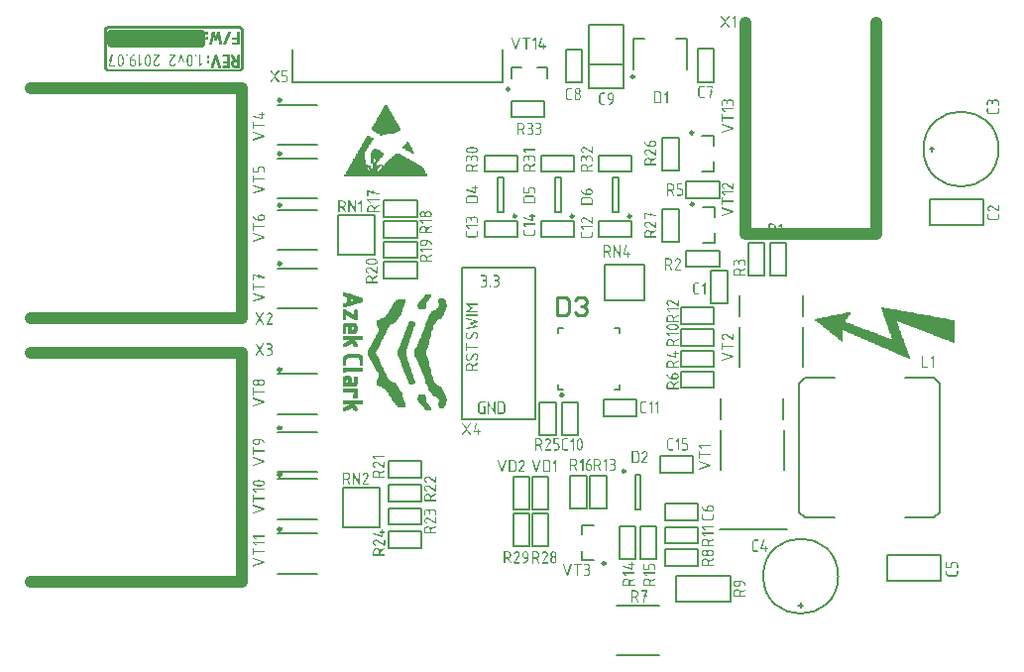
<source format=gto>
G04*
G04 #@! TF.GenerationSoftware,Altium Limited,Altium Designer,19.1.5 (86)*
G04*
G04 Layer_Color=16777215*
%FSLAX44Y44*%
%MOMM*%
G71*
G01*
G75*
%ADD10C,0.3000*%
%ADD11C,0.2000*%
%ADD12C,0.2500*%
%ADD13C,0.0508*%
%ADD14C,1.0000*%
%ADD15C,0.0254*%
%ADD16C,0.2540*%
G36*
X572998Y192017D02*
X573091Y191962D01*
X573183Y191906D01*
X573276Y191814D01*
X573331Y191684D01*
X573350Y191499D01*
Y191480D01*
Y191425D01*
X573331Y191332D01*
X573294Y191240D01*
X573220Y191147D01*
X573128Y191055D01*
X572998Y190999D01*
X572832Y190980D01*
X569684D01*
Y187814D01*
X571369D01*
X571443Y187796D01*
X571646Y187777D01*
X571906Y187722D01*
X572183Y187629D01*
X572498Y187481D01*
X572813Y187296D01*
X573109Y187036D01*
X573146Y186999D01*
X573239Y186907D01*
X573350Y186740D01*
X573498Y186518D01*
X573646Y186240D01*
X573757Y185926D01*
X573850Y185555D01*
X573887Y185166D01*
Y184129D01*
Y184111D01*
Y184074D01*
Y184018D01*
X573868Y183944D01*
X573850Y183741D01*
X573795Y183481D01*
X573702Y183185D01*
X573554Y182889D01*
X573369Y182555D01*
X573109Y182259D01*
X573072Y182222D01*
X572980Y182148D01*
X572813Y182019D01*
X572591Y181889D01*
X572313Y181741D01*
X571998Y181611D01*
X571646Y181537D01*
X571258Y181500D01*
X569073D01*
X568980Y181537D01*
X568888Y181574D01*
X568795Y181630D01*
X568702Y181722D01*
X568647Y181852D01*
X568628Y182019D01*
Y182037D01*
Y182111D01*
X568665Y182185D01*
X568702Y182296D01*
X568758Y182389D01*
X568851Y182481D01*
X568980Y182537D01*
X569147Y182555D01*
X571350D01*
X571480Y182574D01*
X571628Y182611D01*
X571813Y182666D01*
X571998Y182741D01*
X572183Y182852D01*
X572369Y183000D01*
X572387Y183018D01*
X572443Y183092D01*
X572517Y183185D01*
X572609Y183315D01*
X572683Y183481D01*
X572757Y183666D01*
X572813Y183889D01*
X572832Y184129D01*
Y185166D01*
Y185203D01*
Y185277D01*
X572813Y185407D01*
X572776Y185555D01*
X572720Y185740D01*
X572628Y185926D01*
X572517Y186111D01*
X572369Y186296D01*
X572350Y186314D01*
X572295Y186370D01*
X572183Y186444D01*
X572054Y186537D01*
X571887Y186611D01*
X571702Y186685D01*
X571480Y186740D01*
X571239Y186759D01*
X569073D01*
X568980Y186796D01*
X568888Y186833D01*
X568795Y186888D01*
X568702Y186981D01*
X568647Y187111D01*
X568628Y187277D01*
Y191499D01*
Y191518D01*
Y191591D01*
X568665Y191666D01*
X568702Y191777D01*
X568758Y191869D01*
X568851Y191962D01*
X568980Y192017D01*
X569147Y192036D01*
X572906D01*
X572998Y192017D01*
D02*
G37*
G36*
X566147Y191999D02*
X566258Y191943D01*
X566351Y191888D01*
X566443Y191795D01*
X566499Y191666D01*
X566517Y191480D01*
Y182019D01*
Y182000D01*
Y181944D01*
X566499Y181852D01*
X566443Y181759D01*
X566388Y181667D01*
X566295Y181574D01*
X566166Y181518D01*
X565980Y181500D01*
X565906D01*
X565814Y181537D01*
X565721Y181574D01*
X565629Y181630D01*
X565536Y181722D01*
X565480Y181852D01*
X565462Y182019D01*
Y190221D01*
X564240Y188999D01*
X564221Y188981D01*
X564147Y188925D01*
X564018Y188870D01*
X563870Y188851D01*
X563796D01*
X563703Y188888D01*
X563610Y188925D01*
X563518Y188981D01*
X563425Y189073D01*
X563370Y189203D01*
X563351Y189370D01*
Y189388D01*
Y189407D01*
X563370Y189499D01*
X563407Y189629D01*
X563499Y189740D01*
X565555Y191795D01*
X565573Y191814D01*
X565592Y191832D01*
X565684Y191906D01*
X565814Y191980D01*
X565906Y192017D01*
X566073D01*
X566147Y191999D01*
D02*
G37*
G36*
X560888Y192017D02*
X560999Y191962D01*
X561092Y191906D01*
X561185Y191814D01*
X561240Y191684D01*
X561259Y191499D01*
Y191480D01*
Y191425D01*
X561240Y191332D01*
X561185Y191240D01*
X561129Y191147D01*
X561036Y191055D01*
X560907Y190999D01*
X560722Y190980D01*
X558518D01*
X558389Y190962D01*
X558241Y190925D01*
X558055Y190869D01*
X557870Y190777D01*
X557685Y190666D01*
X557500Y190518D01*
X557481Y190499D01*
X557426Y190443D01*
X557352Y190332D01*
X557278Y190203D01*
X557204Y190036D01*
X557130Y189851D01*
X557074Y189629D01*
X557056Y189388D01*
Y184129D01*
Y184092D01*
Y184018D01*
X557074Y183889D01*
X557111Y183741D01*
X557167Y183555D01*
X557241Y183370D01*
X557352Y183185D01*
X557500Y183000D01*
X557518Y182981D01*
X557592Y182926D01*
X557685Y182852D01*
X557815Y182778D01*
X557981Y182704D01*
X558166Y182630D01*
X558389Y182574D01*
X558629Y182555D01*
X560814D01*
X560888Y182537D01*
X560999Y182481D01*
X561092Y182426D01*
X561185Y182333D01*
X561240Y182204D01*
X561259Y182019D01*
Y182000D01*
Y181944D01*
X561240Y181852D01*
X561185Y181759D01*
X561129Y181667D01*
X561036Y181574D01*
X560907Y181518D01*
X560722Y181500D01*
X558518D01*
X558444Y181518D01*
X558241Y181537D01*
X557981Y181593D01*
X557685Y181685D01*
X557389Y181815D01*
X557056Y182000D01*
X556759Y182259D01*
X556722Y182296D01*
X556648Y182407D01*
X556519Y182555D01*
X556389Y182778D01*
X556241Y183055D01*
X556111Y183370D01*
X556037Y183741D01*
X556000Y184129D01*
Y189388D01*
Y189407D01*
Y189444D01*
Y189499D01*
X556018Y189573D01*
X556037Y189777D01*
X556093Y190036D01*
X556185Y190332D01*
X556315Y190647D01*
X556500Y190962D01*
X556759Y191258D01*
X556796Y191295D01*
X556907Y191388D01*
X557056Y191499D01*
X557278Y191647D01*
X557555Y191795D01*
X557870Y191906D01*
X558241Y191999D01*
X558629Y192036D01*
X560814D01*
X560888Y192017D01*
D02*
G37*
G36*
X408869Y223249D02*
X408980Y223193D01*
X409073Y223138D01*
X409165Y223045D01*
X409221Y222916D01*
X409239Y222731D01*
Y213269D01*
Y213250D01*
Y213194D01*
X409221Y213102D01*
X409165Y213009D01*
X409110Y212917D01*
X409017Y212824D01*
X408887Y212768D01*
X408702Y212750D01*
X408647D01*
X408591Y212768D01*
X408517Y212787D01*
X408369Y212861D01*
X408295Y212917D01*
X408239Y213009D01*
X403980Y220712D01*
Y213269D01*
Y213250D01*
Y213194D01*
X403962Y213102D01*
X403906Y213009D01*
X403851Y212917D01*
X403758Y212824D01*
X403629Y212768D01*
X403443Y212750D01*
X403369D01*
X403277Y212787D01*
X403184Y212824D01*
X403092Y212880D01*
X402999Y212972D01*
X402944Y213102D01*
X402925Y213269D01*
Y222731D01*
Y222749D01*
Y222823D01*
X402962Y222897D01*
X402999Y223008D01*
X403055Y223101D01*
X403147Y223193D01*
X403277Y223249D01*
X403443Y223267D01*
X403499D01*
X403555Y223249D01*
X403629Y223230D01*
X403703Y223193D01*
X403795Y223138D01*
X403869Y223064D01*
X403943Y222953D01*
X408184Y215305D01*
Y222731D01*
Y222749D01*
Y222823D01*
X408221Y222897D01*
X408258Y223008D01*
X408313Y223101D01*
X408406Y223193D01*
X408536Y223249D01*
X408702Y223267D01*
X408795D01*
X408869Y223249D01*
D02*
G37*
G36*
X415202Y223267D02*
X415405Y223249D01*
X415664Y223193D01*
X415961Y223101D01*
X416275Y222953D01*
X416590Y222768D01*
X416887Y222508D01*
X416924Y222471D01*
X417016Y222379D01*
X417127Y222212D01*
X417275Y221990D01*
X417424Y221712D01*
X417535Y221397D01*
X417627Y221045D01*
X417664Y220638D01*
Y215379D01*
Y215361D01*
Y215324D01*
Y215268D01*
X417646Y215194D01*
X417627Y214991D01*
X417572Y214731D01*
X417479Y214435D01*
X417331Y214139D01*
X417146Y213806D01*
X416887Y213509D01*
X416850Y213472D01*
X416757Y213398D01*
X416590Y213269D01*
X416368Y213139D01*
X416090Y212991D01*
X415776Y212861D01*
X415405Y212787D01*
X415016Y212750D01*
X411795D01*
X411702Y212787D01*
X411609Y212824D01*
X411517Y212880D01*
X411424Y212972D01*
X411369Y213102D01*
X411350Y213269D01*
Y222749D01*
Y222768D01*
Y222842D01*
X411387Y222916D01*
X411424Y223027D01*
X411480Y223119D01*
X411572Y223212D01*
X411702Y223267D01*
X411869Y223286D01*
X415127D01*
X415202Y223267D01*
D02*
G37*
G36*
X400444D02*
X400555Y223212D01*
X400648Y223156D01*
X400740Y223064D01*
X400796Y222934D01*
X400814Y222749D01*
Y222731D01*
Y222675D01*
X400796Y222582D01*
X400740Y222490D01*
X400685Y222397D01*
X400592Y222305D01*
X400462Y222249D01*
X400277Y222230D01*
X397018D01*
X396889Y222212D01*
X396740Y222175D01*
X396555Y222119D01*
X396370Y222027D01*
X396185Y221916D01*
X396000Y221768D01*
X395981Y221749D01*
X395926Y221693D01*
X395852Y221582D01*
X395778Y221453D01*
X395704Y221286D01*
X395630Y221101D01*
X395574Y220879D01*
X395555Y220638D01*
Y215379D01*
Y215342D01*
Y215268D01*
X395574Y215139D01*
X395611Y214991D01*
X395667Y214805D01*
X395741Y214620D01*
X395852Y214435D01*
X396000Y214250D01*
X396018Y214231D01*
X396092Y214176D01*
X396185Y214102D01*
X396315Y214028D01*
X396481Y213954D01*
X396666Y213880D01*
X396889Y213824D01*
X397129Y213806D01*
X399759D01*
Y218009D01*
X398629D01*
X398537Y218046D01*
X398444Y218083D01*
X398333Y218138D01*
X398259Y218231D01*
X398185Y218361D01*
X398166Y218527D01*
Y218546D01*
Y218620D01*
X398203Y218694D01*
X398240Y218805D01*
X398296Y218897D01*
X398388Y218990D01*
X398518Y219046D01*
X398703Y219064D01*
X400370D01*
X400444Y219046D01*
X400555Y218990D01*
X400648Y218935D01*
X400740Y218842D01*
X400796Y218712D01*
X400814Y218527D01*
Y213269D01*
Y213250D01*
Y213194D01*
X400796Y213102D01*
X400740Y213009D01*
X400685Y212917D01*
X400592Y212824D01*
X400462Y212768D01*
X400277Y212750D01*
X397018D01*
X396944Y212768D01*
X396740Y212787D01*
X396481Y212843D01*
X396185Y212935D01*
X395889Y213065D01*
X395555Y213250D01*
X395259Y213509D01*
X395222Y213546D01*
X395148Y213657D01*
X395019Y213806D01*
X394889Y214028D01*
X394741Y214305D01*
X394611Y214620D01*
X394537Y214991D01*
X394500Y215379D01*
Y220638D01*
Y220657D01*
Y220694D01*
Y220749D01*
X394519Y220823D01*
X394537Y221027D01*
X394593Y221286D01*
X394685Y221582D01*
X394815Y221897D01*
X395000Y222212D01*
X395259Y222508D01*
X395296Y222545D01*
X395407Y222638D01*
X395555Y222749D01*
X395778Y222897D01*
X396055Y223045D01*
X396370Y223156D01*
X396740Y223249D01*
X397129Y223286D01*
X400370D01*
X400444Y223267D01*
D02*
G37*
G36*
X384668Y273004D02*
X384760Y272948D01*
X384853Y272893D01*
X384945Y272800D01*
X385001Y272670D01*
X385019Y272485D01*
Y270393D01*
X393982D01*
X394000D01*
X394056D01*
X394148Y270374D01*
X394241Y270319D01*
X394333Y270263D01*
X394426Y270171D01*
X394482Y270041D01*
X394500Y269856D01*
Y269782D01*
X394463Y269689D01*
X394426Y269597D01*
X394370Y269504D01*
X394278Y269412D01*
X394148Y269356D01*
X393982Y269338D01*
X385019D01*
Y267153D01*
X384982Y267060D01*
X384945Y266967D01*
X384890Y266856D01*
X384797Y266782D01*
X384668Y266708D01*
X384501Y266690D01*
X384482D01*
X384408D01*
X384334Y266727D01*
X384223Y266764D01*
X384131Y266819D01*
X384038Y266912D01*
X383983Y267041D01*
X383964Y267227D01*
Y272578D01*
X383983Y272652D01*
X384038Y272763D01*
X384094Y272856D01*
X384186Y272948D01*
X384316Y273004D01*
X384501Y273022D01*
X384520D01*
X384575D01*
X384668Y273004D01*
D02*
G37*
G36*
X392056Y264579D02*
X392259Y264560D01*
X392519Y264505D01*
X392815Y264412D01*
X393111Y264264D01*
X393445Y264079D01*
X393741Y263820D01*
X393778Y263783D01*
X393852Y263690D01*
X393982Y263523D01*
X394111Y263301D01*
X394259Y263023D01*
X394389Y262709D01*
X394463Y262338D01*
X394500Y261949D01*
Y261764D01*
X394482Y261616D01*
X394463Y261449D01*
X394444Y261264D01*
X394407Y261042D01*
X394352Y260783D01*
X394222Y260246D01*
X394130Y259968D01*
X394019Y259672D01*
X393889Y259376D01*
X393722Y259079D01*
X393556Y258783D01*
X393352Y258505D01*
X393315Y258468D01*
X393241Y258394D01*
X393093Y258320D01*
X393019Y258302D01*
X392926Y258283D01*
X392908D01*
X392889D01*
X392797Y258302D01*
X392667Y258339D01*
X392556Y258431D01*
X392537Y258450D01*
X392482Y258542D01*
X392426Y258653D01*
X392408Y258802D01*
Y258820D01*
X392426Y258894D01*
X392445Y258987D01*
X392500Y259098D01*
X392519Y259116D01*
X392556Y259190D01*
X392611Y259301D01*
X392685Y259450D01*
X392797Y259653D01*
X392926Y259913D01*
X393056Y260209D01*
X393222Y260561D01*
Y260598D01*
X393259Y260672D01*
X393296Y260801D01*
X393334Y260968D01*
X393371Y261172D01*
X393408Y261412D01*
X393426Y261672D01*
X393445Y261949D01*
Y262061D01*
X393426Y262190D01*
X393389Y262338D01*
X393334Y262523D01*
X393241Y262709D01*
X393130Y262894D01*
X392982Y263079D01*
X392963Y263097D01*
X392908Y263153D01*
X392797Y263227D01*
X392667Y263320D01*
X392500Y263394D01*
X392315Y263468D01*
X392111Y263523D01*
X391871Y263542D01*
X391852D01*
X391834D01*
X391704Y263523D01*
X391537Y263505D01*
X391334Y263431D01*
X391111Y263320D01*
X390871Y263172D01*
X390648Y262949D01*
X390556Y262801D01*
X390463Y262653D01*
X388945Y259709D01*
X388927Y259690D01*
X388908Y259653D01*
X388871Y259579D01*
X388797Y259487D01*
X388630Y259265D01*
X388501Y259135D01*
X388371Y259005D01*
X388223Y258857D01*
X388056Y258727D01*
X387853Y258616D01*
X387649Y258505D01*
X387427Y258413D01*
X387167Y258339D01*
X386908Y258302D01*
X386612Y258283D01*
X386593D01*
X386556D01*
X386501D01*
X386427Y258302D01*
X386223Y258320D01*
X385964Y258376D01*
X385668Y258468D01*
X385353Y258598D01*
X385038Y258783D01*
X384742Y259042D01*
X384705Y259079D01*
X384612Y259190D01*
X384501Y259338D01*
X384353Y259561D01*
X384205Y259839D01*
X384094Y260153D01*
X384001Y260524D01*
X383964Y260912D01*
Y261209D01*
X383983Y261375D01*
X384001Y261542D01*
X384020Y261746D01*
X384038Y261968D01*
X384112Y262412D01*
X384205Y262894D01*
X384353Y263338D01*
X384445Y263560D01*
X384557Y263745D01*
Y263764D01*
X384594Y263801D01*
X384686Y263912D01*
X384834Y264005D01*
X384927Y264042D01*
X385019Y264060D01*
X385038D01*
X385056D01*
X385149Y264042D01*
X385279Y263986D01*
X385408Y263894D01*
X385427Y263875D01*
X385482Y263801D01*
X385538Y263690D01*
X385556Y263542D01*
Y263486D01*
X385538Y263394D01*
X385501Y263301D01*
Y263283D01*
X385482Y263246D01*
X385464Y263190D01*
X385427Y263097D01*
X385390Y262986D01*
X385353Y262857D01*
X385260Y262560D01*
X385168Y262190D01*
X385094Y261783D01*
X385038Y261357D01*
X385019Y260912D01*
Y260801D01*
X385038Y260672D01*
X385075Y260524D01*
X385131Y260338D01*
X385223Y260153D01*
X385334Y259968D01*
X385482Y259783D01*
X385501Y259764D01*
X385556Y259709D01*
X385668Y259635D01*
X385797Y259561D01*
X385964Y259487D01*
X386149Y259413D01*
X386371Y259357D01*
X386612Y259338D01*
X386630D01*
X386649D01*
X386760Y259357D01*
X386945Y259376D01*
X387149Y259450D01*
X387371Y259542D01*
X387612Y259690D01*
X387834Y259913D01*
X387927Y260042D01*
X388019Y260190D01*
X389538Y263153D01*
Y263172D01*
X389575Y263209D01*
X389612Y263283D01*
X389686Y263375D01*
X389852Y263616D01*
X389963Y263745D01*
X390112Y263875D01*
X390260Y264005D01*
X390426Y264134D01*
X390630Y264264D01*
X390834Y264375D01*
X391056Y264468D01*
X391315Y264542D01*
X391574Y264579D01*
X391871Y264597D01*
X391889D01*
X391926D01*
X391982D01*
X392056Y264579D01*
D02*
G37*
G36*
X394111Y256154D02*
X394222Y256098D01*
X394352Y256006D01*
X394370Y255968D01*
X394426Y255895D01*
X394482Y255783D01*
X394500Y255635D01*
Y255580D01*
X394482Y255524D01*
X394463Y255450D01*
X394426Y255376D01*
X394389Y255302D01*
X394315Y255228D01*
X394222Y255172D01*
X390297Y253210D01*
Y250914D01*
X393982D01*
X394000D01*
X394056D01*
X394148Y250895D01*
X394241Y250839D01*
X394333Y250784D01*
X394426Y250691D01*
X394482Y250562D01*
X394500Y250376D01*
Y250302D01*
X394463Y250210D01*
X394426Y250117D01*
X394370Y250025D01*
X394278Y249932D01*
X394148Y249877D01*
X393982Y249858D01*
X384501D01*
X384482D01*
X384408D01*
X384334Y249895D01*
X384223Y249932D01*
X384131Y249988D01*
X384038Y250080D01*
X383983Y250210D01*
X383964Y250376D01*
Y253136D01*
X383983Y253228D01*
Y253339D01*
X384020Y253469D01*
X384075Y253784D01*
X384186Y254135D01*
X384353Y254506D01*
X384464Y254691D01*
X384575Y254876D01*
X384723Y255061D01*
X384890Y255246D01*
X384908Y255265D01*
X384927Y255283D01*
X384982Y255339D01*
X385056Y255394D01*
X385149Y255469D01*
X385260Y255543D01*
X385519Y255709D01*
X385834Y255876D01*
X386223Y256024D01*
X386649Y256135D01*
X386890Y256154D01*
X387130Y256172D01*
X387149D01*
X387223D01*
X387334Y256154D01*
X387482Y256135D01*
X387667Y256117D01*
X387853Y256080D01*
X388075Y256006D01*
X388316Y255931D01*
X388556Y255839D01*
X388815Y255709D01*
X389056Y255561D01*
X389297Y255376D01*
X389519Y255154D01*
X389723Y254895D01*
X389908Y254598D01*
X390075Y254265D01*
X393741Y256117D01*
X393759Y256135D01*
X393815Y256154D01*
X393889Y256172D01*
X393982D01*
X394019D01*
X394111Y256154D01*
D02*
G37*
G36*
X394148Y307043D02*
X394241Y306988D01*
X394333Y306932D01*
X394426Y306840D01*
X394482Y306710D01*
X394500Y306525D01*
Y306451D01*
X394463Y306358D01*
X394426Y306266D01*
X394370Y306173D01*
X394278Y306080D01*
X394148Y306025D01*
X393982Y306007D01*
X386242D01*
X389464Y303859D01*
X389482Y303840D01*
X389519Y303822D01*
X389612Y303710D01*
X389723Y303562D01*
X389760Y303470D01*
X389778Y303377D01*
Y303322D01*
X389760Y303266D01*
X389741Y303211D01*
X389704Y303118D01*
X389649Y303044D01*
X389575Y302951D01*
X389464Y302877D01*
X386242Y300748D01*
X393982D01*
X394000D01*
X394056D01*
X394148Y300729D01*
X394241Y300674D01*
X394333Y300618D01*
X394426Y300526D01*
X394482Y300396D01*
X394500Y300211D01*
Y300137D01*
X394463Y300044D01*
X394426Y299951D01*
X394370Y299859D01*
X394278Y299766D01*
X394148Y299711D01*
X393982Y299692D01*
X384520D01*
X384501D01*
X384427D01*
X384353Y299729D01*
X384242Y299766D01*
X384149Y299822D01*
X384057Y299914D01*
X384001Y300044D01*
X383983Y300211D01*
Y300266D01*
X384020Y300377D01*
X384057Y300452D01*
X384094Y300544D01*
X384168Y300618D01*
X384260Y300692D01*
X388297Y303377D01*
X384223Y306080D01*
X384205D01*
X384186Y306118D01*
X384094Y306192D01*
X384020Y306340D01*
X384001Y306414D01*
X383983Y306525D01*
Y306618D01*
X384001Y306692D01*
X384057Y306803D01*
X384112Y306895D01*
X384205Y306988D01*
X384334Y307043D01*
X384520Y307062D01*
X393982D01*
X394000D01*
X394056D01*
X394148Y307043D01*
D02*
G37*
G36*
Y297563D02*
X394241Y297507D01*
X394333Y297452D01*
X394426Y297359D01*
X394482Y297230D01*
X394500Y297044D01*
Y296970D01*
X394463Y296878D01*
X394426Y296785D01*
X394370Y296693D01*
X394278Y296600D01*
X394148Y296544D01*
X393982Y296526D01*
X384520D01*
X384501D01*
X384427D01*
X384353Y296563D01*
X384242Y296600D01*
X384149Y296656D01*
X384057Y296748D01*
X384001Y296878D01*
X383983Y297044D01*
Y297137D01*
X384001Y297211D01*
X384057Y297322D01*
X384112Y297415D01*
X384205Y297507D01*
X384334Y297563D01*
X384520Y297581D01*
X393982D01*
X394000D01*
X394056D01*
X394148Y297563D01*
D02*
G37*
G36*
X384631Y294397D02*
X394074Y292304D01*
X394093D01*
X394148Y292286D01*
X394204Y292249D01*
X394278Y292212D01*
X394370Y292138D01*
X394426Y292045D01*
X394482Y291934D01*
X394500Y291786D01*
Y291730D01*
X394482Y291656D01*
X394444Y291582D01*
X394389Y291490D01*
X394315Y291397D01*
X394204Y291323D01*
X394056Y291249D01*
X389334Y289675D01*
X394056Y288101D01*
X394074D01*
X394130Y288064D01*
X394204Y288027D01*
X394278Y287971D01*
X394352Y287897D01*
X394426Y287805D01*
X394482Y287694D01*
X394500Y287564D01*
Y287508D01*
X394482Y287434D01*
X394444Y287342D01*
X394389Y287268D01*
X394315Y287175D01*
X394204Y287101D01*
X394056Y287045D01*
X384631Y284953D01*
X384612D01*
X384594D01*
X384520Y284935D01*
X384501D01*
X384427D01*
X384353Y284972D01*
X384242Y285009D01*
X384149Y285064D01*
X384057Y285157D01*
X384001Y285286D01*
X383983Y285472D01*
Y285546D01*
X384001Y285620D01*
X384038Y285694D01*
X384094Y285786D01*
X384168Y285879D01*
X384260Y285935D01*
X384408Y285990D01*
X392019Y287675D01*
X387575Y289156D01*
X387556D01*
X387501Y289193D01*
X387445Y289230D01*
X387353Y289286D01*
X387279Y289342D01*
X387223Y289434D01*
X387167Y289545D01*
X387149Y289675D01*
Y289730D01*
X387167Y289804D01*
X387205Y289897D01*
X387260Y289971D01*
X387334Y290064D01*
X387427Y290138D01*
X387575Y290212D01*
X392000Y291675D01*
X384408Y293378D01*
X384390D01*
X384334Y293397D01*
X384279Y293434D01*
X384186Y293471D01*
X384112Y293545D01*
X384057Y293637D01*
X384001Y293748D01*
X383983Y293897D01*
Y293971D01*
X384001Y294063D01*
X384057Y294156D01*
X384112Y294248D01*
X384205Y294341D01*
X384334Y294397D01*
X384520Y294415D01*
X384538D01*
X384631Y294397D01*
D02*
G37*
G36*
X392056Y282824D02*
X392259Y282805D01*
X392519Y282750D01*
X392815Y282657D01*
X393111Y282509D01*
X393445Y282324D01*
X393741Y282064D01*
X393778Y282027D01*
X393852Y281935D01*
X393982Y281768D01*
X394111Y281546D01*
X394259Y281268D01*
X394389Y280954D01*
X394463Y280583D01*
X394500Y280194D01*
Y280009D01*
X394482Y279861D01*
X394463Y279694D01*
X394444Y279509D01*
X394407Y279287D01*
X394352Y279028D01*
X394222Y278491D01*
X394130Y278213D01*
X394019Y277917D01*
X393889Y277621D01*
X393722Y277324D01*
X393556Y277028D01*
X393352Y276750D01*
X393315Y276713D01*
X393241Y276639D01*
X393093Y276565D01*
X393019Y276547D01*
X392926Y276528D01*
X392908D01*
X392889D01*
X392797Y276547D01*
X392667Y276584D01*
X392556Y276676D01*
X392537Y276695D01*
X392482Y276787D01*
X392426Y276898D01*
X392408Y277047D01*
Y277065D01*
X392426Y277139D01*
X392445Y277232D01*
X392500Y277343D01*
X392519Y277361D01*
X392556Y277435D01*
X392611Y277547D01*
X392685Y277695D01*
X392797Y277898D01*
X392926Y278158D01*
X393056Y278454D01*
X393222Y278806D01*
Y278843D01*
X393259Y278917D01*
X393296Y279046D01*
X393334Y279213D01*
X393371Y279417D01*
X393408Y279657D01*
X393426Y279917D01*
X393445Y280194D01*
Y280305D01*
X393426Y280435D01*
X393389Y280583D01*
X393334Y280768D01*
X393241Y280954D01*
X393130Y281139D01*
X392982Y281324D01*
X392963Y281342D01*
X392908Y281398D01*
X392797Y281472D01*
X392667Y281565D01*
X392500Y281639D01*
X392315Y281713D01*
X392111Y281768D01*
X391871Y281787D01*
X391852D01*
X391834D01*
X391704Y281768D01*
X391537Y281750D01*
X391334Y281676D01*
X391111Y281565D01*
X390871Y281416D01*
X390648Y281194D01*
X390556Y281046D01*
X390463Y280898D01*
X388945Y277954D01*
X388927Y277935D01*
X388908Y277898D01*
X388871Y277824D01*
X388797Y277732D01*
X388630Y277509D01*
X388501Y277380D01*
X388371Y277250D01*
X388223Y277102D01*
X388056Y276972D01*
X387853Y276861D01*
X387649Y276750D01*
X387427Y276658D01*
X387167Y276584D01*
X386908Y276547D01*
X386612Y276528D01*
X386593D01*
X386556D01*
X386501D01*
X386427Y276547D01*
X386223Y276565D01*
X385964Y276621D01*
X385668Y276713D01*
X385353Y276843D01*
X385038Y277028D01*
X384742Y277287D01*
X384705Y277324D01*
X384612Y277435D01*
X384501Y277584D01*
X384353Y277806D01*
X384205Y278083D01*
X384094Y278398D01*
X384001Y278769D01*
X383964Y279157D01*
Y279454D01*
X383983Y279620D01*
X384001Y279787D01*
X384020Y279991D01*
X384038Y280213D01*
X384112Y280657D01*
X384205Y281139D01*
X384353Y281583D01*
X384445Y281805D01*
X384557Y281990D01*
Y282009D01*
X384594Y282046D01*
X384686Y282157D01*
X384834Y282250D01*
X384927Y282287D01*
X385019Y282305D01*
X385038D01*
X385056D01*
X385149Y282287D01*
X385279Y282231D01*
X385408Y282139D01*
X385427Y282120D01*
X385482Y282046D01*
X385538Y281935D01*
X385556Y281787D01*
Y281731D01*
X385538Y281639D01*
X385501Y281546D01*
Y281528D01*
X385482Y281490D01*
X385464Y281435D01*
X385427Y281342D01*
X385390Y281231D01*
X385353Y281102D01*
X385260Y280805D01*
X385168Y280435D01*
X385094Y280028D01*
X385038Y279602D01*
X385019Y279157D01*
Y279046D01*
X385038Y278917D01*
X385075Y278769D01*
X385131Y278583D01*
X385223Y278398D01*
X385334Y278213D01*
X385482Y278028D01*
X385501Y278009D01*
X385556Y277954D01*
X385668Y277880D01*
X385797Y277806D01*
X385964Y277732D01*
X386149Y277658D01*
X386371Y277602D01*
X386612Y277584D01*
X386630D01*
X386649D01*
X386760Y277602D01*
X386945Y277621D01*
X387149Y277695D01*
X387371Y277787D01*
X387612Y277935D01*
X387834Y278158D01*
X387927Y278287D01*
X388019Y278435D01*
X389538Y281398D01*
Y281416D01*
X389575Y281453D01*
X389612Y281528D01*
X389686Y281620D01*
X389852Y281861D01*
X389963Y281990D01*
X390112Y282120D01*
X390260Y282250D01*
X390426Y282379D01*
X390630Y282509D01*
X390834Y282620D01*
X391056Y282713D01*
X391315Y282787D01*
X391574Y282824D01*
X391871Y282842D01*
X391889D01*
X391926D01*
X391982D01*
X392056Y282824D01*
D02*
G37*
G36*
X410332Y331517D02*
X410536Y331499D01*
X410795Y331443D01*
X411091Y331351D01*
X411406Y331203D01*
X411721Y331017D01*
X412017Y330758D01*
X412054Y330721D01*
X412147Y330629D01*
X412258Y330462D01*
X412406Y330240D01*
X412554Y329962D01*
X412665Y329647D01*
X412758Y329277D01*
X412795Y328888D01*
Y328870D01*
Y328833D01*
Y328758D01*
X412776Y328666D01*
X412758Y328555D01*
X412739Y328425D01*
X412665Y328129D01*
X412535Y327796D01*
X412461Y327629D01*
X412350Y327444D01*
X412221Y327277D01*
X412091Y327092D01*
X411924Y326925D01*
X411739Y326777D01*
X411758D01*
X411776Y326740D01*
X411832Y326703D01*
X411906Y326629D01*
X412072Y326462D01*
X412276Y326222D01*
X412461Y325907D01*
X412628Y325555D01*
X412702Y325351D01*
X412758Y325129D01*
X412776Y324907D01*
X412795Y324666D01*
Y323629D01*
Y323611D01*
Y323574D01*
Y323518D01*
X412776Y323444D01*
X412758Y323241D01*
X412702Y322981D01*
X412609Y322685D01*
X412461Y322389D01*
X412276Y322055D01*
X412017Y321759D01*
X411980Y321722D01*
X411887Y321648D01*
X411721Y321519D01*
X411498Y321389D01*
X411221Y321241D01*
X410906Y321111D01*
X410536Y321037D01*
X410147Y321000D01*
X407980D01*
X407888Y321037D01*
X407795Y321074D01*
X407684Y321130D01*
X407610Y321222D01*
X407536Y321352D01*
X407517Y321519D01*
Y321537D01*
Y321611D01*
X407555Y321685D01*
X407592Y321796D01*
X407647Y321889D01*
X407740Y321981D01*
X407869Y322037D01*
X408054Y322055D01*
X410258D01*
X410387Y322074D01*
X410536Y322111D01*
X410721Y322166D01*
X410906Y322241D01*
X411091Y322352D01*
X411276Y322500D01*
X411295Y322518D01*
X411350Y322592D01*
X411424Y322685D01*
X411517Y322815D01*
X411591Y322981D01*
X411665Y323166D01*
X411721Y323389D01*
X411739Y323629D01*
Y324666D01*
Y324703D01*
Y324777D01*
X411721Y324907D01*
X411684Y325055D01*
X411628Y325240D01*
X411535Y325425D01*
X411424Y325611D01*
X411276Y325796D01*
X411258Y325814D01*
X411202Y325870D01*
X411091Y325944D01*
X410961Y326036D01*
X410795Y326111D01*
X410610Y326185D01*
X410387Y326240D01*
X410147Y326259D01*
X409017D01*
X408925Y326296D01*
X408832Y326333D01*
X408740Y326388D01*
X408647Y326481D01*
X408591Y326610D01*
X408573Y326777D01*
Y326796D01*
Y326870D01*
X408610Y326944D01*
X408647Y327055D01*
X408703Y327147D01*
X408795Y327240D01*
X408925Y327296D01*
X409091Y327314D01*
X410258D01*
X410387Y327333D01*
X410536Y327370D01*
X410721Y327425D01*
X410906Y327499D01*
X411091Y327610D01*
X411276Y327759D01*
X411295Y327777D01*
X411350Y327851D01*
X411424Y327944D01*
X411517Y328073D01*
X411591Y328240D01*
X411665Y328425D01*
X411721Y328647D01*
X411739Y328888D01*
Y328925D01*
Y328999D01*
X411721Y329110D01*
X411684Y329277D01*
X411628Y329444D01*
X411535Y329629D01*
X411424Y329814D01*
X411276Y329999D01*
X411258Y330018D01*
X411202Y330073D01*
X411091Y330147D01*
X410961Y330240D01*
X410795Y330332D01*
X410610Y330406D01*
X410387Y330462D01*
X410147Y330480D01*
X407980D01*
X407888Y330518D01*
X407795Y330555D01*
X407684Y330610D01*
X407610Y330703D01*
X407536Y330832D01*
X407517Y330999D01*
Y331017D01*
Y331091D01*
X407555Y331166D01*
X407592Y331277D01*
X407647Y331369D01*
X407740Y331462D01*
X407869Y331517D01*
X408054Y331536D01*
X410258D01*
X410332Y331517D01*
D02*
G37*
G36*
X405055Y322555D02*
X405166Y322500D01*
X405258Y322444D01*
X405351Y322352D01*
X405406Y322222D01*
X405425Y322037D01*
Y321519D01*
Y321500D01*
Y321444D01*
X405406Y321352D01*
X405351Y321259D01*
X405295Y321167D01*
X405203Y321074D01*
X405073Y321018D01*
X404888Y321000D01*
X404814D01*
X404721Y321037D01*
X404629Y321074D01*
X404536Y321130D01*
X404444Y321222D01*
X404388Y321352D01*
X404370Y321519D01*
Y322037D01*
Y322055D01*
Y322130D01*
X404407Y322204D01*
X404444Y322315D01*
X404499Y322407D01*
X404592Y322500D01*
X404721Y322555D01*
X404888Y322574D01*
X404981D01*
X405055Y322555D01*
D02*
G37*
G36*
X399796Y331517D02*
X400000Y331499D01*
X400259Y331443D01*
X400555Y331351D01*
X400870Y331203D01*
X401185Y331017D01*
X401481Y330758D01*
X401518Y330721D01*
X401611Y330629D01*
X401722Y330462D01*
X401870Y330240D01*
X402018Y329962D01*
X402129Y329647D01*
X402222Y329277D01*
X402259Y328888D01*
Y328870D01*
Y328833D01*
Y328758D01*
X402240Y328666D01*
X402222Y328555D01*
X402203Y328425D01*
X402129Y328129D01*
X402000Y327796D01*
X401925Y327629D01*
X401814Y327444D01*
X401685Y327277D01*
X401555Y327092D01*
X401388Y326925D01*
X401203Y326777D01*
X401222D01*
X401240Y326740D01*
X401296Y326703D01*
X401370Y326629D01*
X401537Y326462D01*
X401740Y326222D01*
X401925Y325907D01*
X402092Y325555D01*
X402166Y325351D01*
X402222Y325129D01*
X402240Y324907D01*
X402259Y324666D01*
Y323629D01*
Y323611D01*
Y323574D01*
Y323518D01*
X402240Y323444D01*
X402222Y323241D01*
X402166Y322981D01*
X402074Y322685D01*
X401925Y322389D01*
X401740Y322055D01*
X401481Y321759D01*
X401444Y321722D01*
X401351Y321648D01*
X401185Y321519D01*
X400962Y321389D01*
X400685Y321241D01*
X400370Y321111D01*
X400000Y321037D01*
X399611Y321000D01*
X397444D01*
X397352Y321037D01*
X397259Y321074D01*
X397148Y321130D01*
X397074Y321222D01*
X397000Y321352D01*
X396982Y321519D01*
Y321537D01*
Y321611D01*
X397019Y321685D01*
X397056Y321796D01*
X397111Y321889D01*
X397204Y321981D01*
X397333Y322037D01*
X397519Y322055D01*
X399722D01*
X399851Y322074D01*
X400000Y322111D01*
X400185Y322166D01*
X400370Y322241D01*
X400555Y322352D01*
X400740Y322500D01*
X400759Y322518D01*
X400814Y322592D01*
X400888Y322685D01*
X400981Y322815D01*
X401055Y322981D01*
X401129Y323166D01*
X401185Y323389D01*
X401203Y323629D01*
Y324666D01*
Y324703D01*
Y324777D01*
X401185Y324907D01*
X401148Y325055D01*
X401092Y325240D01*
X401000Y325425D01*
X400888Y325611D01*
X400740Y325796D01*
X400722Y325814D01*
X400666Y325870D01*
X400555Y325944D01*
X400426Y326036D01*
X400259Y326111D01*
X400074Y326185D01*
X399851Y326240D01*
X399611Y326259D01*
X398481D01*
X398389Y326296D01*
X398296Y326333D01*
X398204Y326388D01*
X398111Y326481D01*
X398055Y326610D01*
X398037Y326777D01*
Y326796D01*
Y326870D01*
X398074Y326944D01*
X398111Y327055D01*
X398167Y327147D01*
X398259Y327240D01*
X398389Y327296D01*
X398555Y327314D01*
X399722D01*
X399851Y327333D01*
X400000Y327370D01*
X400185Y327425D01*
X400370Y327499D01*
X400555Y327610D01*
X400740Y327759D01*
X400759Y327777D01*
X400814Y327851D01*
X400888Y327944D01*
X400981Y328073D01*
X401055Y328240D01*
X401129Y328425D01*
X401185Y328647D01*
X401203Y328888D01*
Y328925D01*
Y328999D01*
X401185Y329110D01*
X401148Y329277D01*
X401092Y329444D01*
X401000Y329629D01*
X400888Y329814D01*
X400740Y329999D01*
X400722Y330018D01*
X400666Y330073D01*
X400555Y330147D01*
X400426Y330240D01*
X400259Y330332D01*
X400074Y330406D01*
X399851Y330462D01*
X399611Y330480D01*
X397444D01*
X397352Y330518D01*
X397259Y330555D01*
X397148Y330610D01*
X397074Y330703D01*
X397000Y330832D01*
X396982Y330999D01*
Y331017D01*
Y331091D01*
X397019Y331166D01*
X397056Y331277D01*
X397111Y331369D01*
X397204Y331462D01*
X397333Y331517D01*
X397519Y331536D01*
X399722D01*
X399796Y331517D01*
D02*
G37*
G36*
X153655Y520011D02*
X153748Y519974D01*
X153840Y519918D01*
X153933Y519826D01*
X153988Y519696D01*
X154007Y519529D01*
Y519011D01*
Y518993D01*
Y518918D01*
X153970Y518844D01*
X153933Y518733D01*
X153877Y518641D01*
X153785Y518548D01*
X153655Y518493D01*
X153488Y518474D01*
X153396D01*
X153322Y518493D01*
X153211Y518548D01*
X153118Y518604D01*
X153025Y518696D01*
X152970Y518826D01*
X152951Y519011D01*
Y519529D01*
Y519548D01*
Y519604D01*
X152970Y519696D01*
X153025Y519789D01*
X153081Y519881D01*
X153174Y519974D01*
X153303Y520029D01*
X153488Y520048D01*
X153562D01*
X153655Y520011D01*
D02*
G37*
G36*
X94698D02*
X94791Y519974D01*
X94883Y519918D01*
X94976Y519826D01*
X95031Y519696D01*
X95050Y519529D01*
Y519011D01*
Y518993D01*
Y518918D01*
X95013Y518844D01*
X94976Y518733D01*
X94920Y518641D01*
X94828Y518548D01*
X94698Y518493D01*
X94531Y518474D01*
X94439D01*
X94365Y518493D01*
X94254Y518548D01*
X94161Y518604D01*
X94068Y518696D01*
X94013Y518826D01*
X93995Y519011D01*
Y519529D01*
Y519548D01*
Y519604D01*
X94013Y519696D01*
X94068Y519789D01*
X94124Y519881D01*
X94217Y519974D01*
X94346Y520029D01*
X94531Y520048D01*
X94606D01*
X94698Y520011D01*
D02*
G37*
G36*
X140990Y520029D02*
X141064Y519992D01*
X141156Y519937D01*
X141230Y519863D01*
X141304Y519770D01*
X141378Y519622D01*
X143452Y513382D01*
Y513363D01*
X143471Y513326D01*
X143489Y513197D01*
Y513178D01*
Y513160D01*
X143471Y513067D01*
X143434Y512956D01*
X143341Y512845D01*
X143304Y512826D01*
X143230Y512752D01*
X143101Y512697D01*
X142952Y512678D01*
X142897D01*
X142823Y512697D01*
X142749Y512715D01*
X142675Y512771D01*
X142582Y512826D01*
X142508Y512919D01*
X142452Y513049D01*
X140860Y517863D01*
X139249Y513049D01*
Y513030D01*
X139230Y512993D01*
X139138Y512864D01*
X139082Y512789D01*
X138990Y512734D01*
X138879Y512697D01*
X138749Y512678D01*
X138657D01*
X138582Y512697D01*
X138471Y512734D01*
X138379Y512808D01*
X138286Y512901D01*
X138231Y513030D01*
X138212Y513197D01*
Y513215D01*
Y513252D01*
X138249Y513382D01*
X140323Y519622D01*
Y519641D01*
X140360Y519696D01*
X140397Y519752D01*
X140453Y519826D01*
X140527Y519918D01*
X140619Y519974D01*
X140730Y520029D01*
X140860Y520048D01*
X140915D01*
X140990Y520029D01*
D02*
G37*
G36*
X156821Y520011D02*
X156914Y519974D01*
X157007Y519918D01*
X157099Y519826D01*
X157155Y519696D01*
X157173Y519529D01*
Y511327D01*
X158395Y512549D01*
X158414Y512567D01*
X158488Y512623D01*
X158617Y512678D01*
X158765Y512697D01*
X158840D01*
X158932Y512660D01*
X159025Y512623D01*
X159117Y512567D01*
X159210Y512475D01*
X159265Y512345D01*
X159284Y512178D01*
Y512160D01*
Y512141D01*
X159265Y512049D01*
X159228Y511919D01*
X159136Y511808D01*
X157080Y509753D01*
X157062Y509734D01*
X157044Y509716D01*
X156951Y509642D01*
X156821Y509568D01*
X156729Y509531D01*
X156562D01*
X156488Y509549D01*
X156377Y509605D01*
X156284Y509660D01*
X156192Y509753D01*
X156136Y509882D01*
X156118Y510068D01*
Y519529D01*
Y519548D01*
Y519604D01*
X156136Y519696D01*
X156192Y519789D01*
X156247Y519881D01*
X156340Y519974D01*
X156469Y520029D01*
X156655Y520048D01*
X156729D01*
X156821Y520011D01*
D02*
G37*
G36*
X105234D02*
X105327Y519974D01*
X105419Y519918D01*
X105512Y519826D01*
X105567Y519696D01*
X105586Y519529D01*
Y511327D01*
X106808Y512549D01*
X106826Y512567D01*
X106901Y512623D01*
X107030Y512678D01*
X107178Y512697D01*
X107252D01*
X107345Y512660D01*
X107437Y512623D01*
X107530Y512567D01*
X107623Y512475D01*
X107678Y512345D01*
X107697Y512178D01*
Y512160D01*
Y512141D01*
X107678Y512049D01*
X107641Y511919D01*
X107549Y511808D01*
X105493Y509753D01*
X105475Y509734D01*
X105456Y509716D01*
X105364Y509642D01*
X105234Y509568D01*
X105141Y509531D01*
X104975D01*
X104901Y509549D01*
X104790Y509605D01*
X104697Y509660D01*
X104605Y509753D01*
X104549Y509882D01*
X104530Y510068D01*
Y519529D01*
Y519548D01*
Y519604D01*
X104549Y519696D01*
X104605Y519789D01*
X104660Y519881D01*
X104753Y519974D01*
X104882Y520029D01*
X105067Y520048D01*
X105141D01*
X105234Y520011D01*
D02*
G37*
G36*
X100975Y520029D02*
X101086Y519992D01*
X101216Y519900D01*
X101235Y519863D01*
X101290Y519789D01*
X101346Y519678D01*
X101364Y519529D01*
Y519511D01*
Y519474D01*
X101346Y519400D01*
X101327Y519326D01*
X101253Y519178D01*
X101197Y519122D01*
X101105Y519085D01*
X101086Y519067D01*
X101012Y519048D01*
X100901Y519011D01*
X100772Y518955D01*
X100457Y518807D01*
X100309Y518733D01*
X100161Y518641D01*
X100142Y518622D01*
X100086Y518585D01*
X99994Y518530D01*
X99883Y518437D01*
X99753Y518326D01*
X99605Y518196D01*
X99457Y518048D01*
X99290Y517882D01*
X99105Y517696D01*
X98938Y517474D01*
X98790Y517252D01*
X98642Y516993D01*
X98512Y516734D01*
X98401Y516456D01*
X98309Y516160D01*
X98253Y515845D01*
X99920D01*
X99994Y515826D01*
X100197Y515808D01*
X100438Y515752D01*
X100735Y515660D01*
X101049Y515530D01*
X101364Y515345D01*
X101660Y515086D01*
X101697Y515048D01*
X101771Y514937D01*
X101901Y514789D01*
X102031Y514567D01*
X102179Y514289D01*
X102308Y513975D01*
X102382Y513604D01*
X102420Y513215D01*
Y512178D01*
Y512160D01*
Y512123D01*
Y512067D01*
X102401Y511993D01*
X102382Y511790D01*
X102327Y511530D01*
X102234Y511234D01*
X102105Y510919D01*
X101920Y510605D01*
X101660Y510308D01*
X101623Y510271D01*
X101512Y510179D01*
X101364Y510068D01*
X101142Y509919D01*
X100864Y509771D01*
X100549Y509660D01*
X100179Y509568D01*
X99790Y509531D01*
X99679D01*
X99605Y509549D01*
X99401Y509568D01*
X99142Y509623D01*
X98864Y509716D01*
X98550Y509864D01*
X98235Y510049D01*
X97938Y510308D01*
X97901Y510345D01*
X97809Y510438D01*
X97698Y510605D01*
X97550Y510827D01*
X97402Y511086D01*
X97290Y511401D01*
X97198Y511771D01*
X97161Y512160D01*
Y515326D01*
Y515363D01*
Y515437D01*
X97179Y515586D01*
X97198Y515771D01*
X97235Y515993D01*
X97290Y516252D01*
X97365Y516548D01*
X97476Y516845D01*
X97605Y517178D01*
X97772Y517530D01*
X97976Y517882D01*
X98216Y518233D01*
X98494Y518585D01*
X98827Y518918D01*
X99216Y519252D01*
X99661Y519548D01*
X99698Y519567D01*
X99790Y519622D01*
X99938Y519715D01*
X100105Y519789D01*
X100290Y519881D01*
X100494Y519974D01*
X100679Y520029D01*
X100846Y520048D01*
X100883D01*
X100975Y520029D01*
D02*
G37*
G36*
X148359D02*
X148452Y520011D01*
X148581Y519992D01*
X148729Y519937D01*
X148878Y519881D01*
X149044Y519789D01*
X149229Y519696D01*
X149396Y519567D01*
X149581Y519400D01*
X149767Y519196D01*
X149933Y518974D01*
X150100Y518715D01*
X150266Y518400D01*
X150396Y518048D01*
Y518030D01*
X150415Y517993D01*
X150433Y517900D01*
X150470Y517808D01*
X150507Y517678D01*
X150544Y517511D01*
X150581Y517326D01*
X150618Y517122D01*
X150655Y516900D01*
X150692Y516641D01*
X150729Y516382D01*
X150766Y516086D01*
X150822Y515474D01*
X150840Y514789D01*
Y514771D01*
Y514697D01*
Y514604D01*
Y514474D01*
X150822Y514308D01*
Y514123D01*
X150803Y513900D01*
X150785Y513678D01*
X150729Y513160D01*
X150655Y512623D01*
X150544Y512067D01*
X150396Y511530D01*
Y511512D01*
X150359Y511438D01*
X150322Y511345D01*
X150266Y511216D01*
X150192Y511068D01*
X150100Y510882D01*
X149859Y510512D01*
X149563Y510142D01*
X149378Y509975D01*
X149192Y509827D01*
X148970Y509697D01*
X148729Y509605D01*
X148489Y509531D01*
X148211Y509512D01*
X148137D01*
X148063Y509531D01*
X147970Y509549D01*
X147841Y509568D01*
X147711Y509623D01*
X147544Y509679D01*
X147378Y509771D01*
X147211Y509864D01*
X147026Y510012D01*
X146859Y510160D01*
X146674Y510364D01*
X146508Y510586D01*
X146341Y510864D01*
X146174Y511179D01*
X146045Y511530D01*
Y511549D01*
X146026Y511586D01*
X146008Y511660D01*
X145971Y511771D01*
X145934Y511901D01*
X145897Y512067D01*
X145859Y512253D01*
X145804Y512456D01*
X145767Y512678D01*
X145730Y512919D01*
X145693Y513197D01*
X145656Y513475D01*
X145600Y514104D01*
X145582Y514789D01*
Y514808D01*
Y514863D01*
Y514975D01*
Y515104D01*
X145600Y515271D01*
Y515456D01*
X145619Y515678D01*
X145637Y515900D01*
X145693Y516419D01*
X145785Y516956D01*
X145897Y517511D01*
X146045Y518048D01*
Y518067D01*
X146082Y518141D01*
X146119Y518233D01*
X146174Y518363D01*
X146248Y518511D01*
X146341Y518678D01*
X146563Y519048D01*
X146878Y519418D01*
X147044Y519585D01*
X147248Y519733D01*
X147452Y519863D01*
X147693Y519955D01*
X147933Y520029D01*
X148211Y520048D01*
X148285D01*
X148359Y520029D01*
D02*
G37*
G36*
X135749Y520011D02*
X135842Y519974D01*
X135953Y519918D01*
X136027Y519826D01*
X136101Y519696D01*
X136120Y519529D01*
Y519492D01*
X136101Y519437D01*
X136083Y519326D01*
X136027Y519233D01*
X132157Y513030D01*
X132139Y513012D01*
X132120Y512956D01*
X132083Y512864D01*
X132028Y512752D01*
X131972Y512623D01*
X131935Y512475D01*
X131917Y512327D01*
X131898Y512160D01*
Y512123D01*
Y512049D01*
X131917Y511919D01*
X131953Y511771D01*
X132009Y511586D01*
X132102Y511401D01*
X132213Y511216D01*
X132361Y511030D01*
X132379Y511012D01*
X132435Y510956D01*
X132546Y510882D01*
X132676Y510790D01*
X132842Y510716D01*
X133027Y510642D01*
X133250Y510586D01*
X133490Y510568D01*
X133527D01*
X133638Y510586D01*
X133805Y510642D01*
X134027Y510734D01*
X134157Y510808D01*
X134287Y510901D01*
X134416Y510993D01*
X134564Y511123D01*
X134712Y511290D01*
X134842Y511456D01*
X134990Y511660D01*
X135138Y511901D01*
Y511919D01*
X135157Y511938D01*
X135250Y512030D01*
X135379Y512123D01*
X135472Y512141D01*
X135583Y512160D01*
X135657D01*
X135749Y512123D01*
X135842Y512086D01*
X135953Y512030D01*
X136027Y511938D01*
X136101Y511808D01*
X136120Y511623D01*
Y511604D01*
Y511549D01*
X136101Y511493D01*
X136064Y511419D01*
X136046Y511401D01*
X136027Y511345D01*
X135972Y511234D01*
X135879Y511123D01*
X135786Y510975D01*
X135675Y510808D01*
X135527Y510642D01*
X135379Y510456D01*
X135194Y510290D01*
X135009Y510123D01*
X134787Y509957D01*
X134564Y509808D01*
X134324Y509679D01*
X134064Y509586D01*
X133787Y509531D01*
X133490Y509512D01*
X133379D01*
X133305Y509531D01*
X133102Y509549D01*
X132842Y509605D01*
X132546Y509697D01*
X132231Y509845D01*
X131917Y510031D01*
X131620Y510290D01*
X131583Y510327D01*
X131491Y510419D01*
X131379Y510586D01*
X131231Y510808D01*
X131083Y511086D01*
X130972Y511401D01*
X130879Y511771D01*
X130843Y512160D01*
Y512197D01*
Y512290D01*
X130861Y512438D01*
X130898Y512623D01*
X130954Y512864D01*
X131046Y513104D01*
X131157Y513382D01*
X131324Y513678D01*
X134638Y518993D01*
X131287D01*
X131213Y519011D01*
X131102Y519067D01*
X131009Y519122D01*
X130917Y519215D01*
X130861Y519344D01*
X130843Y519529D01*
Y519548D01*
Y519604D01*
X130861Y519696D01*
X130917Y519789D01*
X130972Y519881D01*
X131065Y519974D01*
X131194Y520029D01*
X131379Y520048D01*
X135657D01*
X135749Y520011D01*
D02*
G37*
G36*
X122066D02*
X122158Y519974D01*
X122269Y519918D01*
X122343Y519826D01*
X122417Y519696D01*
X122436Y519529D01*
Y519492D01*
X122417Y519437D01*
X122399Y519326D01*
X122343Y519233D01*
X118473Y513030D01*
X118455Y513012D01*
X118436Y512956D01*
X118399Y512864D01*
X118344Y512752D01*
X118288Y512623D01*
X118251Y512475D01*
X118233Y512327D01*
X118214Y512160D01*
Y512123D01*
Y512049D01*
X118233Y511919D01*
X118270Y511771D01*
X118325Y511586D01*
X118418Y511401D01*
X118529Y511216D01*
X118677Y511030D01*
X118696Y511012D01*
X118751Y510956D01*
X118862Y510882D01*
X118992Y510790D01*
X119158Y510716D01*
X119344Y510642D01*
X119566Y510586D01*
X119807Y510568D01*
X119844D01*
X119955Y510586D01*
X120121Y510642D01*
X120344Y510734D01*
X120473Y510808D01*
X120603Y510901D01*
X120732Y510993D01*
X120881Y511123D01*
X121029Y511290D01*
X121158Y511456D01*
X121306Y511660D01*
X121455Y511901D01*
Y511919D01*
X121473Y511938D01*
X121566Y512030D01*
X121695Y512123D01*
X121788Y512141D01*
X121899Y512160D01*
X121973D01*
X122066Y512123D01*
X122158Y512086D01*
X122269Y512030D01*
X122343Y511938D01*
X122417Y511808D01*
X122436Y511623D01*
Y511604D01*
Y511549D01*
X122417Y511493D01*
X122380Y511419D01*
X122362Y511401D01*
X122343Y511345D01*
X122288Y511234D01*
X122195Y511123D01*
X122103Y510975D01*
X121992Y510808D01*
X121843Y510642D01*
X121695Y510456D01*
X121510Y510290D01*
X121325Y510123D01*
X121103Y509957D01*
X120881Y509808D01*
X120640Y509679D01*
X120381Y509586D01*
X120103Y509531D01*
X119807Y509512D01*
X119696D01*
X119621Y509531D01*
X119418Y509549D01*
X119158Y509605D01*
X118862Y509697D01*
X118547Y509845D01*
X118233Y510031D01*
X117936Y510290D01*
X117899Y510327D01*
X117807Y510419D01*
X117696Y510586D01*
X117548Y510808D01*
X117400Y511086D01*
X117288Y511401D01*
X117196Y511771D01*
X117159Y512160D01*
Y512197D01*
Y512290D01*
X117177Y512438D01*
X117214Y512623D01*
X117270Y512864D01*
X117362Y513104D01*
X117473Y513382D01*
X117640Y513678D01*
X120955Y518993D01*
X117603D01*
X117529Y519011D01*
X117418Y519067D01*
X117325Y519122D01*
X117233Y519215D01*
X117177Y519344D01*
X117159Y519529D01*
Y519548D01*
Y519604D01*
X117177Y519696D01*
X117233Y519789D01*
X117288Y519881D01*
X117381Y519974D01*
X117511Y520029D01*
X117696Y520048D01*
X121973D01*
X122066Y520011D01*
D02*
G37*
G36*
X112567Y520029D02*
X112659Y520011D01*
X112789Y519992D01*
X112937Y519937D01*
X113085Y519881D01*
X113252Y519789D01*
X113437Y519696D01*
X113604Y519567D01*
X113789Y519400D01*
X113974Y519196D01*
X114141Y518974D01*
X114307Y518715D01*
X114474Y518400D01*
X114604Y518048D01*
Y518030D01*
X114622Y517993D01*
X114641Y517900D01*
X114677Y517808D01*
X114715Y517678D01*
X114752Y517511D01*
X114789Y517326D01*
X114826Y517122D01*
X114863Y516900D01*
X114900Y516641D01*
X114937Y516382D01*
X114974Y516086D01*
X115029Y515474D01*
X115048Y514789D01*
Y514771D01*
Y514697D01*
Y514604D01*
Y514474D01*
X115029Y514308D01*
Y514123D01*
X115011Y513900D01*
X114992Y513678D01*
X114937Y513160D01*
X114863Y512623D01*
X114752Y512067D01*
X114604Y511530D01*
Y511512D01*
X114566Y511438D01*
X114529Y511345D01*
X114474Y511216D01*
X114400Y511068D01*
X114307Y510882D01*
X114066Y510512D01*
X113770Y510142D01*
X113585Y509975D01*
X113400Y509827D01*
X113178Y509697D01*
X112937Y509605D01*
X112696Y509531D01*
X112418Y509512D01*
X112344D01*
X112270Y509531D01*
X112178Y509549D01*
X112048Y509568D01*
X111918Y509623D01*
X111752Y509679D01*
X111585Y509771D01*
X111419Y509864D01*
X111233Y510012D01*
X111067Y510160D01*
X110882Y510364D01*
X110715Y510586D01*
X110548Y510864D01*
X110382Y511179D01*
X110252Y511530D01*
Y511549D01*
X110233Y511586D01*
X110215Y511660D01*
X110178Y511771D01*
X110141Y511901D01*
X110104Y512067D01*
X110067Y512253D01*
X110011Y512456D01*
X109974Y512678D01*
X109937Y512919D01*
X109900Y513197D01*
X109863Y513475D01*
X109808Y514104D01*
X109789Y514789D01*
Y514808D01*
Y514863D01*
Y514975D01*
Y515104D01*
X109808Y515271D01*
Y515456D01*
X109826Y515678D01*
X109845Y515900D01*
X109900Y516419D01*
X109993Y516956D01*
X110104Y517511D01*
X110252Y518048D01*
Y518067D01*
X110289Y518141D01*
X110326Y518233D01*
X110382Y518363D01*
X110456Y518511D01*
X110548Y518678D01*
X110771Y519048D01*
X111085Y519418D01*
X111252Y519585D01*
X111456Y519733D01*
X111659Y519863D01*
X111900Y519955D01*
X112141Y520029D01*
X112418Y520048D01*
X112493D01*
X112567Y520029D01*
D02*
G37*
G36*
X89402D02*
X89495Y520011D01*
X89625Y519992D01*
X89773Y519937D01*
X89921Y519881D01*
X90087Y519789D01*
X90273Y519696D01*
X90439Y519567D01*
X90625Y519400D01*
X90810Y519196D01*
X90976Y518974D01*
X91143Y518715D01*
X91310Y518400D01*
X91439Y518048D01*
Y518030D01*
X91458Y517993D01*
X91476Y517900D01*
X91513Y517808D01*
X91550Y517678D01*
X91587Y517511D01*
X91624Y517326D01*
X91661Y517122D01*
X91698Y516900D01*
X91735Y516641D01*
X91772Y516382D01*
X91810Y516086D01*
X91865Y515474D01*
X91884Y514789D01*
Y514771D01*
Y514697D01*
Y514604D01*
Y514474D01*
X91865Y514308D01*
Y514123D01*
X91847Y513900D01*
X91828Y513678D01*
X91772Y513160D01*
X91698Y512623D01*
X91587Y512067D01*
X91439Y511530D01*
Y511512D01*
X91402Y511438D01*
X91365Y511345D01*
X91310Y511216D01*
X91236Y511068D01*
X91143Y510882D01*
X90902Y510512D01*
X90606Y510142D01*
X90421Y509975D01*
X90236Y509827D01*
X90013Y509697D01*
X89773Y509605D01*
X89532Y509531D01*
X89254Y509512D01*
X89180D01*
X89106Y509531D01*
X89014Y509549D01*
X88884Y509568D01*
X88754Y509623D01*
X88588Y509679D01*
X88421Y509771D01*
X88254Y509864D01*
X88069Y510012D01*
X87902Y510160D01*
X87717Y510364D01*
X87551Y510586D01*
X87384Y510864D01*
X87217Y511179D01*
X87088Y511530D01*
Y511549D01*
X87069Y511586D01*
X87051Y511660D01*
X87014Y511771D01*
X86977Y511901D01*
X86940Y512067D01*
X86903Y512253D01*
X86847Y512456D01*
X86810Y512678D01*
X86773Y512919D01*
X86736Y513197D01*
X86699Y513475D01*
X86643Y514104D01*
X86625Y514789D01*
Y514808D01*
Y514863D01*
Y514975D01*
Y515104D01*
X86643Y515271D01*
Y515456D01*
X86662Y515678D01*
X86680Y515900D01*
X86736Y516419D01*
X86829Y516956D01*
X86940Y517511D01*
X87088Y518048D01*
Y518067D01*
X87125Y518141D01*
X87162Y518233D01*
X87217Y518363D01*
X87291Y518511D01*
X87384Y518678D01*
X87606Y519048D01*
X87921Y519418D01*
X88088Y519585D01*
X88291Y519733D01*
X88495Y519863D01*
X88736Y519955D01*
X88976Y520029D01*
X89254Y520048D01*
X89328D01*
X89402Y520029D01*
D02*
G37*
G36*
X82070Y520011D02*
X82162Y519974D01*
X82255Y519918D01*
X82347Y519826D01*
X82403Y519696D01*
X82422Y519529D01*
Y519511D01*
Y519492D01*
Y519418D01*
X81514Y515308D01*
X81977D01*
X82070Y515271D01*
X82162Y515234D01*
X82255Y515178D01*
X82347Y515086D01*
X82403Y514956D01*
X82422Y514789D01*
Y514771D01*
Y514697D01*
X82385Y514623D01*
X82347Y514511D01*
X82292Y514419D01*
X82199Y514326D01*
X82070Y514271D01*
X81903Y514252D01*
X81274D01*
X80459Y510568D01*
X84088D01*
X84181Y510531D01*
X84273Y510493D01*
X84366Y510438D01*
X84458Y510345D01*
X84514Y510216D01*
X84532Y510049D01*
Y510031D01*
Y509957D01*
X84495Y509882D01*
X84458Y509771D01*
X84403Y509679D01*
X84310Y509586D01*
X84181Y509531D01*
X84014Y509512D01*
X79718D01*
X79626Y509531D01*
X79533Y509568D01*
X79440Y509642D01*
X79348Y509734D01*
X79292Y509864D01*
X79255Y510031D01*
Y510068D01*
X79274Y510160D01*
X80181Y514252D01*
X79700D01*
X79626Y514271D01*
X79514Y514326D01*
X79422Y514382D01*
X79329Y514474D01*
X79274Y514604D01*
X79255Y514789D01*
Y514808D01*
Y514863D01*
X79274Y514956D01*
X79329Y515048D01*
X79385Y515141D01*
X79478Y515234D01*
X79607Y515289D01*
X79792Y515308D01*
X80440D01*
X81385Y519641D01*
Y519659D01*
X81403Y519696D01*
X81440Y519770D01*
X81496Y519844D01*
X81551Y519918D01*
X81644Y519992D01*
X81755Y520029D01*
X81903Y520048D01*
X81977D01*
X82070Y520011D01*
D02*
G37*
G36*
X556203Y488469D02*
X556314Y488413D01*
X556406Y488358D01*
X556499Y488265D01*
X556554Y488136D01*
X556573Y487951D01*
Y478489D01*
Y478470D01*
Y478414D01*
X556554Y478322D01*
X556499Y478229D01*
X556443Y478137D01*
X556351Y478044D01*
X556221Y477989D01*
X556036Y477970D01*
X555962D01*
X555869Y478007D01*
X555777Y478044D01*
X555684Y478100D01*
X555592Y478192D01*
X555536Y478322D01*
X555517Y478489D01*
Y486691D01*
X554295Y485469D01*
X554277Y485451D01*
X554203Y485395D01*
X554073Y485340D01*
X553925Y485321D01*
X553851D01*
X553758Y485358D01*
X553666Y485395D01*
X553573Y485451D01*
X553481Y485543D01*
X553425Y485673D01*
X553406Y485840D01*
Y485858D01*
Y485877D01*
X553425Y485969D01*
X553462Y486099D01*
X553555Y486210D01*
X555610Y488265D01*
X555629Y488284D01*
X555647Y488302D01*
X555740Y488376D01*
X555869Y488450D01*
X555962Y488488D01*
X556129D01*
X556203Y488469D01*
D02*
G37*
G36*
X548852Y488488D02*
X549055Y488469D01*
X549314Y488413D01*
X549611Y488321D01*
X549925Y488173D01*
X550240Y487988D01*
X550536Y487728D01*
X550574Y487691D01*
X550666Y487599D01*
X550777Y487432D01*
X550925Y487210D01*
X551073Y486932D01*
X551185Y486617D01*
X551277Y486265D01*
X551314Y485858D01*
Y480599D01*
Y480581D01*
Y480544D01*
Y480488D01*
X551296Y480414D01*
X551277Y480210D01*
X551222Y479951D01*
X551129Y479655D01*
X550981Y479359D01*
X550796Y479025D01*
X550536Y478729D01*
X550499Y478692D01*
X550407Y478618D01*
X550240Y478489D01*
X550018Y478359D01*
X549740Y478211D01*
X549426Y478081D01*
X549055Y478007D01*
X548666Y477970D01*
X545444D01*
X545352Y478007D01*
X545259Y478044D01*
X545167Y478100D01*
X545074Y478192D01*
X545019Y478322D01*
X545000Y478489D01*
Y487969D01*
Y487988D01*
Y488062D01*
X545037Y488136D01*
X545074Y488247D01*
X545130Y488339D01*
X545222Y488432D01*
X545352Y488488D01*
X545518Y488506D01*
X548777D01*
X548852Y488488D01*
D02*
G37*
G36*
X224249Y506499D02*
X224342Y506443D01*
X224435Y506388D01*
X224527Y506295D01*
X224583Y506166D01*
X224601Y505980D01*
Y505962D01*
Y505888D01*
X224564Y505795D01*
X224527Y505684D01*
X221564Y501259D01*
X224527Y496815D01*
X224546Y496796D01*
X224564Y496722D01*
X224583Y496630D01*
X224601Y496519D01*
Y496500D01*
Y496444D01*
X224583Y496352D01*
X224546Y496259D01*
X224471Y496167D01*
X224379Y496074D01*
X224249Y496018D01*
X224083Y496000D01*
X224027D01*
X223916Y496037D01*
X223768Y496093D01*
X223694Y496148D01*
X223638Y496222D01*
X220916Y500296D01*
X218194Y496222D01*
X218176Y496185D01*
X218083Y496111D01*
X217954Y496037D01*
X217861Y496018D01*
X217768Y496000D01*
X217694D01*
X217602Y496037D01*
X217509Y496074D01*
X217398Y496130D01*
X217324Y496222D01*
X217250Y496352D01*
X217232Y496519D01*
Y496555D01*
X217250Y496611D01*
X217269Y496722D01*
X217324Y496815D01*
X220287Y501259D01*
X217324Y505684D01*
X217306Y505703D01*
X217287Y505777D01*
X217250Y505869D01*
X217232Y505980D01*
Y505999D01*
Y506073D01*
X217269Y506147D01*
X217306Y506258D01*
X217361Y506351D01*
X217454Y506443D01*
X217583Y506499D01*
X217768Y506517D01*
X217824D01*
X217935Y506480D01*
X218065Y506425D01*
X218139Y506351D01*
X218194Y506277D01*
X220916Y502203D01*
X223638Y506277D01*
Y506295D01*
X223675Y506314D01*
X223749Y506406D01*
X223897Y506480D01*
X223972Y506499D01*
X224083Y506517D01*
X224157D01*
X224249Y506499D01*
D02*
G37*
G36*
X231100Y506517D02*
X231193Y506462D01*
X231286Y506406D01*
X231378Y506314D01*
X231434Y506184D01*
X231452Y505999D01*
Y505980D01*
Y505925D01*
X231434Y505832D01*
X231397Y505740D01*
X231323Y505647D01*
X231230Y505555D01*
X231100Y505499D01*
X230934Y505480D01*
X227786D01*
Y502314D01*
X229471D01*
X229545Y502296D01*
X229749Y502277D01*
X230008Y502222D01*
X230286Y502129D01*
X230600Y501981D01*
X230915Y501796D01*
X231211Y501536D01*
X231249Y501499D01*
X231341Y501407D01*
X231452Y501240D01*
X231600Y501018D01*
X231749Y500740D01*
X231860Y500425D01*
X231952Y500055D01*
X231989Y499666D01*
Y498629D01*
Y498611D01*
Y498574D01*
Y498518D01*
X231971Y498444D01*
X231952Y498241D01*
X231897Y497981D01*
X231804Y497685D01*
X231656Y497389D01*
X231471Y497055D01*
X231211Y496759D01*
X231175Y496722D01*
X231082Y496648D01*
X230915Y496519D01*
X230693Y496389D01*
X230415Y496241D01*
X230100Y496111D01*
X229749Y496037D01*
X229360Y496000D01*
X227175D01*
X227082Y496037D01*
X226990Y496074D01*
X226897Y496130D01*
X226805Y496222D01*
X226749Y496352D01*
X226730Y496519D01*
Y496537D01*
Y496611D01*
X226768Y496685D01*
X226805Y496796D01*
X226860Y496889D01*
X226953Y496981D01*
X227082Y497037D01*
X227249Y497055D01*
X229452D01*
X229582Y497074D01*
X229730Y497111D01*
X229915Y497166D01*
X230100Y497241D01*
X230286Y497352D01*
X230471Y497500D01*
X230489Y497518D01*
X230545Y497592D01*
X230619Y497685D01*
X230712Y497815D01*
X230786Y497981D01*
X230860Y498166D01*
X230915Y498389D01*
X230934Y498629D01*
Y499666D01*
Y499703D01*
Y499777D01*
X230915Y499907D01*
X230878Y500055D01*
X230823Y500240D01*
X230730Y500425D01*
X230619Y500611D01*
X230471Y500796D01*
X230452Y500814D01*
X230397Y500870D01*
X230286Y500944D01*
X230156Y501036D01*
X229989Y501111D01*
X229804Y501185D01*
X229582Y501240D01*
X229341Y501259D01*
X227175D01*
X227082Y501296D01*
X226990Y501333D01*
X226897Y501388D01*
X226805Y501481D01*
X226749Y501610D01*
X226730Y501777D01*
Y505999D01*
Y506017D01*
Y506091D01*
X226768Y506166D01*
X226805Y506277D01*
X226860Y506369D01*
X226953Y506462D01*
X227082Y506517D01*
X227249Y506536D01*
X231008D01*
X231100Y506517D01*
D02*
G37*
G36*
X387999Y205249D02*
X388092Y205193D01*
X388184Y205138D01*
X388277Y205045D01*
X388333Y204916D01*
X388351Y204730D01*
Y204712D01*
Y204638D01*
X388314Y204545D01*
X388277Y204434D01*
X385314Y200009D01*
X388277Y195565D01*
X388296Y195546D01*
X388314Y195472D01*
X388333Y195380D01*
X388351Y195268D01*
Y195250D01*
Y195194D01*
X388333Y195102D01*
X388296Y195009D01*
X388222Y194917D01*
X388129Y194824D01*
X387999Y194769D01*
X387833Y194750D01*
X387777D01*
X387666Y194787D01*
X387518Y194843D01*
X387444Y194898D01*
X387388Y194972D01*
X384666Y199046D01*
X381944Y194972D01*
X381926Y194935D01*
X381833Y194861D01*
X381704Y194787D01*
X381611Y194769D01*
X381519Y194750D01*
X381444D01*
X381352Y194787D01*
X381259Y194824D01*
X381148Y194880D01*
X381074Y194972D01*
X381000Y195102D01*
X380981Y195268D01*
Y195306D01*
X381000Y195361D01*
X381018Y195472D01*
X381074Y195565D01*
X384037Y200009D01*
X381074Y204434D01*
X381055Y204453D01*
X381037Y204527D01*
X381000Y204619D01*
X380981Y204730D01*
Y204749D01*
Y204823D01*
X381018Y204897D01*
X381055Y205008D01*
X381111Y205101D01*
X381204Y205193D01*
X381333Y205249D01*
X381519Y205268D01*
X381574D01*
X381685Y205230D01*
X381815Y205175D01*
X381889Y205101D01*
X381944Y205027D01*
X384666Y200953D01*
X387388Y205027D01*
Y205045D01*
X387425Y205064D01*
X387499Y205156D01*
X387648Y205230D01*
X387721Y205249D01*
X387833Y205268D01*
X387907D01*
X387999Y205249D01*
D02*
G37*
G36*
X393276D02*
X393369Y205193D01*
X393462Y205138D01*
X393554Y205045D01*
X393610Y204916D01*
X393628Y204730D01*
Y204712D01*
Y204693D01*
X393610Y204582D01*
X391684Y197916D01*
X394165D01*
Y199490D01*
Y199509D01*
Y199564D01*
X394202Y199657D01*
X394239Y199750D01*
X394295Y199842D01*
X394388Y199935D01*
X394517Y199990D01*
X394684Y200009D01*
X394776D01*
X394850Y199990D01*
X394962Y199953D01*
X395054Y199879D01*
X395147Y199786D01*
X395202Y199657D01*
X395221Y199490D01*
Y197916D01*
X396350D01*
X396424Y197898D01*
X396535Y197842D01*
X396628Y197787D01*
X396721Y197694D01*
X396776Y197565D01*
X396795Y197379D01*
Y197361D01*
Y197305D01*
X396776Y197213D01*
X396721Y197120D01*
X396665Y197028D01*
X396572Y196935D01*
X396443Y196879D01*
X396258Y196861D01*
X395221D01*
Y195268D01*
Y195250D01*
Y195194D01*
X395202Y195102D01*
X395147Y195009D01*
X395091Y194917D01*
X394999Y194824D01*
X394869Y194769D01*
X394684Y194750D01*
X394610D01*
X394517Y194787D01*
X394425Y194824D01*
X394332Y194880D01*
X394239Y194972D01*
X394184Y195102D01*
X394165Y195268D01*
Y196861D01*
X390925D01*
X390832Y196898D01*
X390740Y196935D01*
X390647Y196991D01*
X390555Y197083D01*
X390499Y197213D01*
X390480Y197379D01*
Y197398D01*
Y197435D01*
Y197528D01*
X392591Y204879D01*
Y204897D01*
X392610Y204934D01*
X392647Y205008D01*
X392702Y205082D01*
X392777Y205138D01*
X392851Y205212D01*
X392980Y205249D01*
X393110Y205268D01*
X393184D01*
X393276Y205249D01*
D02*
G37*
G36*
X211249Y273057D02*
X211342Y273001D01*
X211434Y272946D01*
X211527Y272853D01*
X211583Y272724D01*
X211601Y272539D01*
Y272520D01*
Y272446D01*
X211564Y272353D01*
X211527Y272242D01*
X208564Y267817D01*
X211527Y263373D01*
X211546Y263354D01*
X211564Y263280D01*
X211583Y263188D01*
X211601Y263076D01*
Y263058D01*
Y263002D01*
X211583Y262910D01*
X211546Y262817D01*
X211472Y262725D01*
X211379Y262632D01*
X211249Y262577D01*
X211083Y262558D01*
X211027D01*
X210916Y262595D01*
X210768Y262651D01*
X210694Y262706D01*
X210638Y262780D01*
X207916Y266854D01*
X205194Y262780D01*
X205176Y262743D01*
X205083Y262669D01*
X204954Y262595D01*
X204861Y262577D01*
X204769Y262558D01*
X204694D01*
X204602Y262595D01*
X204509Y262632D01*
X204398Y262688D01*
X204324Y262780D01*
X204250Y262910D01*
X204231Y263076D01*
Y263113D01*
X204250Y263169D01*
X204268Y263280D01*
X204324Y263373D01*
X207287Y267817D01*
X204324Y272242D01*
X204306Y272261D01*
X204287Y272335D01*
X204250Y272427D01*
X204231Y272539D01*
Y272557D01*
Y272631D01*
X204268Y272705D01*
X204306Y272816D01*
X204361Y272909D01*
X204454Y273001D01*
X204583Y273057D01*
X204769Y273076D01*
X204824D01*
X204935Y273038D01*
X205065Y272983D01*
X205139Y272909D01*
X205194Y272835D01*
X207916Y268761D01*
X210638Y272835D01*
Y272853D01*
X210675Y272872D01*
X210749Y272964D01*
X210898Y273038D01*
X210972Y273057D01*
X211083Y273076D01*
X211157D01*
X211249Y273057D01*
D02*
G37*
G36*
X216527Y273076D02*
X216730Y273057D01*
X216989Y273001D01*
X217286Y272909D01*
X217600Y272761D01*
X217915Y272575D01*
X218211Y272316D01*
X218249Y272279D01*
X218341Y272187D01*
X218452Y272020D01*
X218600Y271798D01*
X218748Y271520D01*
X218860Y271205D01*
X218952Y270835D01*
X218989Y270446D01*
Y270428D01*
Y270391D01*
Y270317D01*
X218971Y270224D01*
X218952Y270113D01*
X218934Y269983D01*
X218860Y269687D01*
X218730Y269354D01*
X218656Y269187D01*
X218545Y269002D01*
X218415Y268835D01*
X218286Y268650D01*
X218119Y268483D01*
X217934Y268335D01*
X217952D01*
X217971Y268298D01*
X218026Y268261D01*
X218100Y268187D01*
X218267Y268020D01*
X218471Y267780D01*
X218656Y267465D01*
X218823Y267113D01*
X218897Y266909D01*
X218952Y266687D01*
X218971Y266465D01*
X218989Y266224D01*
Y265187D01*
Y265169D01*
Y265132D01*
Y265076D01*
X218971Y265002D01*
X218952Y264799D01*
X218897Y264539D01*
X218804Y264243D01*
X218656Y263947D01*
X218471Y263613D01*
X218211Y263317D01*
X218174Y263280D01*
X218082Y263206D01*
X217915Y263076D01*
X217693Y262947D01*
X217415Y262799D01*
X217101Y262669D01*
X216730Y262595D01*
X216341Y262558D01*
X214175D01*
X214082Y262595D01*
X213990Y262632D01*
X213879Y262688D01*
X213805Y262780D01*
X213731Y262910D01*
X213712Y263076D01*
Y263095D01*
Y263169D01*
X213749Y263243D01*
X213786Y263354D01*
X213842Y263447D01*
X213934Y263539D01*
X214064Y263595D01*
X214249Y263613D01*
X216452D01*
X216582Y263632D01*
X216730Y263669D01*
X216915Y263725D01*
X217101Y263799D01*
X217286Y263910D01*
X217471Y264058D01*
X217489Y264076D01*
X217545Y264151D01*
X217619Y264243D01*
X217712Y264373D01*
X217786Y264539D01*
X217860Y264725D01*
X217915Y264947D01*
X217934Y265187D01*
Y266224D01*
Y266261D01*
Y266335D01*
X217915Y266465D01*
X217878Y266613D01*
X217823Y266798D01*
X217730Y266984D01*
X217619Y267169D01*
X217471Y267354D01*
X217452Y267372D01*
X217397Y267428D01*
X217286Y267502D01*
X217156Y267595D01*
X216989Y267669D01*
X216804Y267743D01*
X216582Y267798D01*
X216341Y267817D01*
X215212D01*
X215119Y267854D01*
X215027Y267891D01*
X214934Y267946D01*
X214841Y268039D01*
X214786Y268169D01*
X214767Y268335D01*
Y268354D01*
Y268428D01*
X214804Y268502D01*
X214841Y268613D01*
X214897Y268706D01*
X214990Y268798D01*
X215119Y268854D01*
X215286Y268872D01*
X216452D01*
X216582Y268891D01*
X216730Y268928D01*
X216915Y268983D01*
X217101Y269057D01*
X217286Y269168D01*
X217471Y269317D01*
X217489Y269335D01*
X217545Y269409D01*
X217619Y269502D01*
X217712Y269631D01*
X217786Y269798D01*
X217860Y269983D01*
X217915Y270205D01*
X217934Y270446D01*
Y270483D01*
Y270557D01*
X217915Y270668D01*
X217878Y270835D01*
X217823Y271002D01*
X217730Y271187D01*
X217619Y271372D01*
X217471Y271557D01*
X217452Y271576D01*
X217397Y271631D01*
X217286Y271705D01*
X217156Y271798D01*
X216989Y271890D01*
X216804Y271964D01*
X216582Y272020D01*
X216341Y272038D01*
X214175D01*
X214082Y272076D01*
X213990Y272113D01*
X213879Y272168D01*
X213805Y272261D01*
X213731Y272390D01*
X213712Y272557D01*
Y272575D01*
Y272650D01*
X213749Y272724D01*
X213786Y272835D01*
X213842Y272927D01*
X213934Y273020D01*
X214064Y273076D01*
X214249Y273094D01*
X216452D01*
X216527Y273076D01*
D02*
G37*
G36*
X211249Y299473D02*
X211342Y299417D01*
X211434Y299362D01*
X211527Y299269D01*
X211583Y299140D01*
X211601Y298955D01*
Y298936D01*
Y298862D01*
X211564Y298769D01*
X211527Y298658D01*
X208564Y294233D01*
X211527Y289789D01*
X211546Y289770D01*
X211564Y289696D01*
X211583Y289604D01*
X211601Y289492D01*
Y289474D01*
Y289418D01*
X211583Y289326D01*
X211546Y289233D01*
X211472Y289141D01*
X211379Y289048D01*
X211249Y288993D01*
X211083Y288974D01*
X211027D01*
X210916Y289011D01*
X210768Y289067D01*
X210694Y289122D01*
X210638Y289196D01*
X207916Y293270D01*
X205194Y289196D01*
X205176Y289159D01*
X205083Y289085D01*
X204954Y289011D01*
X204861Y288993D01*
X204769Y288974D01*
X204694D01*
X204602Y289011D01*
X204509Y289048D01*
X204398Y289104D01*
X204324Y289196D01*
X204250Y289326D01*
X204231Y289492D01*
Y289529D01*
X204250Y289585D01*
X204268Y289696D01*
X204324Y289789D01*
X207287Y294233D01*
X204324Y298658D01*
X204306Y298677D01*
X204287Y298751D01*
X204250Y298843D01*
X204231Y298955D01*
Y298973D01*
Y299047D01*
X204268Y299121D01*
X204306Y299232D01*
X204361Y299325D01*
X204454Y299417D01*
X204583Y299473D01*
X204769Y299492D01*
X204824D01*
X204935Y299454D01*
X205065Y299399D01*
X205139Y299325D01*
X205194Y299251D01*
X207916Y295177D01*
X210638Y299251D01*
Y299269D01*
X210675Y299288D01*
X210749Y299380D01*
X210898Y299454D01*
X210972Y299473D01*
X211083Y299492D01*
X211157D01*
X211249Y299473D01*
D02*
G37*
G36*
X216527Y299492D02*
X216730Y299473D01*
X216989Y299417D01*
X217286Y299325D01*
X217600Y299177D01*
X217915Y298992D01*
X218211Y298732D01*
X218249Y298695D01*
X218341Y298603D01*
X218452Y298436D01*
X218600Y298214D01*
X218748Y297936D01*
X218860Y297621D01*
X218952Y297251D01*
X218989Y296862D01*
Y296825D01*
Y296733D01*
X218971Y296584D01*
X218934Y296399D01*
X218878Y296159D01*
X218785Y295918D01*
X218674Y295640D01*
X218508Y295344D01*
X215193Y290030D01*
X218545D01*
X218619Y290011D01*
X218730Y289955D01*
X218823Y289900D01*
X218915Y289807D01*
X218971Y289678D01*
X218989Y289492D01*
Y289474D01*
Y289418D01*
X218971Y289326D01*
X218915Y289233D01*
X218860Y289141D01*
X218767Y289048D01*
X218637Y288993D01*
X218452Y288974D01*
X214175D01*
X214082Y289011D01*
X213990Y289048D01*
X213879Y289104D01*
X213805Y289196D01*
X213731Y289326D01*
X213712Y289492D01*
Y289529D01*
X213731Y289585D01*
X213749Y289696D01*
X213805Y289789D01*
X217675Y295992D01*
X217693Y296010D01*
X217712Y296066D01*
X217749Y296159D01*
X217804Y296270D01*
X217860Y296399D01*
X217897Y296547D01*
X217915Y296695D01*
X217934Y296862D01*
Y296899D01*
Y296973D01*
X217915Y297103D01*
X217878Y297251D01*
X217823Y297436D01*
X217730Y297621D01*
X217619Y297806D01*
X217471Y297992D01*
X217452Y298010D01*
X217397Y298066D01*
X217286Y298140D01*
X217156Y298232D01*
X216989Y298306D01*
X216804Y298381D01*
X216582Y298436D01*
X216341Y298454D01*
X216304D01*
X216193Y298436D01*
X216027Y298381D01*
X215804Y298288D01*
X215675Y298214D01*
X215545Y298121D01*
X215415Y298029D01*
X215267Y297899D01*
X215119Y297732D01*
X214990Y297566D01*
X214841Y297362D01*
X214693Y297121D01*
Y297103D01*
X214675Y297084D01*
X214582Y296992D01*
X214453Y296899D01*
X214360Y296881D01*
X214249Y296862D01*
X214175D01*
X214082Y296899D01*
X213990Y296936D01*
X213879Y296992D01*
X213805Y297084D01*
X213731Y297214D01*
X213712Y297399D01*
Y297418D01*
Y297473D01*
X213731Y297529D01*
X213768Y297603D01*
X213786Y297621D01*
X213805Y297677D01*
X213860Y297788D01*
X213953Y297899D01*
X214045Y298047D01*
X214156Y298214D01*
X214305Y298381D01*
X214453Y298566D01*
X214638Y298732D01*
X214823Y298899D01*
X215045Y299066D01*
X215267Y299214D01*
X215508Y299343D01*
X215767Y299436D01*
X216045Y299492D01*
X216341Y299510D01*
X216452D01*
X216527Y299492D01*
D02*
G37*
G36*
X608999Y552999D02*
X609092Y552943D01*
X609184Y552888D01*
X609277Y552795D01*
X609333Y552666D01*
X609351Y552481D01*
Y552462D01*
Y552388D01*
X609314Y552295D01*
X609277Y552184D01*
X606314Y547759D01*
X609277Y543315D01*
X609296Y543296D01*
X609314Y543222D01*
X609333Y543130D01*
X609351Y543018D01*
Y543000D01*
Y542944D01*
X609333Y542852D01*
X609296Y542759D01*
X609221Y542667D01*
X609129Y542574D01*
X608999Y542519D01*
X608833Y542500D01*
X608777D01*
X608666Y542537D01*
X608518Y542593D01*
X608444Y542648D01*
X608388Y542722D01*
X605666Y546796D01*
X602944Y542722D01*
X602926Y542685D01*
X602833Y542611D01*
X602704Y542537D01*
X602611Y542519D01*
X602519Y542500D01*
X602444D01*
X602352Y542537D01*
X602259Y542574D01*
X602148Y542630D01*
X602074Y542722D01*
X602000Y542852D01*
X601982Y543018D01*
Y543055D01*
X602000Y543111D01*
X602019Y543222D01*
X602074Y543315D01*
X605037Y547759D01*
X602074Y552184D01*
X602056Y552203D01*
X602037Y552277D01*
X602000Y552369D01*
X601982Y552481D01*
Y552499D01*
Y552573D01*
X602019Y552647D01*
X602056Y552758D01*
X602111Y552851D01*
X602204Y552943D01*
X602333Y552999D01*
X602519Y553017D01*
X602574D01*
X602685Y552980D01*
X602815Y552925D01*
X602889Y552851D01*
X602944Y552777D01*
X605666Y548703D01*
X608388Y552777D01*
Y552795D01*
X608425Y552814D01*
X608499Y552906D01*
X608647Y552980D01*
X608722Y552999D01*
X608833Y553017D01*
X608907D01*
X608999Y552999D01*
D02*
G37*
G36*
X614258D02*
X614369Y552943D01*
X614462Y552888D01*
X614554Y552795D01*
X614610Y552666D01*
X614628Y552481D01*
Y543018D01*
Y543000D01*
Y542944D01*
X614610Y542852D01*
X614554Y542759D01*
X614499Y542667D01*
X614406Y542574D01*
X614277Y542519D01*
X614091Y542500D01*
X614017D01*
X613925Y542537D01*
X613832Y542574D01*
X613740Y542630D01*
X613647Y542722D01*
X613591Y542852D01*
X613573Y543018D01*
Y551221D01*
X612351Y549999D01*
X612332Y549981D01*
X612258Y549925D01*
X612129Y549870D01*
X611980Y549851D01*
X611906D01*
X611814Y549888D01*
X611721Y549925D01*
X611629Y549981D01*
X611536Y550073D01*
X611480Y550203D01*
X611462Y550370D01*
Y550388D01*
Y550407D01*
X611480Y550499D01*
X611517Y550629D01*
X611610Y550740D01*
X613665Y552795D01*
X613684Y552814D01*
X613703Y552832D01*
X613795Y552906D01*
X613925Y552980D01*
X614017Y553017D01*
X614184D01*
X614258Y552999D01*
D02*
G37*
G36*
X430154Y534499D02*
X430247Y534443D01*
X430339Y534388D01*
X430432Y534295D01*
X430488Y534166D01*
X430506Y533980D01*
Y533962D01*
Y533925D01*
X430488Y533814D01*
X427340Y524389D01*
Y524370D01*
X427321Y524333D01*
X427229Y524204D01*
X427155Y524130D01*
X427062Y524055D01*
X426951Y524019D01*
X426821Y524000D01*
X426766D01*
X426692Y524019D01*
X426618Y524055D01*
X426525Y524093D01*
X426451Y524167D01*
X426377Y524259D01*
X426303Y524389D01*
X423173Y533814D01*
Y533832D01*
X423155Y533869D01*
X423136Y533980D01*
Y533999D01*
Y534073D01*
X423173Y534147D01*
X423210Y534258D01*
X423266Y534351D01*
X423359Y534443D01*
X423488Y534499D01*
X423673Y534517D01*
X423729D01*
X423803Y534499D01*
X423877Y534480D01*
X423951Y534425D01*
X424044Y534369D01*
X424118Y534277D01*
X424173Y534147D01*
X426821Y526185D01*
X429488Y534147D01*
Y534166D01*
X429506Y534203D01*
X429599Y534332D01*
X429654Y534406D01*
X429747Y534462D01*
X429858Y534499D01*
X429988Y534517D01*
X430062D01*
X430154Y534499D01*
D02*
G37*
G36*
X449115D02*
X449208Y534443D01*
X449300Y534388D01*
X449393Y534295D01*
X449449Y534166D01*
X449467Y533980D01*
Y533962D01*
Y533943D01*
X449449Y533832D01*
X447523Y527166D01*
X450004D01*
Y528740D01*
Y528759D01*
Y528814D01*
X450041Y528907D01*
X450078Y528999D01*
X450134Y529092D01*
X450226Y529185D01*
X450356Y529240D01*
X450522Y529259D01*
X450615D01*
X450689Y529240D01*
X450800Y529203D01*
X450893Y529129D01*
X450985Y529036D01*
X451041Y528907D01*
X451059Y528740D01*
Y527166D01*
X452189D01*
X452263Y527148D01*
X452374Y527092D01*
X452467Y527037D01*
X452559Y526944D01*
X452615Y526814D01*
X452633Y526629D01*
Y526611D01*
Y526555D01*
X452615Y526463D01*
X452559Y526370D01*
X452504Y526278D01*
X452411Y526185D01*
X452282Y526129D01*
X452096Y526111D01*
X451059D01*
Y524519D01*
Y524500D01*
Y524444D01*
X451041Y524352D01*
X450985Y524259D01*
X450930Y524167D01*
X450837Y524074D01*
X450708Y524019D01*
X450522Y524000D01*
X450448D01*
X450356Y524037D01*
X450263Y524074D01*
X450171Y524130D01*
X450078Y524222D01*
X450023Y524352D01*
X450004Y524519D01*
Y526111D01*
X446764D01*
X446671Y526148D01*
X446578Y526185D01*
X446486Y526241D01*
X446393Y526333D01*
X446338Y526463D01*
X446319Y526629D01*
Y526648D01*
Y526685D01*
Y526777D01*
X448430Y534129D01*
Y534147D01*
X448449Y534184D01*
X448486Y534258D01*
X448541Y534332D01*
X448615Y534388D01*
X448689Y534462D01*
X448819Y534499D01*
X448949Y534517D01*
X449023D01*
X449115Y534499D01*
D02*
G37*
G36*
X443838D02*
X443949Y534443D01*
X444042Y534388D01*
X444134Y534295D01*
X444190Y534166D01*
X444208Y533980D01*
Y524519D01*
Y524500D01*
Y524444D01*
X444190Y524352D01*
X444134Y524259D01*
X444079Y524167D01*
X443986Y524074D01*
X443857Y524019D01*
X443671Y524000D01*
X443597D01*
X443505Y524037D01*
X443412Y524074D01*
X443320Y524130D01*
X443227Y524222D01*
X443171Y524352D01*
X443153Y524519D01*
Y532721D01*
X441931Y531499D01*
X441912Y531481D01*
X441838Y531425D01*
X441709Y531370D01*
X441561Y531351D01*
X441486D01*
X441394Y531388D01*
X441301Y531425D01*
X441209Y531481D01*
X441116Y531573D01*
X441060Y531703D01*
X441042Y531870D01*
Y531888D01*
Y531907D01*
X441060Y531999D01*
X441097Y532129D01*
X441190Y532240D01*
X443246Y534295D01*
X443264Y534314D01*
X443283Y534332D01*
X443375Y534406D01*
X443505Y534480D01*
X443597Y534517D01*
X443764D01*
X443838Y534499D01*
D02*
G37*
G36*
X438579Y534517D02*
X438690Y534462D01*
X438783Y534406D01*
X438876Y534314D01*
X438931Y534184D01*
X438950Y533999D01*
Y533980D01*
Y533925D01*
X438931Y533832D01*
X438876Y533740D01*
X438820Y533647D01*
X438727Y533555D01*
X438598Y533499D01*
X438413Y533480D01*
X436320D01*
Y524519D01*
Y524500D01*
Y524444D01*
X436302Y524352D01*
X436246Y524259D01*
X436191Y524167D01*
X436098Y524074D01*
X435968Y524019D01*
X435783Y524000D01*
X435709D01*
X435617Y524037D01*
X435524Y524074D01*
X435432Y524130D01*
X435339Y524222D01*
X435283Y524352D01*
X435265Y524519D01*
Y533480D01*
X433080D01*
X432987Y533517D01*
X432895Y533555D01*
X432784Y533610D01*
X432710Y533703D01*
X432635Y533832D01*
X432617Y533999D01*
Y534017D01*
Y534091D01*
X432654Y534166D01*
X432691Y534277D01*
X432747Y534369D01*
X432839Y534462D01*
X432969Y534517D01*
X433154Y534536D01*
X438505D01*
X438579Y534517D01*
D02*
G37*
G36*
X610556Y481404D02*
X610760Y481386D01*
X611019Y481330D01*
X611315Y481238D01*
X611611Y481090D01*
X611945Y480905D01*
X612241Y480645D01*
X612278Y480608D01*
X612352Y480516D01*
X612481Y480349D01*
X612611Y480127D01*
X612759Y479849D01*
X612889Y479534D01*
X612963Y479164D01*
X613000Y478775D01*
Y476609D01*
X612963Y476516D01*
X612926Y476423D01*
X612870Y476312D01*
X612778Y476238D01*
X612648Y476164D01*
X612481Y476146D01*
X612463D01*
X612389D01*
X612315Y476183D01*
X612204Y476220D01*
X612111Y476275D01*
X612019Y476368D01*
X611963Y476497D01*
X611945Y476683D01*
Y478886D01*
X611926Y479016D01*
X611889Y479164D01*
X611833Y479349D01*
X611759Y479534D01*
X611648Y479719D01*
X611500Y479905D01*
X611482Y479923D01*
X611408Y479979D01*
X611315Y480053D01*
X611185Y480145D01*
X611019Y480219D01*
X610834Y480294D01*
X610611Y480349D01*
X610371Y480368D01*
X609334D01*
X609297D01*
X609223D01*
X609093Y480349D01*
X608945Y480312D01*
X608760Y480256D01*
X608574Y480164D01*
X608389Y480053D01*
X608204Y479905D01*
X608186Y479886D01*
X608130Y479831D01*
X608056Y479719D01*
X607963Y479590D01*
X607889Y479423D01*
X607815Y479238D01*
X607760Y479016D01*
X607741Y478775D01*
Y477646D01*
X607704Y477553D01*
X607667Y477460D01*
X607612Y477368D01*
X607519Y477275D01*
X607389Y477220D01*
X607223Y477201D01*
X607204D01*
X607130D01*
X607056Y477238D01*
X606945Y477275D01*
X606852Y477331D01*
X606760Y477423D01*
X606704Y477553D01*
X606686Y477720D01*
Y478886D01*
X606667Y479016D01*
X606630Y479164D01*
X606575Y479349D01*
X606501Y479534D01*
X606390Y479719D01*
X606241Y479905D01*
X606223Y479923D01*
X606149Y479979D01*
X606056Y480053D01*
X605927Y480145D01*
X605760Y480219D01*
X605575Y480294D01*
X605353Y480349D01*
X605112Y480368D01*
X605075D01*
X605001D01*
X604890Y480349D01*
X604723Y480312D01*
X604556Y480256D01*
X604371Y480164D01*
X604186Y480053D01*
X604001Y479905D01*
X603982Y479886D01*
X603927Y479831D01*
X603853Y479719D01*
X603760Y479590D01*
X603668Y479423D01*
X603594Y479238D01*
X603538Y479016D01*
X603520Y478775D01*
Y476609D01*
X603483Y476516D01*
X603445Y476423D01*
X603390Y476312D01*
X603297Y476238D01*
X603168Y476164D01*
X603001Y476146D01*
X602982D01*
X602908D01*
X602834Y476183D01*
X602723Y476220D01*
X602631Y476275D01*
X602538Y476368D01*
X602483Y476497D01*
X602464Y476683D01*
Y478886D01*
X602483Y478960D01*
X602501Y479164D01*
X602557Y479423D01*
X602649Y479719D01*
X602797Y480034D01*
X602982Y480349D01*
X603242Y480645D01*
X603279Y480682D01*
X603371Y480775D01*
X603538Y480886D01*
X603760Y481034D01*
X604038Y481182D01*
X604353Y481293D01*
X604723Y481386D01*
X605112Y481423D01*
X605130D01*
X605168D01*
X605242D01*
X605334Y481404D01*
X605445Y481386D01*
X605575Y481367D01*
X605871Y481293D01*
X606204Y481164D01*
X606371Y481090D01*
X606556Y480979D01*
X606723Y480849D01*
X606908Y480719D01*
X607075Y480553D01*
X607223Y480368D01*
Y480386D01*
X607260Y480405D01*
X607297Y480460D01*
X607371Y480534D01*
X607538Y480701D01*
X607778Y480905D01*
X608093Y481090D01*
X608445Y481256D01*
X608649Y481330D01*
X608871Y481386D01*
X609093Y481404D01*
X609334Y481423D01*
X610371D01*
X610389D01*
X610426D01*
X610482D01*
X610556Y481404D01*
D02*
G37*
G36*
X612648Y474035D02*
X612741Y473979D01*
X612833Y473924D01*
X612926Y473831D01*
X612981Y473702D01*
X613000Y473516D01*
Y473442D01*
X612963Y473350D01*
X612926Y473257D01*
X612870Y473165D01*
X612778Y473072D01*
X612648Y473016D01*
X612481Y472998D01*
X604279D01*
X605501Y471776D01*
X605519Y471757D01*
X605575Y471683D01*
X605630Y471554D01*
X605649Y471405D01*
Y471331D01*
X605612Y471239D01*
X605575Y471146D01*
X605519Y471054D01*
X605427Y470961D01*
X605297Y470905D01*
X605130Y470887D01*
X605112D01*
X605093D01*
X605001Y470905D01*
X604871Y470943D01*
X604760Y471035D01*
X602705Y473091D01*
X602686Y473109D01*
X602668Y473128D01*
X602594Y473220D01*
X602520Y473350D01*
X602483Y473442D01*
Y473609D01*
X602501Y473683D01*
X602557Y473794D01*
X602612Y473887D01*
X602705Y473979D01*
X602834Y474035D01*
X603019Y474053D01*
X612481D01*
X612500D01*
X612556D01*
X612648Y474035D01*
D02*
G37*
G36*
X603168Y468776D02*
X603260Y468721D01*
X603353Y468665D01*
X603445Y468572D01*
X603501Y468443D01*
X603520Y468258D01*
Y466165D01*
X612481D01*
X612500D01*
X612556D01*
X612648Y466147D01*
X612741Y466091D01*
X612833Y466036D01*
X612926Y465943D01*
X612981Y465813D01*
X613000Y465628D01*
Y465554D01*
X612963Y465462D01*
X612926Y465369D01*
X612870Y465276D01*
X612778Y465184D01*
X612648Y465128D01*
X612481Y465110D01*
X603520D01*
Y462925D01*
X603483Y462832D01*
X603445Y462740D01*
X603390Y462629D01*
X603297Y462555D01*
X603168Y462481D01*
X603001Y462462D01*
X602982D01*
X602908D01*
X602834Y462499D01*
X602723Y462536D01*
X602631Y462592D01*
X602538Y462684D01*
X602483Y462814D01*
X602464Y462999D01*
Y468350D01*
X602483Y468424D01*
X602538Y468535D01*
X602594Y468628D01*
X602686Y468721D01*
X602816Y468776D01*
X603001Y468795D01*
X603019D01*
X603075D01*
X603168Y468776D01*
D02*
G37*
G36*
X603186Y460333D02*
X612611Y457185D01*
X612630D01*
X612667Y457166D01*
X612796Y457074D01*
X612870Y457000D01*
X612944Y456907D01*
X612981Y456796D01*
X613000Y456666D01*
Y456611D01*
X612981Y456537D01*
X612944Y456463D01*
X612907Y456370D01*
X612833Y456296D01*
X612741Y456222D01*
X612611Y456148D01*
X603186Y453018D01*
X603168D01*
X603131Y453000D01*
X603019Y452981D01*
X603001D01*
X602927D01*
X602853Y453018D01*
X602742Y453055D01*
X602649Y453111D01*
X602557Y453204D01*
X602501Y453333D01*
X602483Y453518D01*
Y453574D01*
X602501Y453648D01*
X602520Y453722D01*
X602575Y453796D01*
X602631Y453889D01*
X602723Y453963D01*
X602853Y454018D01*
X610815Y456666D01*
X602853Y459333D01*
X602834D01*
X602797Y459351D01*
X602668Y459444D01*
X602594Y459499D01*
X602538Y459592D01*
X602501Y459703D01*
X602483Y459833D01*
Y459907D01*
X602501Y459999D01*
X602557Y460092D01*
X602612Y460184D01*
X602705Y460277D01*
X602834Y460333D01*
X603019Y460351D01*
X603038D01*
X603075D01*
X603186Y460333D01*
D02*
G37*
G36*
X612648Y410154D02*
X612741Y410099D01*
X612833Y410043D01*
X612926Y409951D01*
X612981Y409821D01*
X613000Y409636D01*
Y405359D01*
X612963Y405266D01*
X612926Y405173D01*
X612870Y405062D01*
X612778Y404988D01*
X612648Y404914D01*
X612481Y404896D01*
X612444D01*
X612389Y404914D01*
X612278Y404933D01*
X612185Y404988D01*
X605982Y408858D01*
X605964Y408877D01*
X605908Y408895D01*
X605816Y408932D01*
X605704Y408988D01*
X605575Y409044D01*
X605427Y409081D01*
X605279Y409099D01*
X605112Y409118D01*
X605075D01*
X605001D01*
X604871Y409099D01*
X604723Y409062D01*
X604538Y409006D01*
X604353Y408914D01*
X604168Y408803D01*
X603982Y408655D01*
X603964Y408636D01*
X603908Y408581D01*
X603834Y408470D01*
X603742Y408340D01*
X603668Y408173D01*
X603594Y407988D01*
X603538Y407766D01*
X603520Y407525D01*
Y407488D01*
X603538Y407377D01*
X603594Y407210D01*
X603686Y406988D01*
X603760Y406858D01*
X603853Y406729D01*
X603945Y406599D01*
X604075Y406451D01*
X604242Y406303D01*
X604408Y406173D01*
X604612Y406025D01*
X604853Y405877D01*
X604871D01*
X604890Y405859D01*
X604982Y405766D01*
X605075Y405636D01*
X605093Y405544D01*
X605112Y405433D01*
Y405359D01*
X605075Y405266D01*
X605038Y405173D01*
X604982Y405062D01*
X604890Y404988D01*
X604760Y404914D01*
X604575Y404896D01*
X604556D01*
X604501D01*
X604445Y404914D01*
X604371Y404951D01*
X604353Y404970D01*
X604297Y404988D01*
X604186Y405044D01*
X604075Y405136D01*
X603927Y405229D01*
X603760Y405340D01*
X603594Y405488D01*
X603408Y405636D01*
X603242Y405822D01*
X603075Y406007D01*
X602908Y406229D01*
X602760Y406451D01*
X602631Y406692D01*
X602538Y406951D01*
X602483Y407229D01*
X602464Y407525D01*
Y407636D01*
X602483Y407710D01*
X602501Y407914D01*
X602557Y408173D01*
X602649Y408470D01*
X602797Y408784D01*
X602982Y409099D01*
X603242Y409395D01*
X603279Y409432D01*
X603371Y409525D01*
X603538Y409636D01*
X603760Y409784D01*
X604038Y409932D01*
X604353Y410043D01*
X604723Y410136D01*
X605112Y410173D01*
X605149D01*
X605242D01*
X605390Y410154D01*
X605575Y410117D01*
X605816Y410062D01*
X606056Y409969D01*
X606334Y409858D01*
X606630Y409692D01*
X611945Y406377D01*
Y409729D01*
X611963Y409803D01*
X612019Y409914D01*
X612074Y410006D01*
X612167Y410099D01*
X612296Y410154D01*
X612481Y410173D01*
X612500D01*
X612556D01*
X612648Y410154D01*
D02*
G37*
G36*
Y402785D02*
X612741Y402729D01*
X612833Y402674D01*
X612926Y402581D01*
X612981Y402452D01*
X613000Y402266D01*
Y402192D01*
X612963Y402100D01*
X612926Y402007D01*
X612870Y401915D01*
X612778Y401822D01*
X612648Y401767D01*
X612481Y401748D01*
X604279D01*
X605501Y400526D01*
X605519Y400507D01*
X605575Y400433D01*
X605630Y400304D01*
X605649Y400155D01*
Y400081D01*
X605612Y399989D01*
X605575Y399896D01*
X605519Y399804D01*
X605427Y399711D01*
X605297Y399656D01*
X605130Y399637D01*
X605112D01*
X605093D01*
X605001Y399656D01*
X604871Y399693D01*
X604760Y399785D01*
X602705Y401841D01*
X602686Y401859D01*
X602668Y401878D01*
X602594Y401970D01*
X602520Y402100D01*
X602483Y402192D01*
Y402359D01*
X602501Y402433D01*
X602557Y402544D01*
X602612Y402637D01*
X602705Y402729D01*
X602834Y402785D01*
X603019Y402803D01*
X612481D01*
X612500D01*
X612556D01*
X612648Y402785D01*
D02*
G37*
G36*
X603168Y397526D02*
X603260Y397471D01*
X603353Y397415D01*
X603445Y397323D01*
X603501Y397193D01*
X603520Y397008D01*
Y394915D01*
X612481D01*
X612500D01*
X612556D01*
X612648Y394897D01*
X612741Y394841D01*
X612833Y394786D01*
X612926Y394693D01*
X612981Y394563D01*
X613000Y394378D01*
Y394304D01*
X612963Y394212D01*
X612926Y394119D01*
X612870Y394026D01*
X612778Y393934D01*
X612648Y393878D01*
X612481Y393860D01*
X603520D01*
Y391675D01*
X603483Y391582D01*
X603445Y391490D01*
X603390Y391379D01*
X603297Y391305D01*
X603168Y391231D01*
X603001Y391212D01*
X602982D01*
X602908D01*
X602834Y391249D01*
X602723Y391286D01*
X602631Y391342D01*
X602538Y391434D01*
X602483Y391564D01*
X602464Y391749D01*
Y397100D01*
X602483Y397174D01*
X602538Y397285D01*
X602594Y397378D01*
X602686Y397471D01*
X602816Y397526D01*
X603001Y397545D01*
X603019D01*
X603075D01*
X603168Y397526D01*
D02*
G37*
G36*
X603186Y389083D02*
X612611Y385935D01*
X612630D01*
X612667Y385916D01*
X612796Y385824D01*
X612870Y385750D01*
X612944Y385657D01*
X612981Y385546D01*
X613000Y385416D01*
Y385361D01*
X612981Y385287D01*
X612944Y385213D01*
X612907Y385120D01*
X612833Y385046D01*
X612741Y384972D01*
X612611Y384898D01*
X603186Y381768D01*
X603168D01*
X603131Y381750D01*
X603019Y381731D01*
X603001D01*
X602927D01*
X602853Y381768D01*
X602742Y381806D01*
X602649Y381861D01*
X602557Y381954D01*
X602501Y382083D01*
X602483Y382268D01*
Y382324D01*
X602501Y382398D01*
X602520Y382472D01*
X602575Y382546D01*
X602631Y382639D01*
X602723Y382713D01*
X602853Y382768D01*
X610815Y385416D01*
X602853Y388083D01*
X602834D01*
X602797Y388101D01*
X602668Y388194D01*
X602594Y388249D01*
X602538Y388342D01*
X602501Y388453D01*
X602483Y388583D01*
Y388657D01*
X602501Y388749D01*
X602557Y388842D01*
X602612Y388935D01*
X602705Y389027D01*
X602834Y389083D01*
X603019Y389101D01*
X603038D01*
X603075D01*
X603186Y389083D01*
D02*
G37*
G36*
X212148Y108794D02*
X212241Y108738D01*
X212333Y108682D01*
X212426Y108590D01*
X212481Y108460D01*
X212500Y108275D01*
Y108201D01*
X212463Y108108D01*
X212426Y108016D01*
X212370Y107923D01*
X212278Y107831D01*
X212148Y107775D01*
X211982Y107757D01*
X203779D01*
X205001Y106535D01*
X205019Y106516D01*
X205075Y106442D01*
X205130Y106312D01*
X205149Y106164D01*
Y106090D01*
X205112Y105998D01*
X205075Y105905D01*
X205019Y105812D01*
X204927Y105720D01*
X204797Y105664D01*
X204631Y105646D01*
X204612D01*
X204593D01*
X204501Y105664D01*
X204371Y105701D01*
X204260Y105794D01*
X202205Y107849D01*
X202186Y107868D01*
X202168Y107886D01*
X202094Y107979D01*
X202020Y108108D01*
X201983Y108201D01*
Y108368D01*
X202001Y108442D01*
X202057Y108553D01*
X202112Y108645D01*
X202205Y108738D01*
X202334Y108794D01*
X202520Y108812D01*
X211982D01*
X212000D01*
X212056D01*
X212148Y108794D01*
D02*
G37*
G36*
Y103535D02*
X212241Y103479D01*
X212333Y103424D01*
X212426Y103331D01*
X212481Y103202D01*
X212500Y103016D01*
Y102942D01*
X212463Y102850D01*
X212426Y102757D01*
X212370Y102665D01*
X212278Y102572D01*
X212148Y102516D01*
X211982Y102498D01*
X203779D01*
X205001Y101276D01*
X205019Y101257D01*
X205075Y101183D01*
X205130Y101054D01*
X205149Y100906D01*
Y100831D01*
X205112Y100739D01*
X205075Y100646D01*
X205019Y100554D01*
X204927Y100461D01*
X204797Y100406D01*
X204631Y100387D01*
X204612D01*
X204593D01*
X204501Y100406D01*
X204371Y100443D01*
X204260Y100535D01*
X202205Y102591D01*
X202186Y102609D01*
X202168Y102627D01*
X202094Y102720D01*
X202020Y102850D01*
X201983Y102942D01*
Y103109D01*
X202001Y103183D01*
X202057Y103294D01*
X202112Y103387D01*
X202205Y103479D01*
X202334Y103535D01*
X202520Y103553D01*
X211982D01*
X212000D01*
X212056D01*
X212148Y103535D01*
D02*
G37*
G36*
X202668Y98276D02*
X202760Y98221D01*
X202853Y98165D01*
X202945Y98072D01*
X203001Y97943D01*
X203020Y97758D01*
Y95665D01*
X211982D01*
X212000D01*
X212056D01*
X212148Y95647D01*
X212241Y95591D01*
X212333Y95536D01*
X212426Y95443D01*
X212481Y95314D01*
X212500Y95128D01*
Y95054D01*
X212463Y94962D01*
X212426Y94869D01*
X212370Y94776D01*
X212278Y94684D01*
X212148Y94628D01*
X211982Y94610D01*
X203020D01*
Y92425D01*
X202983Y92332D01*
X202945Y92240D01*
X202890Y92129D01*
X202797Y92055D01*
X202668Y91980D01*
X202501Y91962D01*
X202482D01*
X202409D01*
X202334Y91999D01*
X202223Y92036D01*
X202131Y92092D01*
X202038Y92184D01*
X201983Y92314D01*
X201964Y92499D01*
Y97850D01*
X201983Y97924D01*
X202038Y98035D01*
X202094Y98128D01*
X202186Y98221D01*
X202316Y98276D01*
X202501Y98295D01*
X202520D01*
X202575D01*
X202668Y98276D01*
D02*
G37*
G36*
X202686Y89833D02*
X212111Y86685D01*
X212130D01*
X212167Y86666D01*
X212296Y86574D01*
X212370Y86500D01*
X212444Y86407D01*
X212481Y86296D01*
X212500Y86166D01*
Y86111D01*
X212481Y86037D01*
X212444Y85963D01*
X212407Y85870D01*
X212333Y85796D01*
X212241Y85722D01*
X212111Y85648D01*
X202686Y82519D01*
X202668D01*
X202631Y82500D01*
X202520Y82481D01*
X202501D01*
X202427D01*
X202353Y82519D01*
X202242Y82556D01*
X202149Y82611D01*
X202057Y82704D01*
X202001Y82833D01*
X201983Y83019D01*
Y83074D01*
X202001Y83148D01*
X202020Y83222D01*
X202075Y83296D01*
X202131Y83389D01*
X202223Y83463D01*
X202353Y83518D01*
X210315Y86166D01*
X202353Y88833D01*
X202334D01*
X202297Y88851D01*
X202168Y88944D01*
X202094Y88999D01*
X202038Y89092D01*
X202001Y89203D01*
X201983Y89333D01*
Y89407D01*
X202001Y89499D01*
X202057Y89592D01*
X202112Y89684D01*
X202205Y89777D01*
X202334Y89833D01*
X202520Y89851D01*
X202538D01*
X202575D01*
X202686Y89833D01*
D02*
G37*
G36*
X207723Y156158D02*
X207908D01*
X208130Y156140D01*
X208352Y156121D01*
X208871Y156066D01*
X209408Y155973D01*
X209963Y155862D01*
X210500Y155714D01*
X210519D01*
X210593Y155677D01*
X210685Y155640D01*
X210815Y155584D01*
X210963Y155510D01*
X211130Y155418D01*
X211500Y155195D01*
X211870Y154881D01*
X212037Y154714D01*
X212185Y154510D01*
X212315Y154307D01*
X212407Y154066D01*
X212481Y153825D01*
X212500Y153547D01*
Y153473D01*
X212481Y153399D01*
X212463Y153307D01*
X212444Y153177D01*
X212389Y153029D01*
X212333Y152881D01*
X212241Y152714D01*
X212148Y152529D01*
X212019Y152362D01*
X211852Y152177D01*
X211648Y151992D01*
X211426Y151825D01*
X211167Y151659D01*
X210852Y151492D01*
X210500Y151362D01*
X210482D01*
X210445Y151344D01*
X210352Y151326D01*
X210259Y151288D01*
X210130Y151251D01*
X209963Y151214D01*
X209778Y151177D01*
X209574Y151140D01*
X209352Y151103D01*
X209093Y151066D01*
X208834Y151029D01*
X208538Y150992D01*
X207926Y150937D01*
X207241Y150918D01*
X207223D01*
X207149D01*
X207056D01*
X206926D01*
X206760Y150937D01*
X206575D01*
X206353Y150955D01*
X206130Y150974D01*
X205612Y151029D01*
X205075Y151103D01*
X204519Y151214D01*
X203982Y151362D01*
X203964D01*
X203890Y151399D01*
X203797Y151437D01*
X203668Y151492D01*
X203519Y151566D01*
X203334Y151659D01*
X202964Y151899D01*
X202594Y152196D01*
X202427Y152381D01*
X202279Y152566D01*
X202149Y152788D01*
X202057Y153029D01*
X201983Y153270D01*
X201964Y153547D01*
Y153622D01*
X201983Y153696D01*
X202001Y153788D01*
X202020Y153918D01*
X202075Y154047D01*
X202131Y154214D01*
X202223Y154381D01*
X202316Y154547D01*
X202464Y154733D01*
X202612Y154899D01*
X202816Y155084D01*
X203038Y155251D01*
X203316Y155418D01*
X203631Y155584D01*
X203982Y155714D01*
X204001D01*
X204038Y155732D01*
X204112Y155751D01*
X204223Y155788D01*
X204353Y155825D01*
X204519Y155862D01*
X204704Y155899D01*
X204908Y155955D01*
X205130Y155992D01*
X205371Y156029D01*
X205649Y156066D01*
X205927Y156103D01*
X206556Y156158D01*
X207241Y156177D01*
X207260D01*
X207315D01*
X207426D01*
X207556D01*
X207723Y156158D01*
D02*
G37*
G36*
X212148Y148789D02*
X212241Y148733D01*
X212333Y148678D01*
X212426Y148585D01*
X212481Y148455D01*
X212500Y148270D01*
Y148196D01*
X212463Y148104D01*
X212426Y148011D01*
X212370Y147918D01*
X212278Y147826D01*
X212148Y147770D01*
X211982Y147752D01*
X203779D01*
X205001Y146530D01*
X205019Y146511D01*
X205075Y146437D01*
X205130Y146307D01*
X205149Y146159D01*
Y146085D01*
X205112Y145993D01*
X205075Y145900D01*
X205019Y145808D01*
X204927Y145715D01*
X204797Y145659D01*
X204631Y145641D01*
X204612D01*
X204593D01*
X204501Y145659D01*
X204371Y145696D01*
X204260Y145789D01*
X202205Y147844D01*
X202186Y147863D01*
X202168Y147881D01*
X202094Y147974D01*
X202020Y148104D01*
X201983Y148196D01*
Y148363D01*
X202001Y148437D01*
X202057Y148548D01*
X202112Y148640D01*
X202205Y148733D01*
X202334Y148789D01*
X202520Y148807D01*
X211982D01*
X212000D01*
X212056D01*
X212148Y148789D01*
D02*
G37*
G36*
X202668Y143530D02*
X202760Y143474D01*
X202853Y143419D01*
X202945Y143326D01*
X203001Y143197D01*
X203020Y143012D01*
Y140919D01*
X211982D01*
X212000D01*
X212056D01*
X212148Y140901D01*
X212241Y140845D01*
X212333Y140789D01*
X212426Y140697D01*
X212481Y140567D01*
X212500Y140382D01*
Y140308D01*
X212463Y140216D01*
X212426Y140123D01*
X212370Y140030D01*
X212278Y139938D01*
X212148Y139882D01*
X211982Y139864D01*
X203020D01*
Y137679D01*
X202983Y137586D01*
X202945Y137494D01*
X202890Y137382D01*
X202797Y137308D01*
X202668Y137234D01*
X202501Y137216D01*
X202482D01*
X202409D01*
X202334Y137253D01*
X202223Y137290D01*
X202131Y137345D01*
X202038Y137438D01*
X201983Y137568D01*
X201964Y137753D01*
Y143104D01*
X201983Y143178D01*
X202038Y143289D01*
X202094Y143382D01*
X202186Y143474D01*
X202316Y143530D01*
X202501Y143548D01*
X202520D01*
X202575D01*
X202668Y143530D01*
D02*
G37*
G36*
X202686Y135086D02*
X212111Y131939D01*
X212130D01*
X212167Y131920D01*
X212296Y131827D01*
X212370Y131753D01*
X212444Y131661D01*
X212481Y131550D01*
X212500Y131420D01*
Y131365D01*
X212481Y131291D01*
X212444Y131216D01*
X212407Y131124D01*
X212333Y131050D01*
X212241Y130976D01*
X212111Y130902D01*
X202686Y127772D01*
X202668D01*
X202631Y127754D01*
X202520Y127735D01*
X202501D01*
X202427D01*
X202353Y127772D01*
X202242Y127809D01*
X202149Y127865D01*
X202057Y127957D01*
X202001Y128087D01*
X201983Y128272D01*
Y128328D01*
X202001Y128402D01*
X202020Y128476D01*
X202075Y128550D01*
X202131Y128643D01*
X202223Y128717D01*
X202353Y128772D01*
X210315Y131420D01*
X202353Y134087D01*
X202334D01*
X202297Y134105D01*
X202168Y134198D01*
X202094Y134253D01*
X202038Y134346D01*
X202001Y134457D01*
X201983Y134586D01*
Y134661D01*
X202001Y134753D01*
X202057Y134846D01*
X202112Y134938D01*
X202205Y135031D01*
X202334Y135086D01*
X202520Y135105D01*
X202538D01*
X202575D01*
X202686Y135086D01*
D02*
G37*
G36*
X208037Y191646D02*
X208223Y191627D01*
X208445Y191590D01*
X208704Y191535D01*
X209000Y191461D01*
X209297Y191350D01*
X209630Y191220D01*
X209982Y191053D01*
X210334Y190849D01*
X210685Y190609D01*
X211037Y190331D01*
X211371Y189998D01*
X211704Y189609D01*
X212000Y189165D01*
X212019Y189128D01*
X212074Y189035D01*
X212167Y188887D01*
X212241Y188720D01*
X212333Y188535D01*
X212426Y188331D01*
X212481Y188146D01*
X212500Y187980D01*
Y187942D01*
X212481Y187850D01*
X212444Y187739D01*
X212352Y187609D01*
X212315Y187591D01*
X212241Y187535D01*
X212130Y187479D01*
X211982Y187461D01*
X211963D01*
X211926D01*
X211852Y187479D01*
X211778Y187498D01*
X211630Y187572D01*
X211574Y187628D01*
X211537Y187720D01*
X211519Y187739D01*
X211500Y187813D01*
X211463Y187924D01*
X211408Y188053D01*
X211259Y188368D01*
X211185Y188516D01*
X211093Y188665D01*
X211074Y188683D01*
X211037Y188739D01*
X210982Y188831D01*
X210889Y188942D01*
X210778Y189072D01*
X210648Y189220D01*
X210500Y189368D01*
X210334Y189535D01*
X210148Y189720D01*
X209926Y189887D01*
X209704Y190035D01*
X209445Y190183D01*
X209186Y190312D01*
X208908Y190424D01*
X208612Y190516D01*
X208297Y190572D01*
Y188905D01*
X208278Y188831D01*
X208260Y188627D01*
X208204Y188387D01*
X208112Y188091D01*
X207982Y187776D01*
X207797Y187461D01*
X207538Y187165D01*
X207500Y187128D01*
X207389Y187054D01*
X207241Y186924D01*
X207019Y186794D01*
X206741Y186646D01*
X206427Y186517D01*
X206056Y186443D01*
X205667Y186406D01*
X204631D01*
X204612D01*
X204575D01*
X204519D01*
X204445Y186424D01*
X204242Y186443D01*
X203982Y186498D01*
X203686Y186591D01*
X203371Y186720D01*
X203057Y186905D01*
X202760Y187165D01*
X202723Y187202D01*
X202631Y187313D01*
X202520Y187461D01*
X202371Y187683D01*
X202223Y187961D01*
X202112Y188276D01*
X202020Y188646D01*
X201983Y189035D01*
Y189146D01*
X202001Y189220D01*
X202020Y189424D01*
X202075Y189683D01*
X202168Y189961D01*
X202316Y190275D01*
X202501Y190590D01*
X202760Y190887D01*
X202797Y190924D01*
X202890Y191016D01*
X203057Y191127D01*
X203279Y191275D01*
X203538Y191423D01*
X203853Y191535D01*
X204223Y191627D01*
X204612Y191664D01*
X207778D01*
X207815D01*
X207889D01*
X208037Y191646D01*
D02*
G37*
G36*
X202668Y184276D02*
X202760Y184221D01*
X202853Y184165D01*
X202945Y184072D01*
X203001Y183943D01*
X203020Y183758D01*
Y181665D01*
X211982D01*
X212000D01*
X212056D01*
X212148Y181647D01*
X212241Y181591D01*
X212333Y181536D01*
X212426Y181443D01*
X212481Y181313D01*
X212500Y181128D01*
Y181054D01*
X212463Y180962D01*
X212426Y180869D01*
X212370Y180777D01*
X212278Y180684D01*
X212148Y180628D01*
X211982Y180610D01*
X203020D01*
Y178425D01*
X202983Y178332D01*
X202945Y178240D01*
X202890Y178129D01*
X202797Y178055D01*
X202668Y177980D01*
X202501Y177962D01*
X202482D01*
X202409D01*
X202334Y177999D01*
X202223Y178036D01*
X202131Y178092D01*
X202038Y178184D01*
X201983Y178314D01*
X201964Y178499D01*
Y183850D01*
X201983Y183924D01*
X202038Y184035D01*
X202094Y184128D01*
X202186Y184221D01*
X202316Y184276D01*
X202501Y184295D01*
X202520D01*
X202575D01*
X202668Y184276D01*
D02*
G37*
G36*
X202686Y175833D02*
X212111Y172685D01*
X212130D01*
X212167Y172666D01*
X212296Y172574D01*
X212370Y172500D01*
X212444Y172407D01*
X212481Y172296D01*
X212500Y172166D01*
Y172111D01*
X212481Y172037D01*
X212444Y171963D01*
X212407Y171870D01*
X212333Y171796D01*
X212241Y171722D01*
X212111Y171648D01*
X202686Y168519D01*
X202668D01*
X202631Y168500D01*
X202520Y168482D01*
X202501D01*
X202427D01*
X202353Y168519D01*
X202242Y168556D01*
X202149Y168611D01*
X202057Y168704D01*
X202001Y168833D01*
X201983Y169018D01*
Y169074D01*
X202001Y169148D01*
X202020Y169222D01*
X202075Y169296D01*
X202131Y169389D01*
X202223Y169463D01*
X202353Y169518D01*
X210315Y172166D01*
X202353Y174833D01*
X202334D01*
X202297Y174851D01*
X202168Y174944D01*
X202094Y174999D01*
X202038Y175092D01*
X202001Y175203D01*
X201983Y175333D01*
Y175407D01*
X202001Y175499D01*
X202057Y175592D01*
X202112Y175684D01*
X202205Y175777D01*
X202334Y175833D01*
X202520Y175851D01*
X202538D01*
X202575D01*
X202686Y175833D01*
D02*
G37*
G36*
X210056Y242270D02*
X210259Y242251D01*
X210519Y242196D01*
X210815Y242103D01*
X211111Y241955D01*
X211445Y241770D01*
X211741Y241511D01*
X211778Y241474D01*
X211852Y241381D01*
X211982Y241214D01*
X212111Y240992D01*
X212259Y240714D01*
X212389Y240400D01*
X212463Y240048D01*
X212500Y239659D01*
Y239548D01*
X212481Y239474D01*
X212463Y239270D01*
X212407Y239011D01*
X212315Y238715D01*
X212185Y238418D01*
X212000Y238085D01*
X211741Y237789D01*
X211704Y237752D01*
X211593Y237678D01*
X211445Y237548D01*
X211222Y237418D01*
X210945Y237270D01*
X210630Y237141D01*
X210259Y237067D01*
X209871Y237030D01*
X208834D01*
X208815D01*
X208778D01*
X208704D01*
X208612Y237048D01*
X208500Y237067D01*
X208371Y237085D01*
X208074Y237159D01*
X207741Y237289D01*
X207556Y237381D01*
X207389Y237474D01*
X207204Y237604D01*
X207038Y237733D01*
X206871Y237900D01*
X206723Y238085D01*
X206704Y238067D01*
X206686Y238048D01*
X206649Y237992D01*
X206575Y237918D01*
X206408Y237752D01*
X206167Y237567D01*
X205853Y237363D01*
X205501Y237196D01*
X205297Y237122D01*
X205075Y237067D01*
X204853Y237048D01*
X204612Y237030D01*
X204593D01*
X204556D01*
X204501D01*
X204427Y237048D01*
X204223Y237067D01*
X203982Y237122D01*
X203686Y237215D01*
X203371Y237344D01*
X203057Y237530D01*
X202760Y237789D01*
X202723Y237826D01*
X202631Y237937D01*
X202520Y238085D01*
X202371Y238307D01*
X202223Y238585D01*
X202112Y238900D01*
X202020Y239270D01*
X201983Y239659D01*
Y239770D01*
X202001Y239844D01*
X202020Y240048D01*
X202075Y240289D01*
X202168Y240585D01*
X202316Y240900D01*
X202501Y241214D01*
X202760Y241511D01*
X202797Y241548D01*
X202890Y241640D01*
X203057Y241751D01*
X203279Y241900D01*
X203556Y242048D01*
X203871Y242159D01*
X204223Y242251D01*
X204612Y242288D01*
X204631D01*
X204667D01*
X204742D01*
X204834Y242270D01*
X204945Y242251D01*
X205075Y242233D01*
X205371Y242159D01*
X205704Y242029D01*
X205871Y241955D01*
X206056Y241844D01*
X206223Y241714D01*
X206408Y241585D01*
X206575Y241418D01*
X206723Y241233D01*
X206741Y241270D01*
X206834Y241362D01*
X206945Y241492D01*
X207112Y241640D01*
X207315Y241807D01*
X207556Y241955D01*
X207834Y242103D01*
X208130Y242196D01*
X208149D01*
X208223Y242214D01*
X208334Y242233D01*
X208500Y242251D01*
X208741D01*
X209037Y242270D01*
X209223Y242288D01*
X209426D01*
X209630D01*
X209871D01*
X209889D01*
X209926D01*
X209982D01*
X210056Y242270D01*
D02*
G37*
G36*
X202668Y234900D02*
X202760Y234845D01*
X202853Y234789D01*
X202945Y234697D01*
X203001Y234567D01*
X203020Y234382D01*
Y232289D01*
X211982D01*
X212000D01*
X212056D01*
X212148Y232271D01*
X212241Y232215D01*
X212333Y232160D01*
X212426Y232067D01*
X212481Y231938D01*
X212500Y231752D01*
Y231678D01*
X212463Y231586D01*
X212426Y231493D01*
X212370Y231401D01*
X212278Y231308D01*
X212148Y231252D01*
X211982Y231234D01*
X203020D01*
Y229049D01*
X202983Y228956D01*
X202945Y228864D01*
X202890Y228753D01*
X202797Y228679D01*
X202668Y228605D01*
X202501Y228586D01*
X202482D01*
X202409D01*
X202334Y228623D01*
X202223Y228660D01*
X202131Y228716D01*
X202038Y228808D01*
X201983Y228938D01*
X201964Y229123D01*
Y234474D01*
X201983Y234548D01*
X202038Y234660D01*
X202094Y234752D01*
X202186Y234845D01*
X202316Y234900D01*
X202501Y234919D01*
X202520D01*
X202575D01*
X202668Y234900D01*
D02*
G37*
G36*
X202686Y226457D02*
X212111Y223309D01*
X212130D01*
X212167Y223290D01*
X212296Y223198D01*
X212370Y223124D01*
X212444Y223031D01*
X212481Y222920D01*
X212500Y222790D01*
Y222735D01*
X212481Y222661D01*
X212444Y222587D01*
X212407Y222494D01*
X212333Y222420D01*
X212241Y222346D01*
X212111Y222272D01*
X202686Y219143D01*
X202668D01*
X202631Y219124D01*
X202520Y219105D01*
X202501D01*
X202427D01*
X202353Y219143D01*
X202242Y219180D01*
X202149Y219235D01*
X202057Y219328D01*
X202001Y219457D01*
X201983Y219643D01*
Y219698D01*
X202001Y219772D01*
X202020Y219846D01*
X202075Y219920D01*
X202131Y220013D01*
X202223Y220087D01*
X202353Y220142D01*
X210315Y222790D01*
X202353Y225457D01*
X202334D01*
X202297Y225475D01*
X202168Y225568D01*
X202094Y225623D01*
X202038Y225716D01*
X202001Y225827D01*
X201983Y225957D01*
Y226031D01*
X202001Y226123D01*
X202057Y226216D01*
X202112Y226308D01*
X202205Y226401D01*
X202334Y226457D01*
X202520Y226475D01*
X202538D01*
X202575D01*
X202686Y226457D01*
D02*
G37*
G36*
X207408Y331932D02*
X207500Y331876D01*
X207593Y331821D01*
X207686Y331728D01*
X207741Y331599D01*
X207760Y331413D01*
Y330765D01*
X212093Y329821D01*
X212111D01*
X212148Y329802D01*
X212222Y329765D01*
X212296Y329710D01*
X212370Y329654D01*
X212444Y329562D01*
X212481Y329451D01*
X212500Y329302D01*
Y329228D01*
X212463Y329136D01*
X212426Y329043D01*
X212370Y328951D01*
X212278Y328858D01*
X212148Y328802D01*
X211982Y328784D01*
X211963D01*
X211945D01*
X211870D01*
X207760Y329691D01*
Y329228D01*
X207723Y329136D01*
X207686Y329043D01*
X207630Y328951D01*
X207538Y328858D01*
X207408Y328802D01*
X207241Y328784D01*
X207223D01*
X207149D01*
X207075Y328821D01*
X206964Y328858D01*
X206871Y328914D01*
X206778Y329006D01*
X206723Y329136D01*
X206704Y329302D01*
Y329932D01*
X203020Y330747D01*
Y327118D01*
X202983Y327025D01*
X202945Y326932D01*
X202890Y326840D01*
X202797Y326747D01*
X202668Y326692D01*
X202501Y326673D01*
X202482D01*
X202409D01*
X202334Y326710D01*
X202223Y326747D01*
X202131Y326803D01*
X202038Y326895D01*
X201983Y327025D01*
X201964Y327192D01*
Y331487D01*
X201983Y331580D01*
X202020Y331673D01*
X202094Y331765D01*
X202186Y331858D01*
X202316Y331913D01*
X202482Y331950D01*
X202520D01*
X202612Y331932D01*
X206704Y331025D01*
Y331506D01*
X206723Y331580D01*
X206778Y331691D01*
X206834Y331784D01*
X206926Y331876D01*
X207056Y331932D01*
X207241Y331950D01*
X207260D01*
X207315D01*
X207408Y331932D01*
D02*
G37*
G36*
X202668Y324562D02*
X202760Y324507D01*
X202853Y324451D01*
X202945Y324358D01*
X203001Y324229D01*
X203020Y324044D01*
Y321951D01*
X211982D01*
X212000D01*
X212056D01*
X212148Y321933D01*
X212241Y321877D01*
X212333Y321822D01*
X212426Y321729D01*
X212481Y321600D01*
X212500Y321414D01*
Y321340D01*
X212463Y321248D01*
X212426Y321155D01*
X212370Y321063D01*
X212278Y320970D01*
X212148Y320914D01*
X211982Y320896D01*
X203020D01*
Y318711D01*
X202983Y318618D01*
X202945Y318526D01*
X202890Y318415D01*
X202797Y318341D01*
X202668Y318267D01*
X202501Y318248D01*
X202482D01*
X202409D01*
X202334Y318285D01*
X202223Y318322D01*
X202131Y318378D01*
X202038Y318470D01*
X201983Y318600D01*
X201964Y318785D01*
Y324136D01*
X201983Y324210D01*
X202038Y324322D01*
X202094Y324414D01*
X202186Y324507D01*
X202316Y324562D01*
X202501Y324581D01*
X202520D01*
X202575D01*
X202668Y324562D01*
D02*
G37*
G36*
X202686Y316119D02*
X212111Y312971D01*
X212130D01*
X212167Y312952D01*
X212296Y312860D01*
X212370Y312786D01*
X212444Y312693D01*
X212481Y312582D01*
X212500Y312452D01*
Y312397D01*
X212481Y312323D01*
X212444Y312249D01*
X212407Y312156D01*
X212333Y312082D01*
X212241Y312008D01*
X212111Y311934D01*
X202686Y308805D01*
X202668D01*
X202631Y308786D01*
X202520Y308768D01*
X202501D01*
X202427D01*
X202353Y308805D01*
X202242Y308842D01*
X202149Y308897D01*
X202057Y308990D01*
X202001Y309119D01*
X201983Y309305D01*
Y309360D01*
X202001Y309434D01*
X202020Y309508D01*
X202075Y309582D01*
X202131Y309675D01*
X202223Y309749D01*
X202353Y309804D01*
X210315Y312452D01*
X202353Y315119D01*
X202334D01*
X202297Y315137D01*
X202168Y315230D01*
X202094Y315285D01*
X202038Y315378D01*
X202001Y315489D01*
X201983Y315619D01*
Y315693D01*
X202001Y315785D01*
X202057Y315878D01*
X202112Y315970D01*
X202205Y316063D01*
X202334Y316119D01*
X202520Y316137D01*
X202538D01*
X202575D01*
X202686Y316119D01*
D02*
G37*
G36*
X210056Y383146D02*
X210259Y383127D01*
X210519Y383072D01*
X210815Y382979D01*
X211130Y382831D01*
X211445Y382646D01*
X211741Y382387D01*
X211778Y382350D01*
X211852Y382257D01*
X211982Y382090D01*
X212111Y381868D01*
X212259Y381590D01*
X212389Y381276D01*
X212463Y380924D01*
X212500Y380535D01*
Y380424D01*
X212481Y380350D01*
X212463Y380146D01*
X212407Y379887D01*
X212315Y379591D01*
X212185Y379276D01*
X212000Y378961D01*
X211741Y378665D01*
X211704Y378628D01*
X211611Y378554D01*
X211445Y378424D01*
X211222Y378294D01*
X210963Y378146D01*
X210630Y378017D01*
X210278Y377943D01*
X209889Y377906D01*
X206723D01*
X206704D01*
X206649D01*
X206556D01*
X206427Y377924D01*
X206260Y377943D01*
X206093Y377961D01*
X205890Y377998D01*
X205667Y378054D01*
X205186Y378202D01*
X204927Y378294D01*
X204649Y378405D01*
X204390Y378535D01*
X204112Y378702D01*
X203853Y378887D01*
X203594Y379091D01*
X203575Y379109D01*
X203556Y379128D01*
X203501Y379183D01*
X203427Y379257D01*
X203242Y379442D01*
X203020Y379683D01*
X202779Y379980D01*
X202538Y380313D01*
X202297Y380683D01*
X202112Y381090D01*
Y381109D01*
X202094Y381146D01*
X202075Y381202D01*
X202038Y381276D01*
X202001Y381424D01*
X201983Y381572D01*
Y381665D01*
X202001Y381739D01*
X202057Y381850D01*
X202112Y381942D01*
X202205Y382035D01*
X202334Y382090D01*
X202520Y382109D01*
X202538D01*
X202575D01*
X202649Y382090D01*
X202723Y382072D01*
X202797Y382035D01*
X202871Y381998D01*
X202927Y381924D01*
X202964Y381831D01*
Y381813D01*
X202983Y381776D01*
X203001Y381720D01*
X203020Y381627D01*
X203075Y381535D01*
X203112Y381424D01*
X203242Y381146D01*
X203445Y380813D01*
X203686Y380479D01*
X203982Y380128D01*
X204167Y379961D01*
X204371Y379794D01*
X204390D01*
X204408Y379757D01*
X204519Y379683D01*
X204704Y379572D01*
X204927Y379442D01*
X205205Y379294D01*
X205501Y379165D01*
X205834Y379072D01*
X206186Y378998D01*
Y380646D01*
X206204Y380720D01*
X206223Y380924D01*
X206278Y381183D01*
X206371Y381479D01*
X206519Y381794D01*
X206704Y382109D01*
X206964Y382405D01*
X207001Y382442D01*
X207093Y382516D01*
X207260Y382646D01*
X207482Y382794D01*
X207760Y382924D01*
X208074Y383053D01*
X208426Y383127D01*
X208834Y383164D01*
X209871D01*
X209889D01*
X209926D01*
X209982D01*
X210056Y383146D01*
D02*
G37*
G36*
X202668Y375776D02*
X202760Y375721D01*
X202853Y375665D01*
X202945Y375573D01*
X203001Y375443D01*
X203020Y375258D01*
Y373165D01*
X211982D01*
X212000D01*
X212056D01*
X212148Y373147D01*
X212241Y373091D01*
X212333Y373036D01*
X212426Y372943D01*
X212481Y372813D01*
X212500Y372628D01*
Y372554D01*
X212463Y372462D01*
X212426Y372369D01*
X212370Y372276D01*
X212278Y372184D01*
X212148Y372128D01*
X211982Y372110D01*
X203020D01*
Y369925D01*
X202983Y369832D01*
X202945Y369740D01*
X202890Y369629D01*
X202797Y369555D01*
X202668Y369481D01*
X202501Y369462D01*
X202482D01*
X202409D01*
X202334Y369499D01*
X202223Y369536D01*
X202131Y369592D01*
X202038Y369684D01*
X201983Y369814D01*
X201964Y369999D01*
Y375350D01*
X201983Y375424D01*
X202038Y375536D01*
X202094Y375628D01*
X202186Y375721D01*
X202316Y375776D01*
X202501Y375795D01*
X202520D01*
X202575D01*
X202668Y375776D01*
D02*
G37*
G36*
X202686Y367333D02*
X212111Y364185D01*
X212130D01*
X212167Y364166D01*
X212296Y364074D01*
X212370Y364000D01*
X212444Y363907D01*
X212481Y363796D01*
X212500Y363666D01*
Y363611D01*
X212481Y363537D01*
X212444Y363463D01*
X212407Y363370D01*
X212333Y363296D01*
X212241Y363222D01*
X212111Y363148D01*
X202686Y360019D01*
X202668D01*
X202631Y360000D01*
X202520Y359981D01*
X202501D01*
X202427D01*
X202353Y360019D01*
X202242Y360056D01*
X202149Y360111D01*
X202057Y360204D01*
X202001Y360333D01*
X201983Y360518D01*
Y360574D01*
X202001Y360648D01*
X202020Y360722D01*
X202075Y360796D01*
X202131Y360889D01*
X202223Y360963D01*
X202353Y361018D01*
X210315Y363666D01*
X202353Y366333D01*
X202334D01*
X202297Y366351D01*
X202168Y366444D01*
X202094Y366499D01*
X202038Y366592D01*
X202001Y366703D01*
X201983Y366833D01*
Y366907D01*
X202001Y366999D01*
X202057Y367092D01*
X202112Y367184D01*
X202205Y367277D01*
X202334Y367333D01*
X202520Y367351D01*
X202538D01*
X202575D01*
X202686Y367333D01*
D02*
G37*
G36*
X210056Y424152D02*
X210259Y424133D01*
X210519Y424078D01*
X210815Y423985D01*
X211111Y423837D01*
X211445Y423652D01*
X211741Y423393D01*
X211778Y423356D01*
X211852Y423263D01*
X211982Y423096D01*
X212111Y422874D01*
X212259Y422596D01*
X212389Y422282D01*
X212463Y421930D01*
X212500Y421541D01*
Y419356D01*
X212463Y419263D01*
X212426Y419171D01*
X212370Y419078D01*
X212278Y418986D01*
X212148Y418930D01*
X211982Y418912D01*
X211963D01*
X211889D01*
X211815Y418949D01*
X211704Y418986D01*
X211611Y419041D01*
X211519Y419134D01*
X211463Y419263D01*
X211445Y419430D01*
Y421633D01*
X211426Y421763D01*
X211389Y421911D01*
X211334Y422096D01*
X211259Y422282D01*
X211148Y422467D01*
X211000Y422652D01*
X210982Y422671D01*
X210908Y422726D01*
X210815Y422800D01*
X210685Y422893D01*
X210519Y422967D01*
X210334Y423041D01*
X210111Y423096D01*
X209871Y423115D01*
X208834D01*
X208797D01*
X208723D01*
X208593Y423096D01*
X208445Y423059D01*
X208260Y423004D01*
X208074Y422911D01*
X207889Y422800D01*
X207704Y422652D01*
X207686Y422633D01*
X207630Y422578D01*
X207556Y422467D01*
X207463Y422337D01*
X207389Y422170D01*
X207315Y421985D01*
X207260Y421763D01*
X207241Y421522D01*
Y419356D01*
X207204Y419263D01*
X207167Y419171D01*
X207112Y419078D01*
X207019Y418986D01*
X206889Y418930D01*
X206723Y418912D01*
X202501D01*
X202482D01*
X202409D01*
X202334Y418949D01*
X202223Y418986D01*
X202131Y419041D01*
X202038Y419134D01*
X201983Y419263D01*
X201964Y419430D01*
Y423189D01*
X201983Y423282D01*
X202038Y423374D01*
X202094Y423467D01*
X202186Y423559D01*
X202316Y423615D01*
X202501Y423633D01*
X202520D01*
X202575D01*
X202668Y423615D01*
X202760Y423578D01*
X202853Y423504D01*
X202945Y423411D01*
X203001Y423282D01*
X203020Y423115D01*
Y419967D01*
X206186D01*
Y421652D01*
X206204Y421726D01*
X206223Y421930D01*
X206278Y422189D01*
X206371Y422467D01*
X206519Y422782D01*
X206704Y423096D01*
X206964Y423393D01*
X207001Y423430D01*
X207093Y423522D01*
X207260Y423633D01*
X207482Y423781D01*
X207760Y423930D01*
X208074Y424041D01*
X208445Y424133D01*
X208834Y424170D01*
X209871D01*
X209889D01*
X209926D01*
X209982D01*
X210056Y424152D01*
D02*
G37*
G36*
X202668Y416782D02*
X202760Y416727D01*
X202853Y416671D01*
X202945Y416578D01*
X203001Y416449D01*
X203020Y416264D01*
Y414171D01*
X211982D01*
X212000D01*
X212056D01*
X212148Y414153D01*
X212241Y414097D01*
X212333Y414042D01*
X212426Y413949D01*
X212481Y413820D01*
X212500Y413634D01*
Y413560D01*
X212463Y413468D01*
X212426Y413375D01*
X212370Y413283D01*
X212278Y413190D01*
X212148Y413134D01*
X211982Y413116D01*
X203020D01*
Y410931D01*
X202983Y410838D01*
X202945Y410746D01*
X202890Y410635D01*
X202797Y410561D01*
X202668Y410486D01*
X202501Y410468D01*
X202482D01*
X202409D01*
X202334Y410505D01*
X202223Y410542D01*
X202131Y410598D01*
X202038Y410690D01*
X201983Y410820D01*
X201964Y411005D01*
Y416356D01*
X201983Y416430D01*
X202038Y416541D01*
X202094Y416634D01*
X202186Y416727D01*
X202316Y416782D01*
X202501Y416801D01*
X202520D01*
X202575D01*
X202668Y416782D01*
D02*
G37*
G36*
X202686Y408339D02*
X212111Y405191D01*
X212130D01*
X212167Y405172D01*
X212296Y405080D01*
X212370Y405006D01*
X212444Y404913D01*
X212481Y404802D01*
X212500Y404672D01*
Y404617D01*
X212481Y404543D01*
X212444Y404469D01*
X212407Y404376D01*
X212333Y404302D01*
X212241Y404228D01*
X212111Y404154D01*
X202686Y401025D01*
X202668D01*
X202631Y401006D01*
X202520Y400988D01*
X202501D01*
X202427D01*
X202353Y401025D01*
X202242Y401062D01*
X202149Y401117D01*
X202057Y401210D01*
X202001Y401339D01*
X201983Y401525D01*
Y401580D01*
X202001Y401654D01*
X202020Y401728D01*
X202075Y401802D01*
X202131Y401895D01*
X202223Y401969D01*
X202353Y402024D01*
X210315Y404672D01*
X202353Y407339D01*
X202334D01*
X202297Y407357D01*
X202168Y407450D01*
X202094Y407505D01*
X202038Y407598D01*
X202001Y407709D01*
X201983Y407839D01*
Y407913D01*
X202001Y408005D01*
X202057Y408098D01*
X202112Y408190D01*
X202205Y408283D01*
X202334Y408339D01*
X202520Y408357D01*
X202538D01*
X202575D01*
X202686Y408339D01*
D02*
G37*
G36*
X210037Y470701D02*
X210130Y470646D01*
X210222Y470590D01*
X210315Y470498D01*
X210371Y470368D01*
X210389Y470183D01*
Y469146D01*
X211982D01*
X212000D01*
X212056D01*
X212148Y469127D01*
X212241Y469072D01*
X212333Y469016D01*
X212426Y468924D01*
X212481Y468794D01*
X212500Y468609D01*
Y468535D01*
X212463Y468442D01*
X212426Y468350D01*
X212370Y468257D01*
X212278Y468164D01*
X212148Y468109D01*
X211982Y468090D01*
X210389D01*
Y464850D01*
X210352Y464757D01*
X210315Y464665D01*
X210259Y464572D01*
X210167Y464480D01*
X210037Y464424D01*
X209871Y464406D01*
X209852D01*
X209815D01*
X209722D01*
X202371Y466516D01*
X202353D01*
X202316Y466535D01*
X202242Y466572D01*
X202168Y466628D01*
X202112Y466702D01*
X202038Y466776D01*
X202001Y466905D01*
X201983Y467035D01*
Y467109D01*
X202001Y467202D01*
X202057Y467294D01*
X202112Y467387D01*
X202205Y467479D01*
X202334Y467535D01*
X202520Y467553D01*
X202538D01*
X202557D01*
X202668Y467535D01*
X209334Y465609D01*
Y468090D01*
X207760D01*
X207741D01*
X207686D01*
X207593Y468127D01*
X207500Y468164D01*
X207408Y468220D01*
X207315Y468313D01*
X207260Y468442D01*
X207241Y468609D01*
Y468701D01*
X207260Y468775D01*
X207297Y468887D01*
X207371Y468979D01*
X207463Y469072D01*
X207593Y469127D01*
X207760Y469146D01*
X209334D01*
Y470275D01*
X209352Y470349D01*
X209408Y470461D01*
X209463Y470553D01*
X209556Y470646D01*
X209685Y470701D01*
X209871Y470720D01*
X209889D01*
X209945D01*
X210037Y470701D01*
D02*
G37*
G36*
X202668Y462276D02*
X202760Y462221D01*
X202853Y462165D01*
X202945Y462072D01*
X203001Y461943D01*
X203020Y461758D01*
Y459665D01*
X211982D01*
X212000D01*
X212056D01*
X212148Y459647D01*
X212241Y459591D01*
X212333Y459536D01*
X212426Y459443D01*
X212481Y459314D01*
X212500Y459128D01*
Y459054D01*
X212463Y458962D01*
X212426Y458869D01*
X212370Y458777D01*
X212278Y458684D01*
X212148Y458628D01*
X211982Y458610D01*
X203020D01*
Y456425D01*
X202983Y456332D01*
X202945Y456240D01*
X202890Y456129D01*
X202797Y456055D01*
X202668Y455980D01*
X202501Y455962D01*
X202482D01*
X202409D01*
X202334Y455999D01*
X202223Y456036D01*
X202131Y456092D01*
X202038Y456184D01*
X201983Y456314D01*
X201964Y456499D01*
Y461850D01*
X201983Y461924D01*
X202038Y462035D01*
X202094Y462128D01*
X202186Y462221D01*
X202316Y462276D01*
X202501Y462295D01*
X202520D01*
X202575D01*
X202668Y462276D01*
D02*
G37*
G36*
X202686Y453833D02*
X212111Y450685D01*
X212130D01*
X212167Y450666D01*
X212296Y450574D01*
X212370Y450500D01*
X212444Y450407D01*
X212481Y450296D01*
X212500Y450166D01*
Y450111D01*
X212481Y450037D01*
X212444Y449963D01*
X212407Y449870D01*
X212333Y449796D01*
X212241Y449722D01*
X212111Y449648D01*
X202686Y446519D01*
X202668D01*
X202631Y446500D01*
X202520Y446482D01*
X202501D01*
X202427D01*
X202353Y446519D01*
X202242Y446555D01*
X202149Y446611D01*
X202057Y446704D01*
X202001Y446833D01*
X201983Y447019D01*
Y447074D01*
X202001Y447148D01*
X202020Y447222D01*
X202075Y447296D01*
X202131Y447389D01*
X202223Y447463D01*
X202353Y447518D01*
X210315Y450166D01*
X202353Y452833D01*
X202334D01*
X202297Y452851D01*
X202168Y452944D01*
X202094Y452999D01*
X202038Y453092D01*
X202001Y453203D01*
X201983Y453333D01*
Y453407D01*
X202001Y453499D01*
X202057Y453592D01*
X202112Y453684D01*
X202205Y453777D01*
X202334Y453833D01*
X202520Y453851D01*
X202538D01*
X202575D01*
X202686Y453833D01*
D02*
G37*
G36*
X473999Y84699D02*
X474092Y84643D01*
X474184Y84588D01*
X474277Y84495D01*
X474333Y84366D01*
X474351Y84180D01*
Y84162D01*
Y84125D01*
X474333Y84014D01*
X471185Y74589D01*
Y74570D01*
X471166Y74533D01*
X471074Y74404D01*
X471000Y74330D01*
X470907Y74256D01*
X470796Y74219D01*
X470666Y74200D01*
X470611D01*
X470537Y74219D01*
X470463Y74256D01*
X470370Y74293D01*
X470296Y74367D01*
X470222Y74459D01*
X470148Y74589D01*
X467019Y84014D01*
Y84032D01*
X467000Y84069D01*
X466982Y84180D01*
Y84199D01*
Y84273D01*
X467019Y84347D01*
X467056Y84458D01*
X467111Y84551D01*
X467204Y84643D01*
X467333Y84699D01*
X467519Y84717D01*
X467574D01*
X467648Y84699D01*
X467722Y84680D01*
X467796Y84625D01*
X467889Y84569D01*
X467963Y84477D01*
X468018Y84347D01*
X470666Y76385D01*
X473333Y84347D01*
Y84366D01*
X473351Y84403D01*
X473444Y84532D01*
X473499Y84606D01*
X473592Y84662D01*
X473703Y84699D01*
X473833Y84717D01*
X473907D01*
X473999Y84699D01*
D02*
G37*
G36*
X487702Y84717D02*
X487905Y84699D01*
X488164Y84643D01*
X488461Y84551D01*
X488775Y84403D01*
X489090Y84218D01*
X489387Y83958D01*
X489424Y83921D01*
X489516Y83829D01*
X489627Y83662D01*
X489775Y83440D01*
X489924Y83162D01*
X490035Y82847D01*
X490127Y82477D01*
X490164Y82088D01*
Y82070D01*
Y82032D01*
Y81959D01*
X490146Y81866D01*
X490127Y81755D01*
X490109Y81625D01*
X490035Y81329D01*
X489905Y80996D01*
X489831Y80829D01*
X489720Y80644D01*
X489590Y80477D01*
X489461Y80292D01*
X489294Y80125D01*
X489109Y79977D01*
X489127D01*
X489146Y79940D01*
X489201Y79903D01*
X489276Y79829D01*
X489442Y79662D01*
X489646Y79422D01*
X489831Y79107D01*
X489998Y78755D01*
X490072Y78551D01*
X490127Y78329D01*
X490146Y78107D01*
X490164Y77866D01*
Y76829D01*
Y76811D01*
Y76774D01*
Y76718D01*
X490146Y76644D01*
X490127Y76441D01*
X490072Y76181D01*
X489979Y75885D01*
X489831Y75589D01*
X489646Y75255D01*
X489387Y74959D01*
X489350Y74922D01*
X489257Y74848D01*
X489090Y74718D01*
X488868Y74589D01*
X488590Y74441D01*
X488276Y74311D01*
X487905Y74237D01*
X487516Y74200D01*
X485350D01*
X485257Y74237D01*
X485165Y74274D01*
X485054Y74330D01*
X484980Y74422D01*
X484906Y74552D01*
X484887Y74718D01*
Y74737D01*
Y74811D01*
X484924Y74885D01*
X484961Y74996D01*
X485017Y75089D01*
X485109Y75181D01*
X485239Y75237D01*
X485424Y75255D01*
X487627D01*
X487757Y75274D01*
X487905Y75311D01*
X488090Y75367D01*
X488276Y75441D01*
X488461Y75552D01*
X488646Y75700D01*
X488664Y75718D01*
X488720Y75792D01*
X488794Y75885D01*
X488887Y76015D01*
X488961Y76181D01*
X489035Y76366D01*
X489090Y76589D01*
X489109Y76829D01*
Y77866D01*
Y77903D01*
Y77977D01*
X489090Y78107D01*
X489053Y78255D01*
X488998Y78440D01*
X488905Y78625D01*
X488794Y78811D01*
X488646Y78996D01*
X488627Y79014D01*
X488572Y79070D01*
X488461Y79144D01*
X488331Y79236D01*
X488164Y79311D01*
X487979Y79385D01*
X487757Y79440D01*
X487516Y79459D01*
X486387D01*
X486294Y79496D01*
X486202Y79533D01*
X486109Y79588D01*
X486017Y79681D01*
X485961Y79811D01*
X485942Y79977D01*
Y79996D01*
Y80070D01*
X485979Y80144D01*
X486017Y80255D01*
X486072Y80347D01*
X486165Y80440D01*
X486294Y80496D01*
X486461Y80514D01*
X487627D01*
X487757Y80533D01*
X487905Y80570D01*
X488090Y80625D01*
X488276Y80699D01*
X488461Y80810D01*
X488646Y80959D01*
X488664Y80977D01*
X488720Y81051D01*
X488794Y81144D01*
X488887Y81273D01*
X488961Y81440D01*
X489035Y81625D01*
X489090Y81847D01*
X489109Y82088D01*
Y82125D01*
Y82199D01*
X489090Y82310D01*
X489053Y82477D01*
X488998Y82644D01*
X488905Y82829D01*
X488794Y83014D01*
X488646Y83199D01*
X488627Y83218D01*
X488572Y83273D01*
X488461Y83347D01*
X488331Y83440D01*
X488164Y83532D01*
X487979Y83606D01*
X487757Y83662D01*
X487516Y83680D01*
X485350D01*
X485257Y83717D01*
X485165Y83755D01*
X485054Y83810D01*
X484980Y83903D01*
X484906Y84032D01*
X484887Y84199D01*
Y84218D01*
Y84292D01*
X484924Y84366D01*
X484961Y84477D01*
X485017Y84569D01*
X485109Y84662D01*
X485239Y84717D01*
X485424Y84736D01*
X487627D01*
X487702Y84717D01*
D02*
G37*
G36*
X482424D02*
X482535Y84662D01*
X482628Y84606D01*
X482721Y84514D01*
X482776Y84384D01*
X482795Y84199D01*
Y84180D01*
Y84125D01*
X482776Y84032D01*
X482721Y83940D01*
X482665Y83847D01*
X482573Y83755D01*
X482443Y83699D01*
X482258Y83680D01*
X480165D01*
Y74718D01*
Y74700D01*
Y74644D01*
X480147Y74552D01*
X480091Y74459D01*
X480036Y74367D01*
X479943Y74274D01*
X479813Y74219D01*
X479628Y74200D01*
X479554D01*
X479462Y74237D01*
X479369Y74274D01*
X479277Y74330D01*
X479184Y74422D01*
X479128Y74552D01*
X479110Y74718D01*
Y83680D01*
X476925D01*
X476832Y83717D01*
X476740Y83755D01*
X476629Y83810D01*
X476555Y83903D01*
X476480Y84032D01*
X476462Y84199D01*
Y84218D01*
Y84292D01*
X476499Y84366D01*
X476536Y84477D01*
X476592Y84569D01*
X476684Y84662D01*
X476814Y84717D01*
X476999Y84736D01*
X482350D01*
X482424Y84717D01*
D02*
G37*
G36*
X612648Y281146D02*
X612741Y281090D01*
X612833Y281035D01*
X612926Y280942D01*
X612981Y280812D01*
X613000Y280627D01*
Y276350D01*
X612963Y276257D01*
X612926Y276165D01*
X612870Y276054D01*
X612778Y275980D01*
X612648Y275905D01*
X612481Y275887D01*
X612444D01*
X612389Y275905D01*
X612278Y275924D01*
X612185Y275980D01*
X605982Y279850D01*
X605964Y279868D01*
X605908Y279887D01*
X605816Y279924D01*
X605704Y279979D01*
X605575Y280035D01*
X605427Y280072D01*
X605279Y280090D01*
X605112Y280109D01*
X605075D01*
X605001D01*
X604871Y280090D01*
X604723Y280053D01*
X604538Y279998D01*
X604353Y279905D01*
X604168Y279794D01*
X603982Y279646D01*
X603964Y279627D01*
X603908Y279572D01*
X603834Y279461D01*
X603742Y279331D01*
X603668Y279165D01*
X603594Y278979D01*
X603538Y278757D01*
X603520Y278516D01*
Y278479D01*
X603538Y278368D01*
X603594Y278202D01*
X603686Y277979D01*
X603760Y277850D01*
X603853Y277720D01*
X603945Y277591D01*
X604075Y277442D01*
X604242Y277294D01*
X604408Y277165D01*
X604612Y277017D01*
X604853Y276868D01*
X604871D01*
X604890Y276850D01*
X604982Y276757D01*
X605075Y276628D01*
X605093Y276535D01*
X605112Y276424D01*
Y276350D01*
X605075Y276257D01*
X605038Y276165D01*
X604982Y276054D01*
X604890Y275980D01*
X604760Y275905D01*
X604575Y275887D01*
X604556D01*
X604501D01*
X604445Y275905D01*
X604371Y275943D01*
X604353Y275961D01*
X604297Y275980D01*
X604186Y276035D01*
X604075Y276128D01*
X603927Y276220D01*
X603760Y276331D01*
X603594Y276480D01*
X603408Y276628D01*
X603242Y276813D01*
X603075Y276998D01*
X602908Y277220D01*
X602760Y277442D01*
X602631Y277683D01*
X602538Y277942D01*
X602483Y278220D01*
X602464Y278516D01*
Y278627D01*
X602483Y278702D01*
X602501Y278905D01*
X602557Y279165D01*
X602649Y279461D01*
X602797Y279776D01*
X602982Y280090D01*
X603242Y280387D01*
X603279Y280424D01*
X603371Y280516D01*
X603538Y280627D01*
X603760Y280775D01*
X604038Y280924D01*
X604353Y281035D01*
X604723Y281127D01*
X605112Y281164D01*
X605149D01*
X605242D01*
X605390Y281146D01*
X605575Y281109D01*
X605816Y281053D01*
X606056Y280961D01*
X606334Y280849D01*
X606630Y280683D01*
X611945Y277368D01*
Y280720D01*
X611963Y280794D01*
X612019Y280905D01*
X612074Y280998D01*
X612167Y281090D01*
X612296Y281146D01*
X612481Y281164D01*
X612500D01*
X612556D01*
X612648Y281146D01*
D02*
G37*
G36*
X603168Y273776D02*
X603260Y273721D01*
X603353Y273665D01*
X603445Y273573D01*
X603501Y273443D01*
X603520Y273258D01*
Y271165D01*
X612481D01*
X612500D01*
X612556D01*
X612648Y271147D01*
X612741Y271091D01*
X612833Y271036D01*
X612926Y270943D01*
X612981Y270814D01*
X613000Y270628D01*
Y270554D01*
X612963Y270462D01*
X612926Y270369D01*
X612870Y270277D01*
X612778Y270184D01*
X612648Y270128D01*
X612481Y270110D01*
X603520D01*
Y267925D01*
X603483Y267832D01*
X603445Y267740D01*
X603390Y267629D01*
X603297Y267555D01*
X603168Y267481D01*
X603001Y267462D01*
X602982D01*
X602908D01*
X602834Y267499D01*
X602723Y267536D01*
X602631Y267592D01*
X602538Y267684D01*
X602483Y267814D01*
X602464Y267999D01*
Y273350D01*
X602483Y273424D01*
X602538Y273535D01*
X602594Y273628D01*
X602686Y273721D01*
X602816Y273776D01*
X603001Y273795D01*
X603019D01*
X603075D01*
X603168Y273776D01*
D02*
G37*
G36*
X603186Y265333D02*
X612611Y262185D01*
X612630D01*
X612667Y262166D01*
X612796Y262074D01*
X612870Y262000D01*
X612944Y261907D01*
X612981Y261796D01*
X613000Y261666D01*
Y261611D01*
X612981Y261537D01*
X612944Y261463D01*
X612907Y261370D01*
X612833Y261296D01*
X612741Y261222D01*
X612611Y261148D01*
X603186Y258018D01*
X603168D01*
X603131Y258000D01*
X603019Y257981D01*
X603001D01*
X602927D01*
X602853Y258018D01*
X602742Y258055D01*
X602649Y258111D01*
X602557Y258204D01*
X602501Y258333D01*
X602483Y258519D01*
Y258574D01*
X602501Y258648D01*
X602520Y258722D01*
X602575Y258796D01*
X602631Y258889D01*
X602723Y258963D01*
X602853Y259018D01*
X610815Y261666D01*
X602853Y264333D01*
X602834D01*
X602797Y264351D01*
X602668Y264444D01*
X602594Y264499D01*
X602538Y264592D01*
X602501Y264703D01*
X602483Y264833D01*
Y264907D01*
X602501Y264999D01*
X602557Y265092D01*
X602612Y265184D01*
X602705Y265277D01*
X602834Y265333D01*
X603019Y265351D01*
X603038D01*
X603075D01*
X603186Y265333D01*
D02*
G37*
G36*
X592898Y186285D02*
X592991Y186229D01*
X593083Y186174D01*
X593176Y186081D01*
X593232Y185952D01*
X593250Y185766D01*
Y185692D01*
X593213Y185600D01*
X593176Y185507D01*
X593120Y185415D01*
X593028Y185322D01*
X592898Y185266D01*
X592732Y185248D01*
X584529D01*
X585751Y184026D01*
X585769Y184007D01*
X585825Y183933D01*
X585880Y183804D01*
X585899Y183655D01*
Y183582D01*
X585862Y183489D01*
X585825Y183396D01*
X585769Y183304D01*
X585677Y183211D01*
X585547Y183156D01*
X585380Y183137D01*
X585362D01*
X585343D01*
X585251Y183156D01*
X585121Y183193D01*
X585010Y183285D01*
X582955Y185340D01*
X582936Y185359D01*
X582918Y185378D01*
X582844Y185470D01*
X582770Y185600D01*
X582733Y185692D01*
Y185859D01*
X582751Y185933D01*
X582807Y186044D01*
X582862Y186137D01*
X582955Y186229D01*
X583084Y186285D01*
X583270Y186303D01*
X592732D01*
X592750D01*
X592806D01*
X592898Y186285D01*
D02*
G37*
G36*
X583418Y181026D02*
X583510Y180971D01*
X583603Y180915D01*
X583695Y180823D01*
X583751Y180693D01*
X583769Y180508D01*
Y178415D01*
X592732D01*
X592750D01*
X592806D01*
X592898Y178397D01*
X592991Y178341D01*
X593083Y178286D01*
X593176Y178193D01*
X593232Y178064D01*
X593250Y177878D01*
Y177804D01*
X593213Y177712D01*
X593176Y177619D01*
X593120Y177526D01*
X593028Y177434D01*
X592898Y177378D01*
X592732Y177360D01*
X583769D01*
Y175175D01*
X583732Y175082D01*
X583695Y174990D01*
X583640Y174879D01*
X583547Y174805D01*
X583418Y174730D01*
X583251Y174712D01*
X583232D01*
X583158D01*
X583084Y174749D01*
X582973Y174786D01*
X582881Y174842D01*
X582788Y174934D01*
X582733Y175064D01*
X582714Y175249D01*
Y180600D01*
X582733Y180674D01*
X582788Y180786D01*
X582844Y180878D01*
X582936Y180971D01*
X583066Y181026D01*
X583251Y181045D01*
X583270D01*
X583325D01*
X583418Y181026D01*
D02*
G37*
G36*
X583436Y172583D02*
X592861Y169435D01*
X592880D01*
X592917Y169416D01*
X593046Y169324D01*
X593120Y169250D01*
X593194Y169157D01*
X593232Y169046D01*
X593250Y168916D01*
Y168861D01*
X593232Y168787D01*
X593194Y168713D01*
X593157Y168620D01*
X593083Y168546D01*
X592991Y168472D01*
X592861Y168398D01*
X583436Y165269D01*
X583418D01*
X583381Y165250D01*
X583270Y165231D01*
X583251D01*
X583177D01*
X583103Y165269D01*
X582992Y165306D01*
X582899Y165361D01*
X582807Y165454D01*
X582751Y165583D01*
X582733Y165769D01*
Y165824D01*
X582751Y165898D01*
X582770Y165972D01*
X582825Y166046D01*
X582881Y166139D01*
X582973Y166213D01*
X583103Y166269D01*
X591065Y168916D01*
X583103Y171583D01*
X583084D01*
X583047Y171601D01*
X582918Y171694D01*
X582844Y171749D01*
X582788Y171842D01*
X582751Y171953D01*
X582733Y172083D01*
Y172157D01*
X582751Y172249D01*
X582807Y172342D01*
X582862Y172435D01*
X582955Y172527D01*
X583084Y172583D01*
X583270Y172601D01*
X583288D01*
X583325D01*
X583436Y172583D01*
D02*
G37*
G36*
X418296Y173499D02*
X418388Y173443D01*
X418481Y173388D01*
X418574Y173295D01*
X418629Y173166D01*
X418648Y172980D01*
Y172962D01*
Y172925D01*
X418629Y172814D01*
X415481Y163389D01*
Y163370D01*
X415463Y163333D01*
X415370Y163204D01*
X415296Y163130D01*
X415204Y163056D01*
X415092Y163018D01*
X414963Y163000D01*
X414907D01*
X414833Y163018D01*
X414759Y163056D01*
X414667Y163093D01*
X414593Y163167D01*
X414518Y163259D01*
X414444Y163389D01*
X411315Y172814D01*
Y172832D01*
X411297Y172869D01*
X411278Y172980D01*
Y172999D01*
Y173073D01*
X411315Y173147D01*
X411352Y173258D01*
X411408Y173351D01*
X411500Y173443D01*
X411630Y173499D01*
X411815Y173517D01*
X411871D01*
X411945Y173499D01*
X412019Y173480D01*
X412093Y173425D01*
X412185Y173369D01*
X412259Y173277D01*
X412315Y173147D01*
X414963Y165185D01*
X417629Y173147D01*
Y173166D01*
X417648Y173203D01*
X417740Y173332D01*
X417796Y173406D01*
X417888Y173462D01*
X417999Y173499D01*
X418129Y173517D01*
X418203D01*
X418296Y173499D01*
D02*
G37*
G36*
X431998Y173517D02*
X432202Y173499D01*
X432461Y173443D01*
X432757Y173351D01*
X433072Y173203D01*
X433387Y173018D01*
X433683Y172758D01*
X433720Y172721D01*
X433813Y172629D01*
X433924Y172462D01*
X434072Y172240D01*
X434220Y171962D01*
X434331Y171647D01*
X434424Y171277D01*
X434461Y170888D01*
Y170851D01*
Y170758D01*
X434442Y170610D01*
X434405Y170425D01*
X434350Y170184D01*
X434257Y169944D01*
X434146Y169666D01*
X433979Y169370D01*
X430665Y164056D01*
X434016D01*
X434090Y164037D01*
X434202Y163981D01*
X434294Y163926D01*
X434387Y163833D01*
X434442Y163704D01*
X434461Y163519D01*
Y163500D01*
Y163444D01*
X434442Y163352D01*
X434387Y163259D01*
X434331Y163167D01*
X434239Y163074D01*
X434109Y163018D01*
X433924Y163000D01*
X429646D01*
X429554Y163037D01*
X429461Y163074D01*
X429350Y163130D01*
X429276Y163222D01*
X429202Y163352D01*
X429184Y163519D01*
Y163556D01*
X429202Y163611D01*
X429221Y163722D01*
X429276Y163815D01*
X433146Y170018D01*
X433165Y170036D01*
X433183Y170092D01*
X433220Y170184D01*
X433276Y170296D01*
X433331Y170425D01*
X433368Y170573D01*
X433387Y170721D01*
X433405Y170888D01*
Y170925D01*
Y170999D01*
X433387Y171129D01*
X433350Y171277D01*
X433294Y171462D01*
X433202Y171647D01*
X433091Y171832D01*
X432942Y172018D01*
X432924Y172036D01*
X432868Y172092D01*
X432757Y172166D01*
X432628Y172258D01*
X432461Y172332D01*
X432276Y172406D01*
X432054Y172462D01*
X431813Y172481D01*
X431776D01*
X431665Y172462D01*
X431498Y172406D01*
X431276Y172314D01*
X431146Y172240D01*
X431017Y172147D01*
X430887Y172055D01*
X430739Y171925D01*
X430591Y171758D01*
X430461Y171592D01*
X430313Y171388D01*
X430165Y171147D01*
Y171129D01*
X430146Y171110D01*
X430054Y171018D01*
X429924Y170925D01*
X429832Y170907D01*
X429721Y170888D01*
X429646D01*
X429554Y170925D01*
X429461Y170962D01*
X429350Y171018D01*
X429276Y171110D01*
X429202Y171240D01*
X429184Y171425D01*
Y171444D01*
Y171499D01*
X429202Y171555D01*
X429239Y171629D01*
X429258Y171647D01*
X429276Y171703D01*
X429332Y171814D01*
X429424Y171925D01*
X429517Y172073D01*
X429628Y172240D01*
X429776Y172406D01*
X429924Y172592D01*
X430109Y172758D01*
X430295Y172925D01*
X430517Y173092D01*
X430739Y173240D01*
X430980Y173369D01*
X431239Y173462D01*
X431517Y173517D01*
X431813Y173536D01*
X431924D01*
X431998Y173517D01*
D02*
G37*
G36*
X424628D02*
X424832Y173499D01*
X425091Y173443D01*
X425388Y173351D01*
X425703Y173203D01*
X426017Y173018D01*
X426314Y172758D01*
X426351Y172721D01*
X426443Y172629D01*
X426554Y172462D01*
X426702Y172240D01*
X426851Y171962D01*
X426962Y171647D01*
X427054Y171295D01*
X427091Y170888D01*
Y165629D01*
Y165611D01*
Y165574D01*
Y165518D01*
X427073Y165444D01*
X427054Y165240D01*
X426999Y164981D01*
X426906Y164685D01*
X426758Y164389D01*
X426573Y164056D01*
X426314Y163759D01*
X426277Y163722D01*
X426184Y163648D01*
X426017Y163519D01*
X425795Y163389D01*
X425517Y163241D01*
X425202Y163111D01*
X424832Y163037D01*
X424443Y163000D01*
X421221D01*
X421129Y163037D01*
X421036Y163074D01*
X420944Y163130D01*
X420851Y163222D01*
X420796Y163352D01*
X420777Y163519D01*
Y172999D01*
Y173018D01*
Y173092D01*
X420814Y173166D01*
X420851Y173277D01*
X420907Y173369D01*
X420999Y173462D01*
X421129Y173517D01*
X421296Y173536D01*
X424554D01*
X424628Y173517D01*
D02*
G37*
G36*
X447499Y173499D02*
X447592Y173443D01*
X447684Y173388D01*
X447777Y173295D01*
X447832Y173166D01*
X447851Y172980D01*
Y172962D01*
Y172925D01*
X447832Y172814D01*
X444685Y163389D01*
Y163370D01*
X444666Y163333D01*
X444574Y163204D01*
X444500Y163130D01*
X444407Y163056D01*
X444296Y163018D01*
X444166Y163000D01*
X444111D01*
X444037Y163018D01*
X443963Y163056D01*
X443870Y163093D01*
X443796Y163167D01*
X443722Y163259D01*
X443648Y163389D01*
X440518Y172814D01*
Y172832D01*
X440500Y172869D01*
X440481Y172980D01*
Y172999D01*
Y173073D01*
X440518Y173147D01*
X440555Y173258D01*
X440611Y173351D01*
X440704Y173443D01*
X440833Y173499D01*
X441018Y173517D01*
X441074D01*
X441148Y173499D01*
X441222Y173480D01*
X441296Y173425D01*
X441389Y173369D01*
X441463Y173277D01*
X441518Y173147D01*
X444166Y165185D01*
X446833Y173147D01*
Y173166D01*
X446851Y173203D01*
X446944Y173332D01*
X446999Y173406D01*
X447092Y173462D01*
X447203Y173499D01*
X447333Y173517D01*
X447407D01*
X447499Y173499D01*
D02*
G37*
G36*
X461183D02*
X461294Y173443D01*
X461387Y173388D01*
X461479Y173295D01*
X461535Y173166D01*
X461553Y172980D01*
Y163519D01*
Y163500D01*
Y163444D01*
X461535Y163352D01*
X461479Y163259D01*
X461424Y163167D01*
X461331Y163074D01*
X461202Y163018D01*
X461016Y163000D01*
X460942D01*
X460850Y163037D01*
X460757Y163074D01*
X460664Y163130D01*
X460572Y163222D01*
X460516Y163352D01*
X460498Y163519D01*
Y171721D01*
X459276Y170499D01*
X459257Y170481D01*
X459183Y170425D01*
X459054Y170370D01*
X458905Y170351D01*
X458831D01*
X458739Y170388D01*
X458646Y170425D01*
X458554Y170481D01*
X458461Y170573D01*
X458405Y170703D01*
X458387Y170870D01*
Y170888D01*
Y170907D01*
X458405Y170999D01*
X458442Y171129D01*
X458535Y171240D01*
X460591Y173295D01*
X460609Y173314D01*
X460628Y173332D01*
X460720Y173406D01*
X460850Y173480D01*
X460942Y173517D01*
X461109D01*
X461183Y173499D01*
D02*
G37*
G36*
X453832Y173517D02*
X454036Y173499D01*
X454295Y173443D01*
X454591Y173351D01*
X454906Y173203D01*
X455221Y173018D01*
X455517Y172758D01*
X455554Y172721D01*
X455647Y172629D01*
X455758Y172462D01*
X455906Y172240D01*
X456054Y171962D01*
X456165Y171647D01*
X456258Y171295D01*
X456295Y170888D01*
Y165629D01*
Y165611D01*
Y165574D01*
Y165518D01*
X456276Y165444D01*
X456258Y165240D01*
X456202Y164981D01*
X456110Y164685D01*
X455961Y164389D01*
X455776Y164056D01*
X455517Y163759D01*
X455480Y163722D01*
X455387Y163648D01*
X455221Y163519D01*
X454999Y163389D01*
X454721Y163241D01*
X454406Y163111D01*
X454036Y163037D01*
X453647Y163000D01*
X450425D01*
X450332Y163037D01*
X450240Y163074D01*
X450147Y163130D01*
X450055Y163222D01*
X449999Y163352D01*
X449981Y163519D01*
Y172999D01*
Y173018D01*
Y173092D01*
X450018Y173166D01*
X450055Y173277D01*
X450110Y173369D01*
X450203Y173462D01*
X450332Y173517D01*
X450499Y173536D01*
X453758D01*
X453832Y173517D01*
D02*
G37*
G36*
X516051Y357001D02*
X516162Y356945D01*
X516255Y356890D01*
X516348Y356797D01*
X516403Y356668D01*
X516422Y356483D01*
Y347020D01*
Y347002D01*
Y346946D01*
X516403Y346854D01*
X516348Y346761D01*
X516292Y346669D01*
X516200Y346576D01*
X516070Y346521D01*
X515885Y346502D01*
X515829D01*
X515774Y346521D01*
X515700Y346539D01*
X515551Y346613D01*
X515477Y346669D01*
X515422Y346761D01*
X511163Y354464D01*
Y347020D01*
Y347002D01*
Y346946D01*
X511144Y346854D01*
X511089Y346761D01*
X511033Y346669D01*
X510941Y346576D01*
X510811Y346521D01*
X510626Y346502D01*
X510552D01*
X510459Y346539D01*
X510367Y346576D01*
X510274Y346632D01*
X510182Y346724D01*
X510126Y346854D01*
X510108Y347020D01*
Y356483D01*
Y356501D01*
Y356575D01*
X510145Y356649D01*
X510182Y356760D01*
X510237Y356853D01*
X510330Y356945D01*
X510459Y357001D01*
X510626Y357020D01*
X510682D01*
X510737Y357001D01*
X510811Y356982D01*
X510885Y356945D01*
X510978Y356890D01*
X511052Y356816D01*
X511126Y356705D01*
X515366Y349057D01*
Y356483D01*
Y356501D01*
Y356575D01*
X515403Y356649D01*
X515440Y356760D01*
X515496Y356853D01*
X515588Y356945D01*
X515718Y357001D01*
X515885Y357020D01*
X515977D01*
X516051Y357001D01*
D02*
G37*
G36*
X521329D02*
X521421Y356945D01*
X521514Y356890D01*
X521606Y356797D01*
X521662Y356668D01*
X521680Y356483D01*
Y356464D01*
Y356446D01*
X521662Y356334D01*
X519736Y349668D01*
X522217D01*
Y351242D01*
Y351261D01*
Y351316D01*
X522254Y351409D01*
X522291Y351502D01*
X522347Y351594D01*
X522440Y351687D01*
X522569Y351742D01*
X522736Y351761D01*
X522828D01*
X522903Y351742D01*
X523014Y351705D01*
X523106Y351631D01*
X523199Y351539D01*
X523254Y351409D01*
X523273Y351242D01*
Y349668D01*
X524402D01*
X524477Y349650D01*
X524588Y349594D01*
X524680Y349539D01*
X524773Y349446D01*
X524828Y349317D01*
X524847Y349131D01*
Y349113D01*
Y349057D01*
X524828Y348965D01*
X524773Y348872D01*
X524717Y348780D01*
X524625Y348687D01*
X524495Y348632D01*
X524310Y348613D01*
X523273D01*
Y347020D01*
Y347002D01*
Y346946D01*
X523254Y346854D01*
X523199Y346761D01*
X523143Y346669D01*
X523051Y346576D01*
X522921Y346521D01*
X522736Y346502D01*
X522662D01*
X522569Y346539D01*
X522477Y346576D01*
X522384Y346632D01*
X522291Y346724D01*
X522236Y346854D01*
X522217Y347020D01*
Y348613D01*
X518977D01*
X518885Y348650D01*
X518792Y348687D01*
X518699Y348743D01*
X518607Y348835D01*
X518551Y348965D01*
X518533Y349131D01*
Y349150D01*
Y349187D01*
Y349280D01*
X520644Y356631D01*
Y356649D01*
X520662Y356686D01*
X520699Y356760D01*
X520755Y356834D01*
X520829Y356890D01*
X520903Y356964D01*
X521032Y357001D01*
X521162Y357020D01*
X521236D01*
X521329Y357001D01*
D02*
G37*
G36*
X505053Y357020D02*
X505164D01*
X505293Y356982D01*
X505608Y356927D01*
X505960Y356816D01*
X506330Y356649D01*
X506515Y356538D01*
X506701Y356427D01*
X506886Y356279D01*
X507071Y356112D01*
X507089Y356094D01*
X507108Y356075D01*
X507164Y356020D01*
X507219Y355946D01*
X507293Y355853D01*
X507367Y355742D01*
X507534Y355483D01*
X507701Y355168D01*
X507849Y354779D01*
X507960Y354353D01*
X507978Y354112D01*
X507997Y353872D01*
Y353853D01*
Y353779D01*
X507978Y353668D01*
X507960Y353520D01*
X507941Y353335D01*
X507904Y353149D01*
X507830Y352927D01*
X507756Y352687D01*
X507663Y352446D01*
X507534Y352187D01*
X507386Y351946D01*
X507201Y351705D01*
X506978Y351483D01*
X506719Y351279D01*
X506423Y351094D01*
X506090Y350928D01*
X507941Y347261D01*
X507960Y347243D01*
X507978Y347187D01*
X507997Y347113D01*
Y347020D01*
Y346983D01*
X507978Y346891D01*
X507923Y346780D01*
X507830Y346650D01*
X507793Y346632D01*
X507719Y346576D01*
X507608Y346521D01*
X507460Y346502D01*
X507404D01*
X507349Y346521D01*
X507275Y346539D01*
X507201Y346576D01*
X507126Y346613D01*
X507052Y346687D01*
X506997Y346780D01*
X505034Y350705D01*
X502738D01*
Y347020D01*
Y347002D01*
Y346946D01*
X502719Y346854D01*
X502664Y346761D01*
X502608Y346669D01*
X502516Y346576D01*
X502386Y346521D01*
X502201Y346502D01*
X502127D01*
X502034Y346539D01*
X501942Y346576D01*
X501849Y346632D01*
X501757Y346724D01*
X501701Y346854D01*
X501683Y347020D01*
Y356501D01*
Y356520D01*
Y356594D01*
X501720Y356668D01*
X501757Y356779D01*
X501812Y356871D01*
X501905Y356964D01*
X502034Y357020D01*
X502201Y357038D01*
X504960D01*
X505053Y357020D01*
D02*
G37*
G36*
X293211Y162749D02*
X293322Y162693D01*
X293414Y162638D01*
X293507Y162545D01*
X293563Y162416D01*
X293581Y162230D01*
Y152768D01*
Y152750D01*
Y152694D01*
X293563Y152602D01*
X293507Y152509D01*
X293452Y152417D01*
X293359Y152324D01*
X293229Y152269D01*
X293044Y152250D01*
X292989D01*
X292933Y152269D01*
X292859Y152287D01*
X292711Y152361D01*
X292637Y152417D01*
X292581Y152509D01*
X288323Y160212D01*
Y152768D01*
Y152750D01*
Y152694D01*
X288304Y152602D01*
X288248Y152509D01*
X288193Y152417D01*
X288100Y152324D01*
X287971Y152269D01*
X287785Y152250D01*
X287711D01*
X287619Y152287D01*
X287526Y152324D01*
X287434Y152380D01*
X287341Y152472D01*
X287285Y152602D01*
X287267Y152768D01*
Y162230D01*
Y162249D01*
Y162323D01*
X287304Y162397D01*
X287341Y162508D01*
X287397Y162601D01*
X287489Y162693D01*
X287619Y162749D01*
X287785Y162768D01*
X287841D01*
X287897Y162749D01*
X287971Y162730D01*
X288045Y162693D01*
X288137Y162638D01*
X288211Y162564D01*
X288285Y162453D01*
X292526Y154805D01*
Y162230D01*
Y162249D01*
Y162323D01*
X292563Y162397D01*
X292600Y162508D01*
X292655Y162601D01*
X292748Y162693D01*
X292878Y162749D01*
X293044Y162768D01*
X293137D01*
X293211Y162749D01*
D02*
G37*
G36*
X298488Y162768D02*
X298692Y162749D01*
X298951Y162693D01*
X299247Y162601D01*
X299562Y162453D01*
X299877Y162267D01*
X300173Y162008D01*
X300210Y161971D01*
X300303Y161879D01*
X300414Y161712D01*
X300562Y161490D01*
X300710Y161212D01*
X300821Y160897D01*
X300914Y160527D01*
X300951Y160138D01*
Y160101D01*
Y160009D01*
X300932Y159860D01*
X300895Y159675D01*
X300840Y159434D01*
X300747Y159194D01*
X300636Y158916D01*
X300469Y158620D01*
X297155Y153306D01*
X300506D01*
X300581Y153287D01*
X300692Y153231D01*
X300784Y153176D01*
X300877Y153083D01*
X300932Y152954D01*
X300951Y152768D01*
Y152750D01*
Y152694D01*
X300932Y152602D01*
X300877Y152509D01*
X300821Y152417D01*
X300729Y152324D01*
X300599Y152269D01*
X300414Y152250D01*
X296136D01*
X296044Y152287D01*
X295951Y152324D01*
X295840Y152380D01*
X295766Y152472D01*
X295692Y152602D01*
X295674Y152768D01*
Y152806D01*
X295692Y152861D01*
X295711Y152972D01*
X295766Y153065D01*
X299636Y159268D01*
X299655Y159286D01*
X299673Y159342D01*
X299710Y159434D01*
X299766Y159546D01*
X299821Y159675D01*
X299858Y159823D01*
X299877Y159972D01*
X299895Y160138D01*
Y160175D01*
Y160249D01*
X299877Y160379D01*
X299840Y160527D01*
X299784Y160712D01*
X299692Y160897D01*
X299581Y161082D01*
X299432Y161268D01*
X299414Y161286D01*
X299358Y161342D01*
X299247Y161416D01*
X299118Y161508D01*
X298951Y161582D01*
X298766Y161656D01*
X298544Y161712D01*
X298303Y161730D01*
X298266D01*
X298155Y161712D01*
X297988Y161656D01*
X297766Y161564D01*
X297636Y161490D01*
X297507Y161397D01*
X297377Y161305D01*
X297229Y161175D01*
X297081Y161008D01*
X296951Y160842D01*
X296803Y160638D01*
X296655Y160397D01*
Y160379D01*
X296636Y160360D01*
X296544Y160268D01*
X296414Y160175D01*
X296322Y160157D01*
X296210Y160138D01*
X296136D01*
X296044Y160175D01*
X295951Y160212D01*
X295840Y160268D01*
X295766Y160360D01*
X295692Y160490D01*
X295674Y160675D01*
Y160694D01*
Y160749D01*
X295692Y160805D01*
X295729Y160879D01*
X295748Y160897D01*
X295766Y160953D01*
X295822Y161064D01*
X295914Y161175D01*
X296007Y161323D01*
X296118Y161490D01*
X296266Y161656D01*
X296414Y161842D01*
X296599Y162008D01*
X296784Y162175D01*
X297007Y162342D01*
X297229Y162490D01*
X297470Y162619D01*
X297729Y162712D01*
X298007Y162768D01*
X298303Y162786D01*
X298414D01*
X298488Y162768D01*
D02*
G37*
G36*
X282212D02*
X282323D01*
X282453Y162730D01*
X282768Y162675D01*
X283119Y162564D01*
X283490Y162397D01*
X283675Y162286D01*
X283860Y162175D01*
X284045Y162027D01*
X284230Y161860D01*
X284249Y161842D01*
X284267Y161823D01*
X284323Y161768D01*
X284378Y161693D01*
X284452Y161601D01*
X284527Y161490D01*
X284693Y161231D01*
X284860Y160916D01*
X285008Y160527D01*
X285119Y160101D01*
X285138Y159860D01*
X285156Y159620D01*
Y159601D01*
Y159527D01*
X285138Y159416D01*
X285119Y159268D01*
X285101Y159083D01*
X285063Y158897D01*
X284989Y158675D01*
X284915Y158435D01*
X284823Y158194D01*
X284693Y157935D01*
X284545Y157694D01*
X284360Y157453D01*
X284138Y157231D01*
X283878Y157027D01*
X283582Y156842D01*
X283249Y156676D01*
X285101Y153009D01*
X285119Y152991D01*
X285138Y152935D01*
X285156Y152861D01*
Y152768D01*
Y152732D01*
X285138Y152639D01*
X285082Y152528D01*
X284989Y152398D01*
X284952Y152380D01*
X284878Y152324D01*
X284767Y152269D01*
X284619Y152250D01*
X284564D01*
X284508Y152269D01*
X284434Y152287D01*
X284360Y152324D01*
X284286Y152361D01*
X284212Y152435D01*
X284156Y152528D01*
X282194Y156453D01*
X279897D01*
Y152768D01*
Y152750D01*
Y152694D01*
X279879Y152602D01*
X279823Y152509D01*
X279768Y152417D01*
X279675Y152324D01*
X279546Y152269D01*
X279360Y152250D01*
X279286D01*
X279194Y152287D01*
X279101Y152324D01*
X279009Y152380D01*
X278916Y152472D01*
X278860Y152602D01*
X278842Y152768D01*
Y162249D01*
Y162267D01*
Y162342D01*
X278879Y162416D01*
X278916Y162527D01*
X278972Y162619D01*
X279064Y162712D01*
X279194Y162768D01*
X279360Y162786D01*
X282119D01*
X282212Y162768D01*
D02*
G37*
G36*
X289619Y395249D02*
X289730Y395193D01*
X289823Y395138D01*
X289915Y395045D01*
X289971Y394916D01*
X289989Y394730D01*
Y385269D01*
Y385250D01*
Y385194D01*
X289971Y385102D01*
X289915Y385009D01*
X289860Y384917D01*
X289767Y384824D01*
X289637Y384768D01*
X289452Y384750D01*
X289397D01*
X289341Y384768D01*
X289267Y384787D01*
X289119Y384861D01*
X289045Y384917D01*
X288989Y385009D01*
X284730Y392712D01*
Y385269D01*
Y385250D01*
Y385194D01*
X284712Y385102D01*
X284656Y385009D01*
X284601Y384917D01*
X284508Y384824D01*
X284379Y384768D01*
X284193Y384750D01*
X284119D01*
X284027Y384787D01*
X283934Y384824D01*
X283842Y384880D01*
X283749Y384972D01*
X283694Y385102D01*
X283675Y385269D01*
Y394730D01*
Y394749D01*
Y394823D01*
X283712Y394897D01*
X283749Y395008D01*
X283805Y395101D01*
X283897Y395193D01*
X284027Y395249D01*
X284193Y395267D01*
X284249D01*
X284305Y395249D01*
X284379Y395230D01*
X284453Y395193D01*
X284545Y395138D01*
X284619Y395064D01*
X284694Y394953D01*
X288934Y387305D01*
Y394730D01*
Y394749D01*
Y394823D01*
X288971Y394897D01*
X289008Y395008D01*
X289063Y395101D01*
X289156Y395193D01*
X289286Y395249D01*
X289452Y395267D01*
X289545D01*
X289619Y395249D01*
D02*
G37*
G36*
X294878D02*
X294989Y395193D01*
X295081Y395138D01*
X295174Y395045D01*
X295229Y394916D01*
X295248Y394730D01*
Y385269D01*
Y385250D01*
Y385194D01*
X295229Y385102D01*
X295174Y385009D01*
X295118Y384917D01*
X295026Y384824D01*
X294896Y384768D01*
X294711Y384750D01*
X294637D01*
X294544Y384787D01*
X294452Y384824D01*
X294359Y384880D01*
X294266Y384972D01*
X294211Y385102D01*
X294193Y385269D01*
Y393471D01*
X292970Y392249D01*
X292952Y392231D01*
X292878Y392175D01*
X292748Y392120D01*
X292600Y392101D01*
X292526D01*
X292433Y392138D01*
X292341Y392175D01*
X292248Y392231D01*
X292156Y392323D01*
X292100Y392453D01*
X292082Y392620D01*
Y392638D01*
Y392657D01*
X292100Y392749D01*
X292137Y392879D01*
X292230Y392990D01*
X294285Y395045D01*
X294304Y395064D01*
X294322Y395082D01*
X294415Y395156D01*
X294544Y395230D01*
X294637Y395267D01*
X294804D01*
X294878Y395249D01*
D02*
G37*
G36*
X278620Y395267D02*
X278731D01*
X278861Y395230D01*
X279175Y395175D01*
X279527Y395064D01*
X279898Y394897D01*
X280083Y394786D01*
X280268Y394675D01*
X280453Y394527D01*
X280638Y394360D01*
X280657Y394342D01*
X280675Y394323D01*
X280731Y394268D01*
X280786Y394193D01*
X280861Y394101D01*
X280935Y393990D01*
X281101Y393731D01*
X281268Y393416D01*
X281416Y393027D01*
X281527Y392601D01*
X281546Y392360D01*
X281564Y392120D01*
Y392101D01*
Y392027D01*
X281546Y391916D01*
X281527Y391768D01*
X281509Y391583D01*
X281472Y391398D01*
X281397Y391175D01*
X281323Y390935D01*
X281231Y390694D01*
X281101Y390435D01*
X280953Y390194D01*
X280768Y389953D01*
X280546Y389731D01*
X280287Y389527D01*
X279990Y389342D01*
X279657Y389175D01*
X281509Y385509D01*
X281527Y385491D01*
X281546Y385435D01*
X281564Y385361D01*
Y385269D01*
Y385232D01*
X281546Y385139D01*
X281490Y385028D01*
X281397Y384898D01*
X281360Y384880D01*
X281286Y384824D01*
X281175Y384768D01*
X281027Y384750D01*
X280972D01*
X280916Y384768D01*
X280842Y384787D01*
X280768Y384824D01*
X280694Y384861D01*
X280620Y384935D01*
X280564Y385028D01*
X278601Y388953D01*
X276305D01*
Y385269D01*
Y385250D01*
Y385194D01*
X276287Y385102D01*
X276231Y385009D01*
X276176Y384917D01*
X276083Y384824D01*
X275954Y384768D01*
X275769Y384750D01*
X275694D01*
X275602Y384787D01*
X275509Y384824D01*
X275417Y384880D01*
X275324Y384972D01*
X275268Y385102D01*
X275250Y385269D01*
Y394749D01*
Y394767D01*
Y394842D01*
X275287Y394916D01*
X275324Y395027D01*
X275380Y395119D01*
X275472Y395212D01*
X275602Y395267D01*
X275769Y395286D01*
X278527D01*
X278620Y395267D01*
D02*
G37*
G36*
X446387Y461517D02*
X446591Y461499D01*
X446850Y461443D01*
X447146Y461351D01*
X447461Y461203D01*
X447776Y461017D01*
X448072Y460758D01*
X448109Y460721D01*
X448202Y460629D01*
X448313Y460462D01*
X448461Y460240D01*
X448609Y459962D01*
X448720Y459647D01*
X448813Y459277D01*
X448850Y458888D01*
Y458870D01*
Y458833D01*
Y458758D01*
X448831Y458666D01*
X448813Y458555D01*
X448794Y458425D01*
X448720Y458129D01*
X448591Y457795D01*
X448517Y457629D01*
X448405Y457444D01*
X448276Y457277D01*
X448146Y457092D01*
X447980Y456925D01*
X447794Y456777D01*
X447813D01*
X447831Y456740D01*
X447887Y456703D01*
X447961Y456629D01*
X448128Y456462D01*
X448331Y456222D01*
X448517Y455907D01*
X448683Y455555D01*
X448757Y455351D01*
X448813Y455129D01*
X448831Y454907D01*
X448850Y454666D01*
Y453629D01*
Y453611D01*
Y453574D01*
Y453518D01*
X448831Y453444D01*
X448813Y453240D01*
X448757Y452981D01*
X448665Y452685D01*
X448517Y452389D01*
X448331Y452055D01*
X448072Y451759D01*
X448035Y451722D01*
X447943Y451648D01*
X447776Y451518D01*
X447554Y451389D01*
X447276Y451241D01*
X446961Y451111D01*
X446591Y451037D01*
X446202Y451000D01*
X444036D01*
X443943Y451037D01*
X443850Y451074D01*
X443739Y451130D01*
X443665Y451222D01*
X443591Y451352D01*
X443573Y451518D01*
Y451537D01*
Y451611D01*
X443610Y451685D01*
X443647Y451796D01*
X443702Y451889D01*
X443795Y451981D01*
X443924Y452037D01*
X444110Y452055D01*
X446313D01*
X446443Y452074D01*
X446591Y452111D01*
X446776Y452166D01*
X446961Y452240D01*
X447146Y452352D01*
X447332Y452500D01*
X447350Y452518D01*
X447406Y452592D01*
X447480Y452685D01*
X447572Y452815D01*
X447646Y452981D01*
X447720Y453166D01*
X447776Y453389D01*
X447794Y453629D01*
Y454666D01*
Y454703D01*
Y454777D01*
X447776Y454907D01*
X447739Y455055D01*
X447683Y455240D01*
X447591Y455425D01*
X447480Y455611D01*
X447332Y455796D01*
X447313Y455814D01*
X447257Y455870D01*
X447146Y455944D01*
X447017Y456036D01*
X446850Y456110D01*
X446665Y456185D01*
X446443Y456240D01*
X446202Y456259D01*
X445073D01*
X444980Y456296D01*
X444887Y456333D01*
X444795Y456388D01*
X444702Y456481D01*
X444647Y456610D01*
X444628Y456777D01*
Y456796D01*
Y456870D01*
X444665Y456944D01*
X444702Y457055D01*
X444758Y457147D01*
X444850Y457240D01*
X444980Y457296D01*
X445147Y457314D01*
X446313D01*
X446443Y457333D01*
X446591Y457370D01*
X446776Y457425D01*
X446961Y457499D01*
X447146Y457610D01*
X447332Y457758D01*
X447350Y457777D01*
X447406Y457851D01*
X447480Y457944D01*
X447572Y458073D01*
X447646Y458240D01*
X447720Y458425D01*
X447776Y458647D01*
X447794Y458888D01*
Y458925D01*
Y458999D01*
X447776Y459110D01*
X447739Y459277D01*
X447683Y459444D01*
X447591Y459629D01*
X447480Y459814D01*
X447332Y459999D01*
X447313Y460018D01*
X447257Y460073D01*
X447146Y460147D01*
X447017Y460240D01*
X446850Y460332D01*
X446665Y460406D01*
X446443Y460462D01*
X446202Y460480D01*
X444036D01*
X443943Y460518D01*
X443850Y460555D01*
X443739Y460610D01*
X443665Y460703D01*
X443591Y460832D01*
X443573Y460999D01*
Y461017D01*
Y461091D01*
X443610Y461166D01*
X443647Y461277D01*
X443702Y461369D01*
X443795Y461462D01*
X443924Y461517D01*
X444110Y461536D01*
X446313D01*
X446387Y461517D01*
D02*
G37*
G36*
X439018D02*
X439221Y461499D01*
X439481Y461443D01*
X439777Y461351D01*
X440092Y461203D01*
X440406Y461017D01*
X440703Y460758D01*
X440740Y460721D01*
X440832Y460629D01*
X440943Y460462D01*
X441091Y460240D01*
X441240Y459962D01*
X441351Y459647D01*
X441443Y459277D01*
X441480Y458888D01*
Y458870D01*
Y458833D01*
Y458758D01*
X441462Y458666D01*
X441443Y458555D01*
X441425Y458425D01*
X441351Y458129D01*
X441221Y457795D01*
X441147Y457629D01*
X441036Y457444D01*
X440906Y457277D01*
X440777Y457092D01*
X440610Y456925D01*
X440425Y456777D01*
X440443D01*
X440462Y456740D01*
X440517Y456703D01*
X440592Y456629D01*
X440758Y456462D01*
X440962Y456222D01*
X441147Y455907D01*
X441314Y455555D01*
X441388Y455351D01*
X441443Y455129D01*
X441462Y454907D01*
X441480Y454666D01*
Y453629D01*
Y453611D01*
Y453574D01*
Y453518D01*
X441462Y453444D01*
X441443Y453240D01*
X441388Y452981D01*
X441295Y452685D01*
X441147Y452389D01*
X440962Y452055D01*
X440703Y451759D01*
X440666Y451722D01*
X440573Y451648D01*
X440406Y451518D01*
X440184Y451389D01*
X439906Y451241D01*
X439592Y451111D01*
X439221Y451037D01*
X438832Y451000D01*
X436666D01*
X436573Y451037D01*
X436481Y451074D01*
X436370Y451130D01*
X436296Y451222D01*
X436222Y451352D01*
X436203Y451518D01*
Y451537D01*
Y451611D01*
X436240Y451685D01*
X436277Y451796D01*
X436333Y451889D01*
X436425Y451981D01*
X436555Y452037D01*
X436740Y452055D01*
X438943D01*
X439073Y452074D01*
X439221Y452111D01*
X439406Y452166D01*
X439592Y452240D01*
X439777Y452352D01*
X439962Y452500D01*
X439981Y452518D01*
X440036Y452592D01*
X440110Y452685D01*
X440203Y452815D01*
X440277Y452981D01*
X440351Y453166D01*
X440406Y453389D01*
X440425Y453629D01*
Y454666D01*
Y454703D01*
Y454777D01*
X440406Y454907D01*
X440369Y455055D01*
X440314Y455240D01*
X440221Y455425D01*
X440110Y455611D01*
X439962Y455796D01*
X439943Y455814D01*
X439888Y455870D01*
X439777Y455944D01*
X439647Y456036D01*
X439481Y456110D01*
X439295Y456185D01*
X439073Y456240D01*
X438832Y456259D01*
X437703D01*
X437610Y456296D01*
X437518Y456333D01*
X437425Y456388D01*
X437333Y456481D01*
X437277Y456610D01*
X437258Y456777D01*
Y456796D01*
Y456870D01*
X437295Y456944D01*
X437333Y457055D01*
X437388Y457147D01*
X437481Y457240D01*
X437610Y457296D01*
X437777Y457314D01*
X438943D01*
X439073Y457333D01*
X439221Y457370D01*
X439406Y457425D01*
X439592Y457499D01*
X439777Y457610D01*
X439962Y457758D01*
X439981Y457777D01*
X440036Y457851D01*
X440110Y457944D01*
X440203Y458073D01*
X440277Y458240D01*
X440351Y458425D01*
X440406Y458647D01*
X440425Y458888D01*
Y458925D01*
Y458999D01*
X440406Y459110D01*
X440369Y459277D01*
X440314Y459444D01*
X440221Y459629D01*
X440110Y459814D01*
X439962Y459999D01*
X439943Y460018D01*
X439888Y460073D01*
X439777Y460147D01*
X439647Y460240D01*
X439481Y460332D01*
X439295Y460406D01*
X439073Y460462D01*
X438832Y460480D01*
X436666D01*
X436573Y460518D01*
X436481Y460555D01*
X436370Y460610D01*
X436296Y460703D01*
X436222Y460832D01*
X436203Y460999D01*
Y461017D01*
Y461091D01*
X436240Y461166D01*
X436277Y461277D01*
X436333Y461369D01*
X436425Y461462D01*
X436555Y461517D01*
X436740Y461536D01*
X438943D01*
X439018Y461517D01*
D02*
G37*
G36*
X431166D02*
X431278D01*
X431407Y461480D01*
X431722Y461425D01*
X432074Y461314D01*
X432444Y461147D01*
X432629Y461036D01*
X432814Y460925D01*
X433000Y460777D01*
X433185Y460610D01*
X433203Y460592D01*
X433222Y460573D01*
X433277Y460518D01*
X433333Y460443D01*
X433407Y460351D01*
X433481Y460240D01*
X433648Y459981D01*
X433814Y459666D01*
X433963Y459277D01*
X434074Y458851D01*
X434092Y458610D01*
X434111Y458369D01*
Y458351D01*
Y458277D01*
X434092Y458166D01*
X434074Y458018D01*
X434055Y457833D01*
X434018Y457647D01*
X433944Y457425D01*
X433870Y457184D01*
X433777Y456944D01*
X433648Y456684D01*
X433500Y456444D01*
X433315Y456203D01*
X433092Y455981D01*
X432833Y455777D01*
X432537Y455592D01*
X432203Y455425D01*
X434055Y451759D01*
X434074Y451741D01*
X434092Y451685D01*
X434111Y451611D01*
Y451518D01*
Y451481D01*
X434092Y451389D01*
X434037Y451278D01*
X433944Y451148D01*
X433907Y451130D01*
X433833Y451074D01*
X433722Y451018D01*
X433574Y451000D01*
X433518D01*
X433463Y451018D01*
X433388Y451037D01*
X433315Y451074D01*
X433240Y451111D01*
X433166Y451185D01*
X433111Y451278D01*
X431148Y455203D01*
X428852D01*
Y451518D01*
Y451500D01*
Y451444D01*
X428834Y451352D01*
X428778Y451259D01*
X428722Y451167D01*
X428630Y451074D01*
X428500Y451018D01*
X428315Y451000D01*
X428241D01*
X428148Y451037D01*
X428056Y451074D01*
X427963Y451130D01*
X427871Y451222D01*
X427815Y451352D01*
X427797Y451518D01*
Y460999D01*
Y461017D01*
Y461091D01*
X427834Y461166D01*
X427871Y461277D01*
X427926Y461369D01*
X428019Y461462D01*
X428148Y461517D01*
X428315Y461536D01*
X431074D01*
X431166Y461517D01*
D02*
G37*
G36*
X492148Y440785D02*
X492241Y440729D01*
X492333Y440674D01*
X492426Y440581D01*
X492481Y440452D01*
X492500Y440266D01*
Y435989D01*
X492463Y435896D01*
X492426Y435804D01*
X492370Y435693D01*
X492278Y435619D01*
X492148Y435545D01*
X491982Y435526D01*
X491945D01*
X491889Y435545D01*
X491778Y435563D01*
X491685Y435619D01*
X485482Y439489D01*
X485464Y439507D01*
X485408Y439526D01*
X485316Y439563D01*
X485205Y439618D01*
X485075Y439674D01*
X484927Y439711D01*
X484779Y439729D01*
X484612Y439748D01*
X484575D01*
X484501D01*
X484371Y439729D01*
X484223Y439692D01*
X484038Y439637D01*
X483853Y439544D01*
X483668Y439433D01*
X483483Y439285D01*
X483464Y439267D01*
X483408Y439211D01*
X483334Y439100D01*
X483242Y438970D01*
X483168Y438804D01*
X483094Y438618D01*
X483038Y438396D01*
X483020Y438156D01*
Y438119D01*
X483038Y438007D01*
X483094Y437841D01*
X483186Y437618D01*
X483260Y437489D01*
X483353Y437359D01*
X483445Y437230D01*
X483575Y437081D01*
X483742Y436933D01*
X483908Y436804D01*
X484112Y436656D01*
X484353Y436507D01*
X484371D01*
X484390Y436489D01*
X484482Y436396D01*
X484575Y436267D01*
X484594Y436174D01*
X484612Y436063D01*
Y435989D01*
X484575Y435896D01*
X484538Y435804D01*
X484482Y435693D01*
X484390Y435619D01*
X484260Y435545D01*
X484075Y435526D01*
X484057D01*
X484001D01*
X483945Y435545D01*
X483871Y435582D01*
X483853Y435600D01*
X483797Y435619D01*
X483686Y435674D01*
X483575Y435767D01*
X483427Y435859D01*
X483260Y435971D01*
X483094Y436119D01*
X482909Y436267D01*
X482742Y436452D01*
X482575Y436637D01*
X482408Y436859D01*
X482260Y437081D01*
X482131Y437322D01*
X482038Y437581D01*
X481983Y437859D01*
X481964Y438156D01*
Y438267D01*
X481983Y438341D01*
X482001Y438544D01*
X482057Y438804D01*
X482149Y439100D01*
X482297Y439415D01*
X482483Y439729D01*
X482742Y440026D01*
X482779Y440063D01*
X482871Y440155D01*
X483038Y440266D01*
X483260Y440415D01*
X483538Y440563D01*
X483853Y440674D01*
X484223Y440766D01*
X484612Y440803D01*
X484649D01*
X484742D01*
X484890Y440785D01*
X485075Y440748D01*
X485316Y440692D01*
X485556Y440600D01*
X485834Y440489D01*
X486130Y440322D01*
X491445Y437007D01*
Y440359D01*
X491463Y440433D01*
X491519Y440544D01*
X491574Y440637D01*
X491667Y440729D01*
X491796Y440785D01*
X491982Y440803D01*
X492000D01*
X492056D01*
X492148Y440785D01*
D02*
G37*
G36*
X490056Y433415D02*
X490260Y433397D01*
X490519Y433341D01*
X490815Y433249D01*
X491111Y433101D01*
X491445Y432915D01*
X491741Y432656D01*
X491778Y432619D01*
X491852Y432527D01*
X491982Y432360D01*
X492111Y432138D01*
X492259Y431860D01*
X492389Y431545D01*
X492463Y431175D01*
X492500Y430786D01*
Y428619D01*
X492463Y428527D01*
X492426Y428434D01*
X492370Y428323D01*
X492278Y428249D01*
X492148Y428175D01*
X491982Y428157D01*
X491963D01*
X491889D01*
X491815Y428194D01*
X491704Y428231D01*
X491611Y428286D01*
X491519Y428379D01*
X491463Y428508D01*
X491445Y428694D01*
Y430897D01*
X491426Y431027D01*
X491389Y431175D01*
X491334Y431360D01*
X491259Y431545D01*
X491148Y431730D01*
X491000Y431915D01*
X490982Y431934D01*
X490908Y431990D01*
X490815Y432064D01*
X490685Y432156D01*
X490519Y432230D01*
X490334Y432304D01*
X490111Y432360D01*
X489871Y432378D01*
X488834D01*
X488797D01*
X488723D01*
X488593Y432360D01*
X488445Y432323D01*
X488260Y432267D01*
X488075Y432175D01*
X487889Y432064D01*
X487704Y431915D01*
X487686Y431897D01*
X487630Y431841D01*
X487556Y431730D01*
X487463Y431601D01*
X487389Y431434D01*
X487315Y431249D01*
X487260Y431027D01*
X487241Y430786D01*
Y429656D01*
X487204Y429564D01*
X487167Y429471D01*
X487112Y429379D01*
X487019Y429286D01*
X486889Y429230D01*
X486723Y429212D01*
X486704D01*
X486630D01*
X486556Y429249D01*
X486445Y429286D01*
X486353Y429342D01*
X486260Y429434D01*
X486204Y429564D01*
X486186Y429730D01*
Y430897D01*
X486167Y431027D01*
X486130Y431175D01*
X486075Y431360D01*
X486001Y431545D01*
X485890Y431730D01*
X485742Y431915D01*
X485723Y431934D01*
X485649Y431990D01*
X485556Y432064D01*
X485427Y432156D01*
X485260Y432230D01*
X485075Y432304D01*
X484853Y432360D01*
X484612Y432378D01*
X484575D01*
X484501D01*
X484390Y432360D01*
X484223Y432323D01*
X484057Y432267D01*
X483871Y432175D01*
X483686Y432064D01*
X483501Y431915D01*
X483483Y431897D01*
X483427Y431841D01*
X483353Y431730D01*
X483260Y431601D01*
X483168Y431434D01*
X483094Y431249D01*
X483038Y431027D01*
X483020Y430786D01*
Y428619D01*
X482982Y428527D01*
X482946Y428434D01*
X482890Y428323D01*
X482797Y428249D01*
X482668Y428175D01*
X482501Y428157D01*
X482483D01*
X482408D01*
X482334Y428194D01*
X482223Y428231D01*
X482131Y428286D01*
X482038Y428379D01*
X481983Y428508D01*
X481964Y428694D01*
Y430897D01*
X481983Y430971D01*
X482001Y431175D01*
X482057Y431434D01*
X482149Y431730D01*
X482297Y432045D01*
X482483Y432360D01*
X482742Y432656D01*
X482779Y432693D01*
X482871Y432786D01*
X483038Y432897D01*
X483260Y433045D01*
X483538Y433193D01*
X483853Y433304D01*
X484223Y433397D01*
X484612Y433434D01*
X484631D01*
X484668D01*
X484742D01*
X484834Y433415D01*
X484945Y433397D01*
X485075Y433378D01*
X485371Y433304D01*
X485704Y433175D01*
X485871Y433101D01*
X486056Y432989D01*
X486223Y432860D01*
X486408Y432730D01*
X486575Y432564D01*
X486723Y432378D01*
Y432397D01*
X486760Y432415D01*
X486797Y432471D01*
X486871Y432545D01*
X487038Y432712D01*
X487278Y432915D01*
X487593Y433101D01*
X487945Y433267D01*
X488149Y433341D01*
X488371Y433397D01*
X488593Y433415D01*
X488834Y433434D01*
X489871D01*
X489889D01*
X489926D01*
X489982D01*
X490056Y433415D01*
D02*
G37*
G36*
X492111Y426046D02*
X492222Y425990D01*
X492352Y425897D01*
X492370Y425860D01*
X492426Y425786D01*
X492481Y425675D01*
X492500Y425527D01*
Y425472D01*
X492481Y425416D01*
X492463Y425342D01*
X492426Y425268D01*
X492389Y425194D01*
X492315Y425120D01*
X492222Y425064D01*
X488297Y423102D01*
Y420806D01*
X491982D01*
X492000D01*
X492056D01*
X492148Y420787D01*
X492241Y420731D01*
X492333Y420676D01*
X492426Y420583D01*
X492481Y420454D01*
X492500Y420269D01*
Y420194D01*
X492463Y420102D01*
X492426Y420009D01*
X492370Y419917D01*
X492278Y419824D01*
X492148Y419768D01*
X491982Y419750D01*
X482501D01*
X482483D01*
X482408D01*
X482334Y419787D01*
X482223Y419824D01*
X482131Y419880D01*
X482038Y419972D01*
X481983Y420102D01*
X481964Y420269D01*
Y423027D01*
X481983Y423120D01*
Y423231D01*
X482020Y423361D01*
X482075Y423675D01*
X482186Y424027D01*
X482353Y424398D01*
X482464Y424583D01*
X482575Y424768D01*
X482723Y424953D01*
X482890Y425138D01*
X482909Y425157D01*
X482927Y425175D01*
X482982Y425231D01*
X483057Y425286D01*
X483149Y425360D01*
X483260Y425435D01*
X483520Y425601D01*
X483834Y425768D01*
X484223Y425916D01*
X484649Y426027D01*
X484890Y426046D01*
X485130Y426064D01*
X485149D01*
X485223D01*
X485334Y426046D01*
X485482Y426027D01*
X485667Y426009D01*
X485853Y425972D01*
X486075Y425897D01*
X486315Y425824D01*
X486556Y425731D01*
X486815Y425601D01*
X487056Y425453D01*
X487297Y425268D01*
X487519Y425046D01*
X487723Y424786D01*
X487908Y424490D01*
X488075Y424157D01*
X491741Y426009D01*
X491759Y426027D01*
X491815Y426046D01*
X491889Y426064D01*
X491982D01*
X492019D01*
X492111Y426046D01*
D02*
G37*
G36*
X443148Y438924D02*
X443241Y438868D01*
X443333Y438813D01*
X443426Y438720D01*
X443481Y438591D01*
X443500Y438405D01*
Y438331D01*
X443463Y438239D01*
X443426Y438146D01*
X443370Y438054D01*
X443278Y437961D01*
X443148Y437906D01*
X442981Y437887D01*
X434779D01*
X436001Y436665D01*
X436019Y436646D01*
X436075Y436572D01*
X436130Y436443D01*
X436149Y436295D01*
Y436221D01*
X436112Y436128D01*
X436075Y436035D01*
X436019Y435943D01*
X435927Y435850D01*
X435797Y435795D01*
X435630Y435776D01*
X435612D01*
X435593D01*
X435501Y435795D01*
X435371Y435832D01*
X435260Y435924D01*
X433205Y437980D01*
X433186Y437998D01*
X433168Y438017D01*
X433094Y438109D01*
X433020Y438239D01*
X432983Y438331D01*
Y438498D01*
X433001Y438572D01*
X433057Y438683D01*
X433112Y438776D01*
X433205Y438868D01*
X433334Y438924D01*
X433520Y438942D01*
X442981D01*
X443000D01*
X443056D01*
X443148Y438924D01*
D02*
G37*
G36*
X441056Y433665D02*
X441259Y433647D01*
X441519Y433591D01*
X441815Y433499D01*
X442111Y433350D01*
X442445Y433165D01*
X442741Y432906D01*
X442778Y432869D01*
X442852Y432776D01*
X442981Y432610D01*
X443111Y432388D01*
X443259Y432110D01*
X443389Y431795D01*
X443463Y431425D01*
X443500Y431036D01*
Y428869D01*
X443463Y428777D01*
X443426Y428684D01*
X443370Y428573D01*
X443278Y428499D01*
X443148Y428425D01*
X442981Y428406D01*
X442963D01*
X442889D01*
X442815Y428443D01*
X442704Y428481D01*
X442611Y428536D01*
X442519Y428629D01*
X442463Y428758D01*
X442445Y428943D01*
Y431147D01*
X442426Y431277D01*
X442389Y431425D01*
X442333Y431610D01*
X442259Y431795D01*
X442148Y431980D01*
X442000Y432165D01*
X441982Y432184D01*
X441908Y432239D01*
X441815Y432313D01*
X441685Y432406D01*
X441519Y432480D01*
X441334Y432554D01*
X441111Y432610D01*
X440871Y432628D01*
X439834D01*
X439797D01*
X439723D01*
X439593Y432610D01*
X439445Y432573D01*
X439260Y432517D01*
X439075Y432425D01*
X438889Y432313D01*
X438704Y432165D01*
X438686Y432147D01*
X438630Y432091D01*
X438556Y431980D01*
X438464Y431851D01*
X438389Y431684D01*
X438315Y431499D01*
X438260Y431277D01*
X438241Y431036D01*
Y429906D01*
X438204Y429814D01*
X438167Y429721D01*
X438112Y429629D01*
X438019Y429536D01*
X437890Y429481D01*
X437723Y429462D01*
X437704D01*
X437630D01*
X437556Y429499D01*
X437445Y429536D01*
X437352Y429592D01*
X437260Y429684D01*
X437204Y429814D01*
X437186Y429980D01*
Y431147D01*
X437167Y431277D01*
X437130Y431425D01*
X437075Y431610D01*
X437001Y431795D01*
X436890Y431980D01*
X436741Y432165D01*
X436723Y432184D01*
X436649Y432239D01*
X436556Y432313D01*
X436427Y432406D01*
X436260Y432480D01*
X436075Y432554D01*
X435853Y432610D01*
X435612Y432628D01*
X435575D01*
X435501D01*
X435390Y432610D01*
X435223Y432573D01*
X435056Y432517D01*
X434871Y432425D01*
X434686Y432313D01*
X434501Y432165D01*
X434482Y432147D01*
X434427Y432091D01*
X434353Y431980D01*
X434260Y431851D01*
X434168Y431684D01*
X434094Y431499D01*
X434038Y431277D01*
X434020Y431036D01*
Y428869D01*
X433983Y428777D01*
X433945Y428684D01*
X433890Y428573D01*
X433797Y428499D01*
X433668Y428425D01*
X433501Y428406D01*
X433483D01*
X433409D01*
X433334Y428443D01*
X433223Y428481D01*
X433131Y428536D01*
X433038Y428629D01*
X432983Y428758D01*
X432964Y428943D01*
Y431147D01*
X432983Y431221D01*
X433001Y431425D01*
X433057Y431684D01*
X433149Y431980D01*
X433297Y432295D01*
X433483Y432610D01*
X433742Y432906D01*
X433779Y432943D01*
X433871Y433036D01*
X434038Y433147D01*
X434260Y433295D01*
X434538Y433443D01*
X434853Y433554D01*
X435223Y433647D01*
X435612Y433684D01*
X435630D01*
X435667D01*
X435742D01*
X435834Y433665D01*
X435945Y433647D01*
X436075Y433628D01*
X436371Y433554D01*
X436704Y433424D01*
X436871Y433350D01*
X437056Y433239D01*
X437223Y433110D01*
X437408Y432980D01*
X437575Y432813D01*
X437723Y432628D01*
Y432647D01*
X437760Y432665D01*
X437797Y432721D01*
X437871Y432795D01*
X438038Y432962D01*
X438278Y433165D01*
X438593Y433350D01*
X438945Y433517D01*
X439149Y433591D01*
X439371Y433647D01*
X439593Y433665D01*
X439834Y433684D01*
X440871D01*
X440889D01*
X440926D01*
X440982D01*
X441056Y433665D01*
D02*
G37*
G36*
X443111Y426296D02*
X443222Y426240D01*
X443352Y426147D01*
X443370Y426110D01*
X443426Y426036D01*
X443481Y425925D01*
X443500Y425777D01*
Y425722D01*
X443481Y425666D01*
X443463Y425592D01*
X443426Y425518D01*
X443389Y425444D01*
X443315Y425370D01*
X443222Y425314D01*
X439297Y423352D01*
Y421055D01*
X442981D01*
X443000D01*
X443056D01*
X443148Y421037D01*
X443241Y420981D01*
X443333Y420926D01*
X443426Y420833D01*
X443481Y420704D01*
X443500Y420518D01*
Y420444D01*
X443463Y420352D01*
X443426Y420259D01*
X443370Y420167D01*
X443278Y420074D01*
X443148Y420019D01*
X442981Y420000D01*
X433501D01*
X433483D01*
X433409D01*
X433334Y420037D01*
X433223Y420074D01*
X433131Y420130D01*
X433038Y420222D01*
X432983Y420352D01*
X432964Y420518D01*
Y423277D01*
X432983Y423370D01*
Y423481D01*
X433020Y423611D01*
X433075Y423926D01*
X433186Y424277D01*
X433353Y424648D01*
X433464Y424833D01*
X433575Y425018D01*
X433723Y425203D01*
X433890Y425388D01*
X433908Y425407D01*
X433927Y425425D01*
X433983Y425481D01*
X434057Y425536D01*
X434149Y425611D01*
X434260Y425685D01*
X434520Y425851D01*
X434834Y426018D01*
X435223Y426166D01*
X435649Y426277D01*
X435890Y426296D01*
X436130Y426314D01*
X436149D01*
X436223D01*
X436334Y426296D01*
X436482Y426277D01*
X436667Y426259D01*
X436852Y426222D01*
X437075Y426147D01*
X437315Y426073D01*
X437556Y425981D01*
X437815Y425851D01*
X438056Y425703D01*
X438297Y425518D01*
X438519Y425296D01*
X438723Y425037D01*
X438908Y424740D01*
X439075Y424407D01*
X442741Y426259D01*
X442759Y426277D01*
X442815Y426296D01*
X442889Y426314D01*
X442981D01*
X443019D01*
X443111Y426296D01*
D02*
G37*
G36*
X389723Y440785D02*
X389908D01*
X390130Y440766D01*
X390352Y440748D01*
X390871Y440692D01*
X391408Y440600D01*
X391963Y440489D01*
X392500Y440340D01*
X392519D01*
X392593Y440303D01*
X392685Y440266D01*
X392815Y440211D01*
X392963Y440137D01*
X393130Y440044D01*
X393500Y439822D01*
X393870Y439507D01*
X394037Y439341D01*
X394185Y439137D01*
X394315Y438933D01*
X394407Y438693D01*
X394482Y438452D01*
X394500Y438174D01*
Y438100D01*
X394482Y438026D01*
X394463Y437933D01*
X394444Y437804D01*
X394389Y437656D01*
X394333Y437507D01*
X394241Y437341D01*
X394148Y437156D01*
X394019Y436989D01*
X393852Y436804D01*
X393648Y436619D01*
X393426Y436452D01*
X393167Y436285D01*
X392852Y436119D01*
X392500Y435989D01*
X392482D01*
X392445Y435971D01*
X392352Y435952D01*
X392259Y435915D01*
X392130Y435878D01*
X391963Y435841D01*
X391778Y435804D01*
X391574Y435767D01*
X391352Y435730D01*
X391093Y435693D01*
X390834Y435656D01*
X390537Y435619D01*
X389926Y435563D01*
X389241Y435545D01*
X389223D01*
X389149D01*
X389056D01*
X388927D01*
X388760Y435563D01*
X388575D01*
X388353Y435582D01*
X388130Y435600D01*
X387612Y435656D01*
X387075Y435730D01*
X386519Y435841D01*
X385982Y435989D01*
X385964D01*
X385890Y436026D01*
X385797Y436063D01*
X385668Y436119D01*
X385519Y436193D01*
X385334Y436285D01*
X384964Y436526D01*
X384594Y436822D01*
X384427Y437007D01*
X384279Y437193D01*
X384149Y437415D01*
X384057Y437656D01*
X383983Y437896D01*
X383964Y438174D01*
Y438248D01*
X383983Y438322D01*
X384001Y438415D01*
X384020Y438544D01*
X384075Y438674D01*
X384131Y438841D01*
X384223Y439007D01*
X384316Y439174D01*
X384464Y439359D01*
X384612Y439526D01*
X384816Y439711D01*
X385038Y439878D01*
X385316Y440044D01*
X385630Y440211D01*
X385982Y440340D01*
X386001D01*
X386038Y440359D01*
X386112Y440378D01*
X386223Y440415D01*
X386353Y440452D01*
X386519Y440489D01*
X386704Y440526D01*
X386908Y440581D01*
X387130Y440618D01*
X387371Y440655D01*
X387649Y440692D01*
X387927Y440729D01*
X388556Y440785D01*
X389241Y440803D01*
X389260D01*
X389315D01*
X389426D01*
X389556D01*
X389723Y440785D01*
D02*
G37*
G36*
X392056Y433415D02*
X392259Y433397D01*
X392519Y433341D01*
X392815Y433249D01*
X393111Y433101D01*
X393445Y432915D01*
X393741Y432656D01*
X393778Y432619D01*
X393852Y432527D01*
X393982Y432360D01*
X394111Y432138D01*
X394259Y431860D01*
X394389Y431545D01*
X394463Y431175D01*
X394500Y430786D01*
Y428619D01*
X394463Y428527D01*
X394426Y428434D01*
X394370Y428323D01*
X394278Y428249D01*
X394148Y428175D01*
X393982Y428157D01*
X393963D01*
X393889D01*
X393815Y428194D01*
X393704Y428231D01*
X393611Y428286D01*
X393519Y428379D01*
X393463Y428508D01*
X393445Y428694D01*
Y430897D01*
X393426Y431027D01*
X393389Y431175D01*
X393334Y431360D01*
X393259Y431545D01*
X393148Y431730D01*
X393000Y431915D01*
X392982Y431934D01*
X392908Y431990D01*
X392815Y432064D01*
X392685Y432156D01*
X392519Y432230D01*
X392334Y432304D01*
X392111Y432360D01*
X391871Y432378D01*
X390834D01*
X390797D01*
X390723D01*
X390593Y432360D01*
X390445Y432323D01*
X390260Y432267D01*
X390075Y432175D01*
X389889Y432064D01*
X389704Y431915D01*
X389686Y431897D01*
X389630Y431841D01*
X389556Y431730D01*
X389464Y431601D01*
X389389Y431434D01*
X389315Y431249D01*
X389260Y431027D01*
X389241Y430786D01*
Y429656D01*
X389204Y429564D01*
X389167Y429471D01*
X389112Y429379D01*
X389019Y429286D01*
X388890Y429230D01*
X388723Y429212D01*
X388704D01*
X388630D01*
X388556Y429249D01*
X388445Y429286D01*
X388353Y429342D01*
X388260Y429434D01*
X388204Y429564D01*
X388186Y429730D01*
Y430897D01*
X388167Y431027D01*
X388130Y431175D01*
X388075Y431360D01*
X388001Y431545D01*
X387890Y431730D01*
X387741Y431915D01*
X387723Y431934D01*
X387649Y431990D01*
X387556Y432064D01*
X387427Y432156D01*
X387260Y432230D01*
X387075Y432304D01*
X386853Y432360D01*
X386612Y432378D01*
X386575D01*
X386501D01*
X386390Y432360D01*
X386223Y432323D01*
X386056Y432267D01*
X385871Y432175D01*
X385686Y432064D01*
X385501Y431915D01*
X385482Y431897D01*
X385427Y431841D01*
X385353Y431730D01*
X385260Y431601D01*
X385168Y431434D01*
X385094Y431249D01*
X385038Y431027D01*
X385019Y430786D01*
Y428619D01*
X384982Y428527D01*
X384945Y428434D01*
X384890Y428323D01*
X384797Y428249D01*
X384668Y428175D01*
X384501Y428157D01*
X384482D01*
X384408D01*
X384334Y428194D01*
X384223Y428231D01*
X384131Y428286D01*
X384038Y428379D01*
X383983Y428508D01*
X383964Y428694D01*
Y430897D01*
X383983Y430971D01*
X384001Y431175D01*
X384057Y431434D01*
X384149Y431730D01*
X384297Y432045D01*
X384482Y432360D01*
X384742Y432656D01*
X384779Y432693D01*
X384871Y432786D01*
X385038Y432897D01*
X385260Y433045D01*
X385538Y433193D01*
X385853Y433304D01*
X386223Y433397D01*
X386612Y433434D01*
X386630D01*
X386668D01*
X386741D01*
X386834Y433415D01*
X386945Y433397D01*
X387075Y433378D01*
X387371Y433304D01*
X387704Y433175D01*
X387871Y433101D01*
X388056Y432989D01*
X388223Y432860D01*
X388408Y432730D01*
X388575Y432564D01*
X388723Y432378D01*
Y432397D01*
X388760Y432415D01*
X388797Y432471D01*
X388871Y432545D01*
X389038Y432712D01*
X389278Y432915D01*
X389593Y433101D01*
X389945Y433267D01*
X390149Y433341D01*
X390371Y433397D01*
X390593Y433415D01*
X390834Y433434D01*
X391871D01*
X391889D01*
X391926D01*
X391982D01*
X392056Y433415D01*
D02*
G37*
G36*
X394111Y426046D02*
X394222Y425990D01*
X394352Y425897D01*
X394370Y425860D01*
X394426Y425786D01*
X394482Y425675D01*
X394500Y425527D01*
Y425472D01*
X394482Y425416D01*
X394463Y425342D01*
X394426Y425268D01*
X394389Y425194D01*
X394315Y425120D01*
X394222Y425064D01*
X390297Y423102D01*
Y420806D01*
X393982D01*
X394000D01*
X394056D01*
X394148Y420787D01*
X394241Y420731D01*
X394333Y420676D01*
X394426Y420583D01*
X394482Y420454D01*
X394500Y420269D01*
Y420194D01*
X394463Y420102D01*
X394426Y420009D01*
X394370Y419917D01*
X394278Y419824D01*
X394148Y419768D01*
X393982Y419750D01*
X384501D01*
X384482D01*
X384408D01*
X384334Y419787D01*
X384223Y419824D01*
X384131Y419880D01*
X384038Y419972D01*
X383983Y420102D01*
X383964Y420269D01*
Y423027D01*
X383983Y423120D01*
Y423231D01*
X384020Y423361D01*
X384075Y423675D01*
X384186Y424027D01*
X384353Y424398D01*
X384464Y424583D01*
X384575Y424768D01*
X384723Y424953D01*
X384890Y425138D01*
X384908Y425157D01*
X384927Y425175D01*
X384982Y425231D01*
X385056Y425286D01*
X385149Y425360D01*
X385260Y425435D01*
X385519Y425601D01*
X385834Y425768D01*
X386223Y425916D01*
X386649Y426027D01*
X386890Y426046D01*
X387130Y426064D01*
X387149D01*
X387223D01*
X387334Y426046D01*
X387482Y426027D01*
X387667Y426009D01*
X387853Y425972D01*
X388075Y425897D01*
X388316Y425824D01*
X388556Y425731D01*
X388815Y425601D01*
X389056Y425453D01*
X389297Y425268D01*
X389519Y425046D01*
X389723Y424786D01*
X389908Y424490D01*
X390075Y424157D01*
X393741Y426009D01*
X393759Y426027D01*
X393815Y426046D01*
X393889Y426064D01*
X393982D01*
X394019D01*
X394111Y426046D01*
D02*
G37*
G36*
X435109Y95499D02*
X435313Y95480D01*
X435572Y95425D01*
X435850Y95332D01*
X436165Y95184D01*
X436479Y94999D01*
X436776Y94740D01*
X436813Y94703D01*
X436905Y94610D01*
X437016Y94444D01*
X437164Y94221D01*
X437313Y93962D01*
X437424Y93647D01*
X437516Y93277D01*
X437553Y92888D01*
Y89722D01*
Y89685D01*
Y89611D01*
X437535Y89462D01*
X437516Y89277D01*
X437479Y89055D01*
X437424Y88796D01*
X437350Y88500D01*
X437239Y88203D01*
X437109Y87870D01*
X436942Y87518D01*
X436739Y87166D01*
X436498Y86815D01*
X436220Y86463D01*
X435887Y86130D01*
X435498Y85796D01*
X435054Y85500D01*
X435017Y85481D01*
X434924Y85426D01*
X434776Y85333D01*
X434609Y85259D01*
X434424Y85167D01*
X434220Y85074D01*
X434035Y85019D01*
X433869Y85000D01*
X433831D01*
X433739Y85019D01*
X433628Y85056D01*
X433498Y85148D01*
X433480Y85185D01*
X433424Y85259D01*
X433369Y85370D01*
X433350Y85519D01*
Y85537D01*
Y85574D01*
X433369Y85648D01*
X433387Y85722D01*
X433461Y85870D01*
X433517Y85926D01*
X433609Y85963D01*
X433628Y85981D01*
X433702Y86000D01*
X433813Y86037D01*
X433943Y86093D01*
X434257Y86241D01*
X434406Y86315D01*
X434554Y86407D01*
X434572Y86426D01*
X434628Y86463D01*
X434720Y86518D01*
X434831Y86611D01*
X434961Y86722D01*
X435109Y86852D01*
X435257Y87000D01*
X435424Y87166D01*
X435609Y87352D01*
X435776Y87574D01*
X435924Y87796D01*
X436072Y88055D01*
X436202Y88315D01*
X436313Y88592D01*
X436405Y88889D01*
X436461Y89203D01*
X434794D01*
X434720Y89222D01*
X434517Y89240D01*
X434276Y89296D01*
X433980Y89388D01*
X433665Y89518D01*
X433350Y89703D01*
X433054Y89963D01*
X433017Y90000D01*
X432943Y90111D01*
X432813Y90259D01*
X432683Y90481D01*
X432535Y90759D01*
X432406Y91074D01*
X432332Y91444D01*
X432295Y91833D01*
Y92870D01*
Y92888D01*
Y92925D01*
Y92981D01*
X432313Y93055D01*
X432332Y93258D01*
X432387Y93518D01*
X432480Y93814D01*
X432609Y94129D01*
X432795Y94444D01*
X433054Y94740D01*
X433091Y94777D01*
X433202Y94869D01*
X433350Y94980D01*
X433572Y95129D01*
X433850Y95277D01*
X434165Y95388D01*
X434535Y95480D01*
X434924Y95517D01*
X435035D01*
X435109Y95499D01*
D02*
G37*
G36*
X427721Y95517D02*
X427925Y95499D01*
X428184Y95443D01*
X428480Y95351D01*
X428795Y95203D01*
X429110Y95017D01*
X429406Y94758D01*
X429443Y94721D01*
X429536Y94629D01*
X429647Y94462D01*
X429795Y94240D01*
X429943Y93962D01*
X430054Y93647D01*
X430147Y93277D01*
X430184Y92888D01*
Y92851D01*
Y92759D01*
X430165Y92610D01*
X430128Y92425D01*
X430073Y92184D01*
X429980Y91944D01*
X429869Y91666D01*
X429702Y91370D01*
X426388Y86055D01*
X429739D01*
X429813Y86037D01*
X429925Y85981D01*
X430017Y85926D01*
X430110Y85833D01*
X430165Y85704D01*
X430184Y85519D01*
Y85500D01*
Y85444D01*
X430165Y85352D01*
X430110Y85259D01*
X430054Y85167D01*
X429962Y85074D01*
X429832Y85019D01*
X429647Y85000D01*
X425369D01*
X425277Y85037D01*
X425184Y85074D01*
X425073Y85130D01*
X424999Y85222D01*
X424925Y85352D01*
X424907Y85519D01*
Y85555D01*
X424925Y85611D01*
X424944Y85722D01*
X424999Y85815D01*
X428869Y92018D01*
X428888Y92036D01*
X428906Y92092D01*
X428943Y92184D01*
X428999Y92296D01*
X429054Y92425D01*
X429091Y92573D01*
X429110Y92721D01*
X429128Y92888D01*
Y92925D01*
Y92999D01*
X429110Y93129D01*
X429073Y93277D01*
X429017Y93462D01*
X428925Y93647D01*
X428814Y93832D01*
X428665Y94018D01*
X428647Y94036D01*
X428591Y94092D01*
X428480Y94166D01*
X428351Y94258D01*
X428184Y94332D01*
X427999Y94406D01*
X427777Y94462D01*
X427536Y94480D01*
X427499D01*
X427388Y94462D01*
X427221Y94406D01*
X426999Y94314D01*
X426869Y94240D01*
X426740Y94147D01*
X426610Y94055D01*
X426462Y93925D01*
X426314Y93758D01*
X426184Y93592D01*
X426036Y93388D01*
X425888Y93147D01*
Y93129D01*
X425869Y93110D01*
X425777Y93018D01*
X425647Y92925D01*
X425555Y92907D01*
X425443Y92888D01*
X425369D01*
X425277Y92925D01*
X425184Y92962D01*
X425073Y93018D01*
X424999Y93110D01*
X424925Y93240D01*
X424907Y93425D01*
Y93444D01*
Y93499D01*
X424925Y93555D01*
X424962Y93629D01*
X424981Y93647D01*
X424999Y93703D01*
X425055Y93814D01*
X425147Y93925D01*
X425240Y94073D01*
X425351Y94240D01*
X425499Y94406D01*
X425647Y94592D01*
X425832Y94758D01*
X426017Y94925D01*
X426240Y95092D01*
X426462Y95240D01*
X426703Y95369D01*
X426962Y95462D01*
X427240Y95517D01*
X427536Y95536D01*
X427647D01*
X427721Y95517D01*
D02*
G37*
G36*
X419870D02*
X419981D01*
X420111Y95480D01*
X420425Y95425D01*
X420777Y95314D01*
X421148Y95147D01*
X421333Y95036D01*
X421518Y94925D01*
X421703Y94777D01*
X421888Y94610D01*
X421907Y94592D01*
X421925Y94573D01*
X421981Y94517D01*
X422037Y94444D01*
X422110Y94351D01*
X422185Y94240D01*
X422351Y93981D01*
X422518Y93666D01*
X422666Y93277D01*
X422777Y92851D01*
X422796Y92610D01*
X422814Y92370D01*
Y92351D01*
Y92277D01*
X422796Y92166D01*
X422777Y92018D01*
X422759Y91833D01*
X422722Y91648D01*
X422648Y91425D01*
X422574Y91185D01*
X422481Y90944D01*
X422351Y90685D01*
X422203Y90444D01*
X422018Y90203D01*
X421796Y89981D01*
X421536Y89777D01*
X421240Y89592D01*
X420907Y89425D01*
X422759Y85759D01*
X422777Y85741D01*
X422796Y85685D01*
X422814Y85611D01*
Y85519D01*
Y85481D01*
X422796Y85389D01*
X422740Y85278D01*
X422648Y85148D01*
X422611Y85130D01*
X422536Y85074D01*
X422425Y85019D01*
X422277Y85000D01*
X422222D01*
X422166Y85019D01*
X422092Y85037D01*
X422018Y85074D01*
X421944Y85111D01*
X421870Y85185D01*
X421814Y85278D01*
X419851Y89203D01*
X417556D01*
Y85519D01*
Y85500D01*
Y85444D01*
X417537Y85352D01*
X417481Y85259D01*
X417426Y85167D01*
X417333Y85074D01*
X417204Y85019D01*
X417019Y85000D01*
X416944D01*
X416852Y85037D01*
X416759Y85074D01*
X416667Y85130D01*
X416574Y85222D01*
X416519Y85352D01*
X416500Y85519D01*
Y94999D01*
Y95017D01*
Y95092D01*
X416537Y95166D01*
X416574Y95277D01*
X416630Y95369D01*
X416722Y95462D01*
X416852Y95517D01*
X417019Y95536D01*
X419777D01*
X419870Y95517D01*
D02*
G37*
G36*
X459109Y95499D02*
X459313Y95480D01*
X459553Y95425D01*
X459850Y95332D01*
X460165Y95184D01*
X460479Y94999D01*
X460776Y94740D01*
X460813Y94703D01*
X460905Y94610D01*
X461016Y94443D01*
X461165Y94221D01*
X461313Y93944D01*
X461424Y93629D01*
X461516Y93277D01*
X461553Y92888D01*
Y92870D01*
Y92832D01*
Y92758D01*
X461535Y92666D01*
X461516Y92555D01*
X461498Y92425D01*
X461424Y92129D01*
X461294Y91796D01*
X461220Y91629D01*
X461109Y91444D01*
X460979Y91277D01*
X460850Y91092D01*
X460683Y90925D01*
X460498Y90777D01*
X460535Y90759D01*
X460628Y90666D01*
X460757Y90555D01*
X460905Y90388D01*
X461072Y90185D01*
X461220Y89944D01*
X461368Y89666D01*
X461461Y89370D01*
Y89351D01*
X461479Y89277D01*
X461498Y89166D01*
X461516Y89000D01*
Y88759D01*
X461535Y88463D01*
X461553Y88277D01*
Y88074D01*
Y87870D01*
Y87629D01*
Y87611D01*
Y87574D01*
Y87518D01*
X461535Y87444D01*
X461516Y87240D01*
X461461Y86981D01*
X461368Y86685D01*
X461220Y86389D01*
X461035Y86055D01*
X460776Y85759D01*
X460739Y85722D01*
X460646Y85648D01*
X460479Y85518D01*
X460257Y85389D01*
X459979Y85241D01*
X459665Y85111D01*
X459313Y85037D01*
X458924Y85000D01*
X458813D01*
X458739Y85019D01*
X458535Y85037D01*
X458276Y85092D01*
X457980Y85185D01*
X457683Y85315D01*
X457350Y85500D01*
X457054Y85759D01*
X457017Y85796D01*
X456943Y85907D01*
X456813Y86055D01*
X456684Y86278D01*
X456535Y86555D01*
X456406Y86870D01*
X456332Y87240D01*
X456295Y87629D01*
Y88666D01*
Y88685D01*
Y88722D01*
Y88796D01*
X456313Y88888D01*
X456332Y89000D01*
X456350Y89129D01*
X456424Y89425D01*
X456554Y89759D01*
X456646Y89944D01*
X456739Y90111D01*
X456869Y90296D01*
X456998Y90462D01*
X457165Y90629D01*
X457350Y90777D01*
X457332Y90796D01*
X457313Y90814D01*
X457257Y90851D01*
X457183Y90925D01*
X457017Y91092D01*
X456832Y91333D01*
X456628Y91647D01*
X456461Y91999D01*
X456387Y92203D01*
X456332Y92425D01*
X456313Y92647D01*
X456295Y92888D01*
Y92907D01*
Y92944D01*
Y92999D01*
X456313Y93073D01*
X456332Y93277D01*
X456387Y93518D01*
X456480Y93814D01*
X456609Y94129D01*
X456795Y94443D01*
X457054Y94740D01*
X457091Y94777D01*
X457202Y94869D01*
X457350Y94980D01*
X457572Y95128D01*
X457850Y95277D01*
X458165Y95388D01*
X458535Y95480D01*
X458924Y95517D01*
X459035D01*
X459109Y95499D01*
D02*
G37*
G36*
X451721Y95517D02*
X451925Y95499D01*
X452184Y95443D01*
X452480Y95351D01*
X452795Y95203D01*
X453110Y95017D01*
X453406Y94758D01*
X453443Y94721D01*
X453536Y94629D01*
X453647Y94462D01*
X453795Y94240D01*
X453943Y93962D01*
X454054Y93647D01*
X454147Y93277D01*
X454184Y92888D01*
Y92851D01*
Y92758D01*
X454165Y92610D01*
X454128Y92425D01*
X454073Y92184D01*
X453980Y91944D01*
X453869Y91666D01*
X453702Y91370D01*
X450388Y86055D01*
X453739D01*
X453813Y86037D01*
X453924Y85981D01*
X454017Y85926D01*
X454110Y85833D01*
X454165Y85704D01*
X454184Y85518D01*
Y85500D01*
Y85444D01*
X454165Y85352D01*
X454110Y85259D01*
X454054Y85167D01*
X453961Y85074D01*
X453832Y85019D01*
X453647Y85000D01*
X449369D01*
X449277Y85037D01*
X449184Y85074D01*
X449073Y85130D01*
X448999Y85222D01*
X448925Y85352D01*
X448907Y85518D01*
Y85555D01*
X448925Y85611D01*
X448943Y85722D01*
X448999Y85815D01*
X452869Y92018D01*
X452888Y92036D01*
X452906Y92092D01*
X452943Y92184D01*
X452999Y92296D01*
X453054Y92425D01*
X453091Y92573D01*
X453110Y92721D01*
X453128Y92888D01*
Y92925D01*
Y92999D01*
X453110Y93129D01*
X453073Y93277D01*
X453017Y93462D01*
X452925Y93647D01*
X452813Y93832D01*
X452665Y94017D01*
X452647Y94036D01*
X452591Y94092D01*
X452480Y94166D01*
X452351Y94258D01*
X452184Y94332D01*
X451999Y94406D01*
X451777Y94462D01*
X451536Y94480D01*
X451499D01*
X451388Y94462D01*
X451221Y94406D01*
X450999Y94314D01*
X450869Y94240D01*
X450740Y94147D01*
X450610Y94055D01*
X450462Y93925D01*
X450314Y93758D01*
X450184Y93592D01*
X450036Y93388D01*
X449888Y93147D01*
Y93129D01*
X449869Y93110D01*
X449777Y93018D01*
X449647Y92925D01*
X449555Y92907D01*
X449444Y92888D01*
X449369D01*
X449277Y92925D01*
X449184Y92962D01*
X449073Y93018D01*
X448999Y93110D01*
X448925Y93240D01*
X448907Y93425D01*
Y93443D01*
Y93499D01*
X448925Y93555D01*
X448962Y93629D01*
X448981Y93647D01*
X448999Y93703D01*
X449055Y93814D01*
X449147Y93925D01*
X449240Y94073D01*
X449351Y94240D01*
X449499Y94406D01*
X449647Y94592D01*
X449832Y94758D01*
X450018Y94925D01*
X450240Y95091D01*
X450462Y95240D01*
X450703Y95369D01*
X450962Y95462D01*
X451240Y95517D01*
X451536Y95536D01*
X451647D01*
X451721Y95517D01*
D02*
G37*
G36*
X443870D02*
X443981D01*
X444111Y95480D01*
X444426Y95425D01*
X444777Y95314D01*
X445148Y95147D01*
X445333Y95036D01*
X445518Y94925D01*
X445703Y94777D01*
X445888Y94610D01*
X445907Y94592D01*
X445925Y94573D01*
X445981Y94517D01*
X446036Y94443D01*
X446110Y94351D01*
X446185Y94240D01*
X446351Y93981D01*
X446518Y93666D01*
X446666Y93277D01*
X446777Y92851D01*
X446796Y92610D01*
X446814Y92370D01*
Y92351D01*
Y92277D01*
X446796Y92166D01*
X446777Y92018D01*
X446759Y91833D01*
X446721Y91647D01*
X446647Y91425D01*
X446573Y91185D01*
X446481Y90944D01*
X446351Y90685D01*
X446203Y90444D01*
X446018Y90203D01*
X445796Y89981D01*
X445536Y89777D01*
X445240Y89592D01*
X444907Y89425D01*
X446759Y85759D01*
X446777Y85741D01*
X446796Y85685D01*
X446814Y85611D01*
Y85518D01*
Y85481D01*
X446796Y85389D01*
X446740Y85278D01*
X446647Y85148D01*
X446610Y85130D01*
X446536Y85074D01*
X446425Y85019D01*
X446277Y85000D01*
X446222D01*
X446166Y85019D01*
X446092Y85037D01*
X446018Y85074D01*
X445944Y85111D01*
X445870Y85185D01*
X445814Y85278D01*
X443852Y89203D01*
X441555D01*
Y85518D01*
Y85500D01*
Y85444D01*
X441537Y85352D01*
X441481Y85259D01*
X441426Y85167D01*
X441333Y85074D01*
X441204Y85019D01*
X441018Y85000D01*
X440944D01*
X440852Y85037D01*
X440759Y85074D01*
X440667Y85130D01*
X440574Y85222D01*
X440518Y85352D01*
X440500Y85518D01*
Y94999D01*
Y95017D01*
Y95091D01*
X440537Y95166D01*
X440574Y95277D01*
X440630Y95369D01*
X440722Y95462D01*
X440852Y95517D01*
X441018Y95536D01*
X443777D01*
X443870Y95517D01*
D02*
G37*
G36*
X541908Y384535D02*
X542001Y384479D01*
X542093Y384424D01*
X542186Y384331D01*
X542241Y384202D01*
X542260Y384016D01*
Y383368D01*
X546593Y382424D01*
X546611D01*
X546648Y382406D01*
X546722Y382368D01*
X546796Y382313D01*
X546870Y382257D01*
X546945Y382165D01*
X546982Y382054D01*
X547000Y381906D01*
Y381831D01*
X546963Y381739D01*
X546926Y381646D01*
X546870Y381554D01*
X546778Y381461D01*
X546648Y381406D01*
X546482Y381387D01*
X546463D01*
X546445D01*
X546371D01*
X542260Y382294D01*
Y381831D01*
X542223Y381739D01*
X542186Y381646D01*
X542130Y381554D01*
X542038Y381461D01*
X541908Y381406D01*
X541741Y381387D01*
X541723D01*
X541649D01*
X541575Y381424D01*
X541464Y381461D01*
X541371Y381517D01*
X541278Y381609D01*
X541223Y381739D01*
X541204Y381906D01*
Y382535D01*
X537519Y383350D01*
Y379721D01*
X537482Y379628D01*
X537445Y379535D01*
X537390Y379443D01*
X537297Y379350D01*
X537168Y379295D01*
X537001Y379276D01*
X536983D01*
X536908D01*
X536834Y379313D01*
X536723Y379350D01*
X536631Y379406D01*
X536538Y379498D01*
X536483Y379628D01*
X536464Y379795D01*
Y384090D01*
X536483Y384183D01*
X536520Y384276D01*
X536594Y384368D01*
X536686Y384461D01*
X536816Y384516D01*
X536983Y384553D01*
X537020D01*
X537112Y384535D01*
X541204Y383628D01*
Y384109D01*
X541223Y384183D01*
X541278Y384294D01*
X541334Y384387D01*
X541427Y384479D01*
X541556Y384535D01*
X541741Y384553D01*
X541760D01*
X541815D01*
X541908Y384535D01*
D02*
G37*
G36*
X546648Y377165D02*
X546741Y377110D01*
X546833Y377054D01*
X546926Y376962D01*
X546982Y376832D01*
X547000Y376647D01*
Y372369D01*
X546963Y372277D01*
X546926Y372184D01*
X546870Y372073D01*
X546778Y371999D01*
X546648Y371925D01*
X546482Y371907D01*
X546445D01*
X546389Y371925D01*
X546278Y371944D01*
X546185Y371999D01*
X539982Y375869D01*
X539964Y375888D01*
X539908Y375906D01*
X539816Y375943D01*
X539705Y375999D01*
X539575Y376054D01*
X539427Y376091D01*
X539279Y376110D01*
X539112Y376128D01*
X539075D01*
X539001D01*
X538871Y376110D01*
X538723Y376073D01*
X538538Y376017D01*
X538353Y375925D01*
X538168Y375813D01*
X537982Y375665D01*
X537964Y375647D01*
X537908Y375591D01*
X537834Y375480D01*
X537742Y375351D01*
X537668Y375184D01*
X537594Y374999D01*
X537538Y374777D01*
X537519Y374536D01*
Y374499D01*
X537538Y374388D01*
X537594Y374221D01*
X537686Y373999D01*
X537760Y373869D01*
X537853Y373740D01*
X537945Y373610D01*
X538075Y373462D01*
X538242Y373314D01*
X538408Y373184D01*
X538612Y373036D01*
X538853Y372888D01*
X538871D01*
X538890Y372869D01*
X538982Y372777D01*
X539075Y372647D01*
X539094Y372555D01*
X539112Y372444D01*
Y372369D01*
X539075Y372277D01*
X539038Y372184D01*
X538982Y372073D01*
X538890Y371999D01*
X538760Y371925D01*
X538575Y371907D01*
X538557D01*
X538501D01*
X538445Y371925D01*
X538371Y371962D01*
X538353Y371981D01*
X538297Y371999D01*
X538186Y372055D01*
X538075Y372147D01*
X537927Y372240D01*
X537760Y372351D01*
X537594Y372499D01*
X537408Y372647D01*
X537242Y372832D01*
X537075Y373018D01*
X536908Y373240D01*
X536760Y373462D01*
X536631Y373703D01*
X536538Y373962D01*
X536483Y374240D01*
X536464Y374536D01*
Y374647D01*
X536483Y374721D01*
X536501Y374925D01*
X536557Y375184D01*
X536649Y375480D01*
X536797Y375795D01*
X536983Y376110D01*
X537242Y376406D01*
X537279Y376443D01*
X537371Y376536D01*
X537538Y376647D01*
X537760Y376795D01*
X538038Y376943D01*
X538353Y377054D01*
X538723Y377147D01*
X539112Y377184D01*
X539149D01*
X539242D01*
X539390Y377165D01*
X539575Y377128D01*
X539816Y377073D01*
X540056Y376980D01*
X540334Y376869D01*
X540630Y376702D01*
X545945Y373388D01*
Y376739D01*
X545963Y376813D01*
X546019Y376925D01*
X546074Y377017D01*
X546167Y377110D01*
X546296Y377165D01*
X546482Y377184D01*
X546500D01*
X546556D01*
X546648Y377165D01*
D02*
G37*
G36*
X546611Y369796D02*
X546722Y369740D01*
X546852Y369647D01*
X546870Y369610D01*
X546926Y369536D01*
X546982Y369425D01*
X547000Y369277D01*
Y369222D01*
X546982Y369166D01*
X546963Y369092D01*
X546926Y369018D01*
X546889Y368944D01*
X546815Y368870D01*
X546722Y368814D01*
X542797Y366852D01*
Y364556D01*
X546482D01*
X546500D01*
X546556D01*
X546648Y364537D01*
X546741Y364481D01*
X546833Y364426D01*
X546926Y364333D01*
X546982Y364204D01*
X547000Y364019D01*
Y363944D01*
X546963Y363852D01*
X546926Y363759D01*
X546870Y363667D01*
X546778Y363574D01*
X546648Y363518D01*
X546482Y363500D01*
X537001D01*
X536983D01*
X536908D01*
X536834Y363537D01*
X536723Y363574D01*
X536631Y363630D01*
X536538Y363722D01*
X536483Y363852D01*
X536464Y364019D01*
Y366777D01*
X536483Y366870D01*
Y366981D01*
X536520Y367111D01*
X536575Y367425D01*
X536686Y367777D01*
X536853Y368148D01*
X536964Y368333D01*
X537075Y368518D01*
X537223Y368703D01*
X537390Y368888D01*
X537408Y368907D01*
X537427Y368925D01*
X537482Y368981D01*
X537557Y369036D01*
X537649Y369110D01*
X537760Y369185D01*
X538019Y369351D01*
X538334Y369518D01*
X538723Y369666D01*
X539149Y369777D01*
X539390Y369796D01*
X539630Y369814D01*
X539649D01*
X539723D01*
X539834Y369796D01*
X539982Y369777D01*
X540167Y369759D01*
X540353Y369722D01*
X540575Y369647D01*
X540816Y369574D01*
X541056Y369481D01*
X541315Y369351D01*
X541556Y369203D01*
X541797Y369018D01*
X542019Y368796D01*
X542223Y368536D01*
X542408Y368240D01*
X542575Y367907D01*
X546241Y369759D01*
X546259Y369777D01*
X546315Y369796D01*
X546389Y369814D01*
X546482D01*
X546519D01*
X546611Y369796D01*
D02*
G37*
G36*
X544556Y446285D02*
X544759Y446266D01*
X545019Y446211D01*
X545315Y446118D01*
X545630Y445970D01*
X545945Y445785D01*
X546241Y445526D01*
X546278Y445489D01*
X546352Y445396D01*
X546482Y445229D01*
X546611Y445007D01*
X546759Y444729D01*
X546889Y444415D01*
X546963Y444063D01*
X547000Y443674D01*
Y443563D01*
X546982Y443489D01*
X546963Y443285D01*
X546907Y443026D01*
X546815Y442730D01*
X546685Y442415D01*
X546500Y442100D01*
X546241Y441804D01*
X546204Y441767D01*
X546111Y441693D01*
X545945Y441563D01*
X545722Y441433D01*
X545463Y441285D01*
X545130Y441156D01*
X544778Y441082D01*
X544389Y441045D01*
X541223D01*
X541204D01*
X541149D01*
X541056D01*
X540927Y441063D01*
X540760Y441082D01*
X540593Y441100D01*
X540390Y441137D01*
X540167Y441193D01*
X539686Y441341D01*
X539427Y441433D01*
X539149Y441545D01*
X538890Y441674D01*
X538612Y441841D01*
X538353Y442026D01*
X538093Y442230D01*
X538075Y442248D01*
X538056Y442267D01*
X538001Y442322D01*
X537927Y442396D01*
X537742Y442581D01*
X537519Y442822D01*
X537279Y443119D01*
X537038Y443452D01*
X536797Y443822D01*
X536612Y444230D01*
Y444248D01*
X536594Y444285D01*
X536575Y444341D01*
X536538Y444415D01*
X536501Y444563D01*
X536483Y444711D01*
Y444804D01*
X536501Y444878D01*
X536557Y444989D01*
X536612Y445081D01*
X536705Y445174D01*
X536834Y445229D01*
X537020Y445248D01*
X537038D01*
X537075D01*
X537149Y445229D01*
X537223Y445211D01*
X537297Y445174D01*
X537371Y445137D01*
X537427Y445063D01*
X537464Y444970D01*
Y444952D01*
X537482Y444915D01*
X537501Y444859D01*
X537519Y444767D01*
X537575Y444674D01*
X537612Y444563D01*
X537742Y444285D01*
X537945Y443952D01*
X538186Y443619D01*
X538482Y443267D01*
X538667Y443100D01*
X538871Y442933D01*
X538890D01*
X538908Y442896D01*
X539019Y442822D01*
X539204Y442711D01*
X539427Y442581D01*
X539705Y442433D01*
X540001Y442304D01*
X540334Y442211D01*
X540686Y442137D01*
Y443785D01*
X540704Y443859D01*
X540723Y444063D01*
X540778Y444322D01*
X540871Y444618D01*
X541019Y444933D01*
X541204Y445248D01*
X541464Y445544D01*
X541501Y445581D01*
X541593Y445655D01*
X541760Y445785D01*
X541982Y445933D01*
X542260Y446063D01*
X542575Y446192D01*
X542926Y446266D01*
X543334Y446303D01*
X544371D01*
X544389D01*
X544426D01*
X544482D01*
X544556Y446285D01*
D02*
G37*
G36*
X546648Y438915D02*
X546741Y438860D01*
X546833Y438804D01*
X546926Y438712D01*
X546982Y438582D01*
X547000Y438397D01*
Y434119D01*
X546963Y434027D01*
X546926Y433934D01*
X546870Y433823D01*
X546778Y433749D01*
X546648Y433675D01*
X546482Y433657D01*
X546445D01*
X546389Y433675D01*
X546278Y433694D01*
X546185Y433749D01*
X539982Y437619D01*
X539964Y437638D01*
X539908Y437656D01*
X539816Y437693D01*
X539705Y437749D01*
X539575Y437804D01*
X539427Y437841D01*
X539279Y437860D01*
X539112Y437878D01*
X539075D01*
X539001D01*
X538871Y437860D01*
X538723Y437823D01*
X538538Y437767D01*
X538353Y437675D01*
X538168Y437564D01*
X537982Y437415D01*
X537964Y437397D01*
X537908Y437341D01*
X537834Y437230D01*
X537742Y437101D01*
X537668Y436934D01*
X537594Y436749D01*
X537538Y436527D01*
X537519Y436286D01*
Y436249D01*
X537538Y436138D01*
X537594Y435971D01*
X537686Y435749D01*
X537760Y435619D01*
X537853Y435490D01*
X537945Y435360D01*
X538075Y435212D01*
X538242Y435064D01*
X538408Y434934D01*
X538612Y434786D01*
X538853Y434638D01*
X538871D01*
X538890Y434619D01*
X538982Y434527D01*
X539075Y434397D01*
X539093Y434305D01*
X539112Y434193D01*
Y434119D01*
X539075Y434027D01*
X539038Y433934D01*
X538982Y433823D01*
X538890Y433749D01*
X538760Y433675D01*
X538575Y433657D01*
X538556D01*
X538501D01*
X538445Y433675D01*
X538371Y433712D01*
X538353Y433731D01*
X538297Y433749D01*
X538186Y433805D01*
X538075Y433897D01*
X537927Y433990D01*
X537760Y434101D01*
X537594Y434249D01*
X537408Y434397D01*
X537242Y434582D01*
X537075Y434767D01*
X536908Y434990D01*
X536760Y435212D01*
X536631Y435453D01*
X536538Y435712D01*
X536483Y435990D01*
X536464Y436286D01*
Y436397D01*
X536483Y436471D01*
X536501Y436675D01*
X536557Y436934D01*
X536649Y437230D01*
X536797Y437545D01*
X536982Y437860D01*
X537242Y438156D01*
X537279Y438193D01*
X537371Y438286D01*
X537538Y438397D01*
X537760Y438545D01*
X538038Y438693D01*
X538353Y438804D01*
X538723Y438897D01*
X539112Y438934D01*
X539149D01*
X539241D01*
X539390Y438915D01*
X539575Y438878D01*
X539816Y438823D01*
X540056Y438730D01*
X540334Y438619D01*
X540630Y438452D01*
X545945Y435138D01*
Y438489D01*
X545963Y438563D01*
X546019Y438675D01*
X546074Y438767D01*
X546167Y438860D01*
X546296Y438915D01*
X546482Y438934D01*
X546500D01*
X546556D01*
X546648Y438915D01*
D02*
G37*
G36*
X546611Y431546D02*
X546722Y431490D01*
X546852Y431398D01*
X546870Y431361D01*
X546926Y431286D01*
X546982Y431175D01*
X547000Y431027D01*
Y430972D01*
X546982Y430916D01*
X546963Y430842D01*
X546926Y430768D01*
X546889Y430694D01*
X546815Y430620D01*
X546722Y430564D01*
X542797Y428601D01*
Y426305D01*
X546482D01*
X546500D01*
X546556D01*
X546648Y426287D01*
X546741Y426231D01*
X546833Y426176D01*
X546926Y426083D01*
X546982Y425954D01*
X547000Y425769D01*
Y425694D01*
X546963Y425602D01*
X546926Y425509D01*
X546870Y425417D01*
X546778Y425324D01*
X546648Y425269D01*
X546482Y425250D01*
X537001D01*
X536982D01*
X536908D01*
X536834Y425287D01*
X536723Y425324D01*
X536631Y425380D01*
X536538Y425472D01*
X536483Y425602D01*
X536464Y425769D01*
Y428527D01*
X536483Y428620D01*
Y428731D01*
X536520Y428861D01*
X536575Y429175D01*
X536686Y429527D01*
X536853Y429898D01*
X536964Y430083D01*
X537075Y430268D01*
X537223Y430453D01*
X537390Y430638D01*
X537408Y430657D01*
X537427Y430675D01*
X537482Y430731D01*
X537556Y430787D01*
X537649Y430860D01*
X537760Y430935D01*
X538019Y431101D01*
X538334Y431268D01*
X538723Y431416D01*
X539149Y431527D01*
X539390Y431546D01*
X539630Y431564D01*
X539649D01*
X539723D01*
X539834Y431546D01*
X539982Y431527D01*
X540167Y431509D01*
X540353Y431472D01*
X540575Y431398D01*
X540816Y431323D01*
X541056Y431231D01*
X541315Y431101D01*
X541556Y430953D01*
X541797Y430768D01*
X542019Y430546D01*
X542223Y430286D01*
X542408Y429990D01*
X542575Y429657D01*
X546241Y431509D01*
X546259Y431527D01*
X546315Y431546D01*
X546389Y431564D01*
X546482D01*
X546519D01*
X546611Y431546D01*
D02*
G37*
G36*
X463265Y192017D02*
X463357Y191962D01*
X463450Y191906D01*
X463542Y191814D01*
X463598Y191684D01*
X463616Y191499D01*
Y191480D01*
Y191425D01*
X463598Y191332D01*
X463561Y191240D01*
X463487Y191147D01*
X463394Y191055D01*
X463265Y190999D01*
X463098Y190980D01*
X459950D01*
Y187814D01*
X461635D01*
X461709Y187796D01*
X461913Y187777D01*
X462172Y187722D01*
X462450Y187629D01*
X462765Y187481D01*
X463079Y187296D01*
X463376Y187036D01*
X463413Y186999D01*
X463505Y186907D01*
X463616Y186740D01*
X463764Y186518D01*
X463913Y186240D01*
X464024Y185926D01*
X464116Y185555D01*
X464153Y185166D01*
Y184129D01*
Y184111D01*
Y184074D01*
Y184018D01*
X464135Y183944D01*
X464116Y183741D01*
X464061Y183481D01*
X463968Y183185D01*
X463820Y182889D01*
X463635Y182555D01*
X463376Y182259D01*
X463339Y182222D01*
X463246Y182148D01*
X463079Y182019D01*
X462857Y181889D01*
X462579Y181741D01*
X462265Y181611D01*
X461913Y181537D01*
X461524Y181500D01*
X459339D01*
X459246Y181537D01*
X459154Y181574D01*
X459061Y181630D01*
X458969Y181722D01*
X458913Y181852D01*
X458895Y182019D01*
Y182037D01*
Y182111D01*
X458932Y182185D01*
X458969Y182296D01*
X459024Y182389D01*
X459117Y182481D01*
X459246Y182537D01*
X459413Y182555D01*
X461617D01*
X461746Y182574D01*
X461894Y182611D01*
X462080Y182666D01*
X462265Y182741D01*
X462450Y182852D01*
X462635Y183000D01*
X462654Y183018D01*
X462709Y183092D01*
X462783Y183185D01*
X462876Y183315D01*
X462950Y183481D01*
X463024Y183666D01*
X463079Y183889D01*
X463098Y184129D01*
Y185166D01*
Y185203D01*
Y185277D01*
X463079Y185407D01*
X463042Y185555D01*
X462987Y185740D01*
X462894Y185926D01*
X462783Y186111D01*
X462635Y186296D01*
X462617Y186314D01*
X462561Y186370D01*
X462450Y186444D01*
X462320Y186537D01*
X462154Y186611D01*
X461968Y186685D01*
X461746Y186740D01*
X461506Y186759D01*
X459339D01*
X459246Y186796D01*
X459154Y186833D01*
X459061Y186888D01*
X458969Y186981D01*
X458913Y187111D01*
X458895Y187277D01*
Y191499D01*
Y191518D01*
Y191591D01*
X458932Y191666D01*
X458969Y191777D01*
X459024Y191869D01*
X459117Y191962D01*
X459246Y192017D01*
X459413Y192036D01*
X463172D01*
X463265Y192017D01*
D02*
G37*
G36*
X454321D02*
X454525Y191999D01*
X454784Y191943D01*
X455080Y191851D01*
X455395Y191703D01*
X455710Y191518D01*
X456006Y191258D01*
X456043Y191221D01*
X456136Y191129D01*
X456247Y190962D01*
X456395Y190740D01*
X456543Y190462D01*
X456654Y190147D01*
X456747Y189777D01*
X456784Y189388D01*
Y189351D01*
Y189258D01*
X456765Y189110D01*
X456728Y188925D01*
X456673Y188684D01*
X456580Y188444D01*
X456469Y188166D01*
X456302Y187870D01*
X452988Y182555D01*
X456339D01*
X456413Y182537D01*
X456525Y182481D01*
X456617Y182426D01*
X456710Y182333D01*
X456765Y182204D01*
X456784Y182019D01*
Y182000D01*
Y181944D01*
X456765Y181852D01*
X456710Y181759D01*
X456654Y181667D01*
X456562Y181574D01*
X456432Y181518D01*
X456247Y181500D01*
X451969D01*
X451877Y181537D01*
X451784Y181574D01*
X451673Y181630D01*
X451599Y181722D01*
X451525Y181852D01*
X451507Y182019D01*
Y182055D01*
X451525Y182111D01*
X451544Y182222D01*
X451599Y182315D01*
X455469Y188518D01*
X455488Y188536D01*
X455506Y188592D01*
X455543Y188684D01*
X455599Y188796D01*
X455654Y188925D01*
X455691Y189073D01*
X455710Y189221D01*
X455728Y189388D01*
Y189425D01*
Y189499D01*
X455710Y189629D01*
X455673Y189777D01*
X455617Y189962D01*
X455525Y190147D01*
X455414Y190332D01*
X455265Y190518D01*
X455247Y190536D01*
X455191Y190592D01*
X455080Y190666D01*
X454951Y190758D01*
X454784Y190832D01*
X454599Y190906D01*
X454377Y190962D01*
X454136Y190980D01*
X454099D01*
X453988Y190962D01*
X453821Y190906D01*
X453599Y190814D01*
X453469Y190740D01*
X453340Y190647D01*
X453210Y190555D01*
X453062Y190425D01*
X452914Y190258D01*
X452784Y190092D01*
X452636Y189888D01*
X452488Y189647D01*
Y189629D01*
X452469Y189610D01*
X452377Y189518D01*
X452247Y189425D01*
X452155Y189407D01*
X452043Y189388D01*
X451969D01*
X451877Y189425D01*
X451784Y189462D01*
X451673Y189518D01*
X451599Y189610D01*
X451525Y189740D01*
X451507Y189925D01*
Y189944D01*
Y189999D01*
X451525Y190055D01*
X451562Y190129D01*
X451581Y190147D01*
X451599Y190203D01*
X451655Y190314D01*
X451747Y190425D01*
X451840Y190573D01*
X451951Y190740D01*
X452099Y190906D01*
X452247Y191092D01*
X452432Y191258D01*
X452617Y191425D01*
X452840Y191591D01*
X453062Y191740D01*
X453303Y191869D01*
X453562Y191962D01*
X453840Y192017D01*
X454136Y192036D01*
X454247D01*
X454321Y192017D01*
D02*
G37*
G36*
X446470D02*
X446581D01*
X446711Y191980D01*
X447025Y191925D01*
X447377Y191814D01*
X447748Y191647D01*
X447933Y191536D01*
X448118Y191425D01*
X448303Y191277D01*
X448488Y191110D01*
X448507Y191092D01*
X448525Y191073D01*
X448581Y191017D01*
X448636Y190944D01*
X448711Y190851D01*
X448785Y190740D01*
X448951Y190480D01*
X449118Y190166D01*
X449266Y189777D01*
X449377Y189351D01*
X449396Y189110D01*
X449414Y188870D01*
Y188851D01*
Y188777D01*
X449396Y188666D01*
X449377Y188518D01*
X449359Y188333D01*
X449322Y188148D01*
X449248Y187925D01*
X449173Y187684D01*
X449081Y187444D01*
X448951Y187185D01*
X448803Y186944D01*
X448618Y186703D01*
X448396Y186481D01*
X448136Y186277D01*
X447840Y186092D01*
X447507Y185926D01*
X449359Y182259D01*
X449377Y182241D01*
X449396Y182185D01*
X449414Y182111D01*
Y182019D01*
Y181981D01*
X449396Y181889D01*
X449340Y181778D01*
X449248Y181648D01*
X449211Y181630D01*
X449136Y181574D01*
X449025Y181518D01*
X448877Y181500D01*
X448822D01*
X448766Y181518D01*
X448692Y181537D01*
X448618Y181574D01*
X448544Y181611D01*
X448470Y181685D01*
X448414Y181778D01*
X446451Y185703D01*
X444155D01*
Y182019D01*
Y182000D01*
Y181944D01*
X444137Y181852D01*
X444081Y181759D01*
X444026Y181667D01*
X443933Y181574D01*
X443804Y181518D01*
X443618Y181500D01*
X443544D01*
X443452Y181537D01*
X443359Y181574D01*
X443267Y181630D01*
X443174Y181722D01*
X443119Y181852D01*
X443100Y182019D01*
Y191499D01*
Y191518D01*
Y191591D01*
X443137Y191666D01*
X443174Y191777D01*
X443230Y191869D01*
X443322Y191962D01*
X443452Y192017D01*
X443618Y192036D01*
X446377D01*
X446470Y192017D01*
D02*
G37*
G36*
X312701Y113840D02*
X312794Y113785D01*
X312886Y113729D01*
X312979Y113637D01*
X313035Y113507D01*
X313053Y113322D01*
Y112285D01*
X314646D01*
X314664D01*
X314720D01*
X314812Y112266D01*
X314905Y112211D01*
X314997Y112155D01*
X315090Y112063D01*
X315145Y111933D01*
X315164Y111748D01*
Y111674D01*
X315127Y111581D01*
X315090Y111489D01*
X315034Y111396D01*
X314942Y111304D01*
X314812Y111248D01*
X314646Y111229D01*
X313053D01*
Y107989D01*
X313016Y107896D01*
X312979Y107804D01*
X312924Y107711D01*
X312831Y107619D01*
X312701Y107563D01*
X312535Y107545D01*
X312516D01*
X312479D01*
X312386D01*
X305035Y109656D01*
X305017D01*
X304980Y109674D01*
X304906Y109711D01*
X304832Y109767D01*
X304776Y109841D01*
X304702Y109915D01*
X304665Y110044D01*
X304646Y110174D01*
Y110248D01*
X304665Y110341D01*
X304721Y110433D01*
X304776Y110526D01*
X304869Y110618D01*
X304998Y110674D01*
X305184Y110693D01*
X305202D01*
X305221D01*
X305332Y110674D01*
X311998Y108748D01*
Y111229D01*
X310424D01*
X310405D01*
X310350D01*
X310257Y111266D01*
X310165Y111304D01*
X310072Y111359D01*
X309979Y111452D01*
X309924Y111581D01*
X309905Y111748D01*
Y111840D01*
X309924Y111915D01*
X309961Y112026D01*
X310035Y112118D01*
X310127Y112211D01*
X310257Y112266D01*
X310424Y112285D01*
X311998D01*
Y113414D01*
X312016Y113489D01*
X312072Y113600D01*
X312127Y113692D01*
X312220Y113785D01*
X312349Y113840D01*
X312535Y113859D01*
X312553D01*
X312609D01*
X312701Y113840D01*
D02*
G37*
G36*
X314812Y105415D02*
X314905Y105360D01*
X314997Y105304D01*
X315090Y105212D01*
X315145Y105082D01*
X315164Y104897D01*
Y100619D01*
X315127Y100527D01*
X315090Y100434D01*
X315034Y100323D01*
X314942Y100249D01*
X314812Y100175D01*
X314646Y100156D01*
X314608D01*
X314553Y100175D01*
X314442Y100194D01*
X314349Y100249D01*
X308146Y104119D01*
X308128Y104138D01*
X308072Y104156D01*
X307980Y104193D01*
X307868Y104249D01*
X307739Y104304D01*
X307591Y104341D01*
X307442Y104360D01*
X307276Y104378D01*
X307239D01*
X307165D01*
X307035Y104360D01*
X306887Y104323D01*
X306702Y104267D01*
X306517Y104175D01*
X306332Y104064D01*
X306146Y103915D01*
X306128Y103897D01*
X306072Y103841D01*
X305998Y103730D01*
X305906Y103601D01*
X305832Y103434D01*
X305758Y103249D01*
X305702Y103027D01*
X305683Y102786D01*
Y102749D01*
X305702Y102638D01*
X305758Y102471D01*
X305850Y102249D01*
X305924Y102119D01*
X306017Y101990D01*
X306109Y101860D01*
X306239Y101712D01*
X306406Y101564D01*
X306572Y101434D01*
X306776Y101286D01*
X307017Y101138D01*
X307035D01*
X307054Y101119D01*
X307146Y101027D01*
X307239Y100897D01*
X307257Y100805D01*
X307276Y100694D01*
Y100619D01*
X307239Y100527D01*
X307202Y100434D01*
X307146Y100323D01*
X307054Y100249D01*
X306924Y100175D01*
X306739Y100156D01*
X306720D01*
X306665D01*
X306609Y100175D01*
X306535Y100212D01*
X306517Y100231D01*
X306461Y100249D01*
X306350Y100305D01*
X306239Y100397D01*
X306091Y100490D01*
X305924Y100601D01*
X305758Y100749D01*
X305572Y100897D01*
X305406Y101082D01*
X305239Y101267D01*
X305072Y101490D01*
X304924Y101712D01*
X304795Y101953D01*
X304702Y102212D01*
X304646Y102490D01*
X304628Y102786D01*
Y102897D01*
X304646Y102971D01*
X304665Y103175D01*
X304721Y103434D01*
X304813Y103730D01*
X304961Y104045D01*
X305147Y104360D01*
X305406Y104656D01*
X305443Y104693D01*
X305535Y104786D01*
X305702Y104897D01*
X305924Y105045D01*
X306202Y105193D01*
X306517Y105304D01*
X30688
... [320110 chars truncated]
</source>
